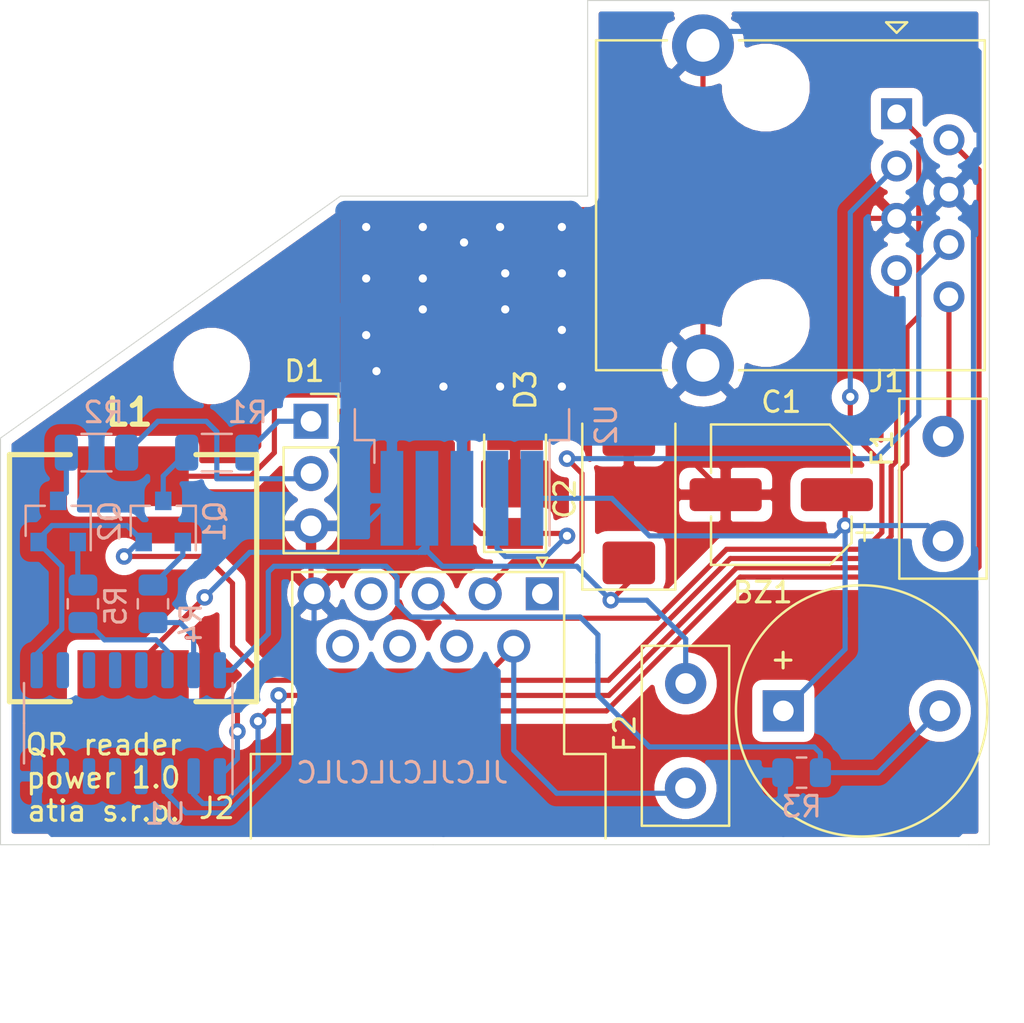
<source format=kicad_pcb>
(kicad_pcb (version 20171130) (host pcbnew 5.1.9)

  (general
    (thickness 1.6)
    (drawings 13)
    (tracks 262)
    (zones 0)
    (modules 20)
    (nets 34)
  )

  (page A4)
  (layers
    (0 F.Cu signal)
    (31 B.Cu signal)
    (32 B.Adhes user hide)
    (33 F.Adhes user)
    (34 B.Paste user)
    (35 F.Paste user hide)
    (36 B.SilkS user)
    (37 F.SilkS user)
    (38 B.Mask user)
    (39 F.Mask user hide)
    (40 Dwgs.User user)
    (41 Cmts.User user)
    (42 Eco1.User user)
    (43 Eco2.User user)
    (44 Edge.Cuts user)
    (45 Margin user)
    (46 B.CrtYd user)
    (47 F.CrtYd user)
    (48 B.Fab user hide)
    (49 F.Fab user)
  )

  (setup
    (last_trace_width 0.25)
    (user_trace_width 1)
    (trace_clearance 0.2)
    (zone_clearance 0.508)
    (zone_45_only no)
    (trace_min 0.2)
    (via_size 0.8)
    (via_drill 0.4)
    (via_min_size 0.4)
    (via_min_drill 0.3)
    (uvia_size 0.3)
    (uvia_drill 0.1)
    (uvias_allowed no)
    (uvia_min_size 0.2)
    (uvia_min_drill 0.1)
    (edge_width 0.05)
    (segment_width 0.2)
    (pcb_text_width 0.3)
    (pcb_text_size 1.5 1.5)
    (mod_edge_width 0.12)
    (mod_text_size 1 1)
    (mod_text_width 0.15)
    (pad_size 1.524 1.524)
    (pad_drill 0.762)
    (pad_to_mask_clearance 0)
    (aux_axis_origin 0 0)
    (visible_elements FFFFFF7F)
    (pcbplotparams
      (layerselection 0x010fc_ffffffff)
      (usegerberextensions true)
      (usegerberattributes true)
      (usegerberadvancedattributes true)
      (creategerberjobfile true)
      (excludeedgelayer true)
      (linewidth 0.100000)
      (plotframeref false)
      (viasonmask false)
      (mode 1)
      (useauxorigin false)
      (hpglpennumber 1)
      (hpglpenspeed 20)
      (hpglpendiameter 15.000000)
      (psnegative false)
      (psa4output false)
      (plotreference true)
      (plotvalue false)
      (plotinvisibletext false)
      (padsonsilk false)
      (subtractmaskfromsilk false)
      (outputformat 1)
      (mirror false)
      (drillshape 0)
      (scaleselection 1)
      (outputdirectory "gerber/"))
  )

  (net 0 "")
  (net 1 "Net-(BZ1-Pad2)")
  (net 2 +12V)
  (net 3 GND)
  (net 4 "Net-(C2-Pad1)")
  (net 5 "Net-(D1-Pad2)")
  (net 6 "Net-(D1-Pad1)")
  (net 7 "Net-(D3-Pad1)")
  (net 8 "Net-(F1-Pad2)")
  (net 9 +5V)
  (net 10 "Net-(J1-Pad6)")
  (net 11 "Net-(J1-Pad2)")
  (net 12 "Net-(J1-Pad1)")
  (net 13 "Net-(J1-Pad7)")
  (net 14 "Net-(J1-Pad3)")
  (net 15 "Net-(J2-Pad9)")
  (net 16 "Net-(J2-Pad8)")
  (net 17 "Net-(J2-Pad7)")
  (net 18 "Net-(J2-Pad4)")
  (net 19 "Net-(J2-Pad1)")
  (net 20 "Net-(Q1-Pad3)")
  (net 21 "Net-(Q1-Pad1)")
  (net 22 "Net-(Q2-Pad3)")
  (net 23 "Net-(Q2-Pad1)")
  (net 24 "Net-(R4-Pad1)")
  (net 25 "Net-(R5-Pad1)")
  (net 26 "Net-(U1-Pad13)")
  (net 27 "Net-(U1-Pad12)")
  (net 28 "Net-(U1-Pad11)")
  (net 29 "Net-(U1-Pad10)")
  (net 30 "Net-(U1-Pad7)")
  (net 31 "Net-(U1-Pad6)")
  (net 32 "Net-(U1-Pad5)")
  (net 33 "Net-(U1-Pad4)")

  (net_class Default "This is the default net class."
    (clearance 0.2)
    (trace_width 0.25)
    (via_dia 0.8)
    (via_drill 0.4)
    (uvia_dia 0.3)
    (uvia_drill 0.1)
    (add_net +12V)
    (add_net +5V)
    (add_net GND)
    (add_net "Net-(BZ1-Pad2)")
    (add_net "Net-(C2-Pad1)")
    (add_net "Net-(D1-Pad1)")
    (add_net "Net-(D1-Pad2)")
    (add_net "Net-(D3-Pad1)")
    (add_net "Net-(F1-Pad2)")
    (add_net "Net-(J1-Pad1)")
    (add_net "Net-(J1-Pad2)")
    (add_net "Net-(J1-Pad3)")
    (add_net "Net-(J1-Pad6)")
    (add_net "Net-(J1-Pad7)")
    (add_net "Net-(J2-Pad1)")
    (add_net "Net-(J2-Pad4)")
    (add_net "Net-(J2-Pad7)")
    (add_net "Net-(J2-Pad8)")
    (add_net "Net-(J2-Pad9)")
    (add_net "Net-(Q1-Pad1)")
    (add_net "Net-(Q1-Pad3)")
    (add_net "Net-(Q2-Pad1)")
    (add_net "Net-(Q2-Pad3)")
    (add_net "Net-(R4-Pad1)")
    (add_net "Net-(R5-Pad1)")
    (add_net "Net-(U1-Pad10)")
    (add_net "Net-(U1-Pad11)")
    (add_net "Net-(U1-Pad12)")
    (add_net "Net-(U1-Pad13)")
    (add_net "Net-(U1-Pad4)")
    (add_net "Net-(U1-Pad5)")
    (add_net "Net-(U1-Pad6)")
    (add_net "Net-(U1-Pad7)")
  )

  (module MountingHole:MountingHole_2.7mm_M2.5_DIN965 (layer F.Cu) (tedit 56D1B4CB) (tstamp 6036EC64)
    (at 126.75 40.75)
    (descr "Mounting Hole 2.7mm, no annular, M2.5, DIN965")
    (tags "mounting hole 2.7mm no annular m2.5 din965")
    (path /60395BB6)
    (attr virtual)
    (fp_text reference H1 (at 0 -3.35) (layer F.SilkS) hide
      (effects (font (size 1 1) (thickness 0.15)))
    )
    (fp_text value MountingHole (at 0 3.35) (layer F.Fab)
      (effects (font (size 1 1) (thickness 0.15)))
    )
    (fp_text user %R (at 0.3 0) (layer F.Fab)
      (effects (font (size 1 1) (thickness 0.15)))
    )
    (fp_circle (center 0 0) (end 2.35 0) (layer Cmts.User) (width 0.15))
    (fp_circle (center 0 0) (end 2.6 0) (layer F.CrtYd) (width 0.05))
    (pad 1 np_thru_hole circle (at 0 0) (size 2.7 2.7) (drill 2.7) (layers *.Cu *.Mask))
  )

  (module spm_footprints:WE-PD-SMD-INDUCTOR (layer F.Cu) (tedit 0) (tstamp 602870B7)
    (at 122.936 51.054 180)
    (descr WE-PD-SMD-INDUCTOR)
    (tags Inductor)
    (path /60C6E7D1)
    (attr smd)
    (fp_text reference L1 (at 0.186 8.054) (layer F.SilkS)
      (effects (font (size 1.27 1.27) (thickness 0.254)))
    )
    (fp_text value 330uH (at -0.219 -0.037) (layer F.SilkS) hide
      (effects (font (size 1.27 1.27) (thickness 0.254)))
    )
    (fp_text user %R (at -0.219 -0.037) (layer F.Fab)
      (effects (font (size 1.27 1.27) (thickness 0.254)))
    )
    (fp_line (start -6 -6) (end 6 -6) (layer F.Fab) (width 0.254))
    (fp_line (start 6 -6) (end 6 6) (layer F.Fab) (width 0.254))
    (fp_line (start 6 6) (end -6 6) (layer F.Fab) (width 0.254))
    (fp_line (start -6 6) (end -6 -6) (layer F.Fab) (width 0.254))
    (fp_line (start -6 -6) (end -6 6) (layer F.SilkS) (width 0.254))
    (fp_line (start 6 6) (end 6 -6) (layer F.SilkS) (width 0.254))
    (fp_line (start -6 -6) (end -3.05 -6) (layer F.SilkS) (width 0.254))
    (fp_line (start -6 6) (end -3.05 6) (layer F.SilkS) (width 0.254))
    (fp_line (start 6 -6) (end 3.05 -6) (layer F.SilkS) (width 0.254))
    (fp_line (start 6 6) (end 3.05 6) (layer F.SilkS) (width 0.254))
    (pad 2 smd rect (at 0 -4.95 270) (size 2.9 5.4) (layers F.Cu F.Paste F.Mask)
      (net 4 "Net-(C2-Pad1)"))
    (pad 1 smd rect (at 0 4.95 270) (size 2.9 5.4) (layers F.Cu F.Paste F.Mask)
      (net 7 "Net-(D3-Pad1)"))
  )

  (module Connector_Dsub:DSUB-9_Female_Horizontal_P2.77x2.54mm_EdgePinOffset9.40mm (layer F.Cu) (tedit 59FEDEE2) (tstamp 60287098)
    (at 142.8 51.816)
    (descr "9-pin D-Sub connector, horizontal/angled (90 deg), THT-mount, female, pitch 2.77x2.54mm, pin-PCB-offset 9.4mm, see http://docs-europe.electrocomponents.com/webdocs/1585/0900766b81585df2.pdf")
    (tags "9-pin D-Sub connector horizontal angled 90deg THT female pitch 2.77x2.54mm pin-PCB-offset 9.4mm")
    (path /60C59EBF)
    (fp_text reference J2 (at -15.8 10.414) (layer F.SilkS)
      (effects (font (size 1 1) (thickness 0.15)))
    )
    (fp_text value DB9_Female (at -5.54 20.01) (layer F.Fab)
      (effects (font (size 1 1) (thickness 0.15)))
    )
    (fp_text user %R (at -5.54 15.425) (layer F.Fab)
      (effects (font (size 1 1) (thickness 0.15)))
    )
    (fp_line (start -0.1 0) (end -0.1 7.84) (layer F.Fab) (width 0.1))
    (fp_line (start 0 0) (end 0 7.84) (layer F.Fab) (width 0.1))
    (fp_line (start 0.1 0) (end 0.1 7.84) (layer F.Fab) (width 0.1))
    (fp_line (start -2.87 0) (end -2.87 7.84) (layer F.Fab) (width 0.1))
    (fp_line (start -2.77 0) (end -2.77 7.84) (layer F.Fab) (width 0.1))
    (fp_line (start -2.67 0) (end -2.67 7.84) (layer F.Fab) (width 0.1))
    (fp_line (start -5.64 0) (end -5.64 7.84) (layer F.Fab) (width 0.1))
    (fp_line (start -5.54 0) (end -5.54 7.84) (layer F.Fab) (width 0.1))
    (fp_line (start -5.44 0) (end -5.44 7.84) (layer F.Fab) (width 0.1))
    (fp_line (start -8.41 0) (end -8.41 7.84) (layer F.Fab) (width 0.1))
    (fp_line (start -8.31 0) (end -8.31 7.84) (layer F.Fab) (width 0.1))
    (fp_line (start -8.21 0) (end -8.21 7.84) (layer F.Fab) (width 0.1))
    (fp_line (start -11.18 0) (end -11.18 7.84) (layer F.Fab) (width 0.1))
    (fp_line (start -11.08 0) (end -11.08 7.84) (layer F.Fab) (width 0.1))
    (fp_line (start -10.98 0) (end -10.98 7.84) (layer F.Fab) (width 0.1))
    (fp_line (start -1.485 2.54) (end -1.485 7.84) (layer F.Fab) (width 0.1))
    (fp_line (start -1.385 2.54) (end -1.385 7.84) (layer F.Fab) (width 0.1))
    (fp_line (start -1.285 2.54) (end -1.285 7.84) (layer F.Fab) (width 0.1))
    (fp_line (start -4.255 2.54) (end -4.255 7.84) (layer F.Fab) (width 0.1))
    (fp_line (start -4.155 2.54) (end -4.155 7.84) (layer F.Fab) (width 0.1))
    (fp_line (start -4.055 2.54) (end -4.055 7.84) (layer F.Fab) (width 0.1))
    (fp_line (start -7.025 2.54) (end -7.025 7.84) (layer F.Fab) (width 0.1))
    (fp_line (start -6.925 2.54) (end -6.925 7.84) (layer F.Fab) (width 0.1))
    (fp_line (start -6.825 2.54) (end -6.825 7.84) (layer F.Fab) (width 0.1))
    (fp_line (start -9.795 2.54) (end -9.795 7.84) (layer F.Fab) (width 0.1))
    (fp_line (start -9.695 2.54) (end -9.695 7.84) (layer F.Fab) (width 0.1))
    (fp_line (start -9.595 2.54) (end -9.595 7.84) (layer F.Fab) (width 0.1))
    (fp_line (start -14.09 7.84) (end -14.09 11.94) (layer F.Fab) (width 0.1))
    (fp_line (start -14.09 11.94) (end 3.01 11.94) (layer F.Fab) (width 0.1))
    (fp_line (start 3.01 11.94) (end 3.01 7.84) (layer F.Fab) (width 0.1))
    (fp_line (start 3.01 7.84) (end -14.09 7.84) (layer F.Fab) (width 0.1))
    (fp_line (start -20.965 11.94) (end -20.965 12.34) (layer F.Fab) (width 0.1))
    (fp_line (start -20.965 12.34) (end 9.885 12.34) (layer F.Fab) (width 0.1))
    (fp_line (start 9.885 12.34) (end 9.885 11.94) (layer F.Fab) (width 0.1))
    (fp_line (start 9.885 11.94) (end -20.965 11.94) (layer F.Fab) (width 0.1))
    (fp_line (start -13.69 12.34) (end -13.69 18.51) (layer F.Fab) (width 0.1))
    (fp_line (start -13.69 18.51) (end 2.61 18.51) (layer F.Fab) (width 0.1))
    (fp_line (start 2.61 18.51) (end 2.61 12.34) (layer F.Fab) (width 0.1))
    (fp_line (start 2.61 12.34) (end -13.69 12.34) (layer F.Fab) (width 0.1))
    (fp_line (start -14.15 11.88) (end -14.15 7.78) (layer F.SilkS) (width 0.12))
    (fp_line (start -14.15 7.78) (end -12.14 7.78) (layer F.SilkS) (width 0.12))
    (fp_line (start -12.14 7.78) (end -12.14 -1.06) (layer F.SilkS) (width 0.12))
    (fp_line (start -12.14 -1.06) (end 1.06 -1.06) (layer F.SilkS) (width 0.12))
    (fp_line (start 1.06 -1.06) (end 1.06 7.78) (layer F.SilkS) (width 0.12))
    (fp_line (start 1.06 7.78) (end 3.07 7.78) (layer F.SilkS) (width 0.12))
    (fp_line (start 3.07 7.78) (end 3.07 11.88) (layer F.SilkS) (width 0.12))
    (fp_line (start -0.25 -1.754338) (end 0.25 -1.754338) (layer F.SilkS) (width 0.12))
    (fp_line (start 0.25 -1.754338) (end 0 -1.321325) (layer F.SilkS) (width 0.12))
    (fp_line (start 0 -1.321325) (end -0.25 -1.754338) (layer F.SilkS) (width 0.12))
    (fp_line (start -14.2 19.05) (end -14.2 12.85) (layer F.CrtYd) (width 0.05))
    (fp_line (start -14.2 12.85) (end -21.5 12.85) (layer F.CrtYd) (width 0.05))
    (fp_line (start -21.5 12.85) (end -21.5 11.45) (layer F.CrtYd) (width 0.05))
    (fp_line (start -21.5 11.45) (end -14.6 11.45) (layer F.CrtYd) (width 0.05))
    (fp_line (start -14.6 11.45) (end -14.6 7.35) (layer F.CrtYd) (width 0.05))
    (fp_line (start -14.6 7.35) (end -12.4 7.35) (layer F.CrtYd) (width 0.05))
    (fp_line (start -12.4 7.35) (end -12.4 -1.35) (layer F.CrtYd) (width 0.05))
    (fp_line (start -12.4 -1.35) (end 1.3 -1.35) (layer F.CrtYd) (width 0.05))
    (fp_line (start 1.3 -1.35) (end 1.3 7.35) (layer F.CrtYd) (width 0.05))
    (fp_line (start 1.3 7.35) (end 3.55 7.35) (layer F.CrtYd) (width 0.05))
    (fp_line (start 3.55 7.35) (end 3.55 11.45) (layer F.CrtYd) (width 0.05))
    (fp_line (start 3.55 11.45) (end 10.4 11.45) (layer F.CrtYd) (width 0.05))
    (fp_line (start 10.4 11.45) (end 10.4 12.85) (layer F.CrtYd) (width 0.05))
    (fp_line (start 10.4 12.85) (end 3.15 12.85) (layer F.CrtYd) (width 0.05))
    (fp_line (start 3.15 12.85) (end 3.15 19.05) (layer F.CrtYd) (width 0.05))
    (fp_line (start 3.15 19.05) (end -14.2 19.05) (layer F.CrtYd) (width 0.05))
    (pad 9 thru_hole circle (at -9.695 2.54) (size 1.6 1.6) (drill 1) (layers *.Cu *.Mask)
      (net 15 "Net-(J2-Pad9)"))
    (pad 8 thru_hole circle (at -6.925 2.54) (size 1.6 1.6) (drill 1) (layers *.Cu *.Mask)
      (net 16 "Net-(J2-Pad8)"))
    (pad 7 thru_hole circle (at -4.155 2.54) (size 1.6 1.6) (drill 1) (layers *.Cu *.Mask)
      (net 17 "Net-(J2-Pad7)"))
    (pad 6 thru_hole circle (at -1.385 2.54) (size 1.6 1.6) (drill 1) (layers *.Cu *.Mask)
      (net 9 +5V))
    (pad 5 thru_hole circle (at -11.08 0) (size 1.6 1.6) (drill 1) (layers *.Cu *.Mask)
      (net 3 GND))
    (pad 4 thru_hole circle (at -8.31 0) (size 1.6 1.6) (drill 1) (layers *.Cu *.Mask)
      (net 18 "Net-(J2-Pad4)"))
    (pad 3 thru_hole circle (at -5.54 0) (size 1.6 1.6) (drill 1) (layers *.Cu *.Mask)
      (net 14 "Net-(J1-Pad3)"))
    (pad 2 thru_hole circle (at -2.77 0) (size 1.6 1.6) (drill 1) (layers *.Cu *.Mask)
      (net 10 "Net-(J1-Pad6)"))
    (pad 1 thru_hole rect (at 0 0) (size 1.6 1.6) (drill 1) (layers *.Cu *.Mask)
      (net 19 "Net-(J2-Pad1)"))
    (model ${KISYS3DMOD}/Connector_Dsub.3dshapes/DSUB-9_Female_Horizontal_P2.77x2.54mm_EdgePinOffset9.40mm.wrl
      (at (xyz 0 0 0))
      (scale (xyz 1 1 1))
      (rotate (xyz 0 0 0))
    )
  )

  (module Package_TO_SOT_SMD:TO-263-5_TabPin3 (layer B.Cu) (tedit 5A70FBB6) (tstamp 60287188)
    (at 138.9 41.4 90)
    (descr "TO-263 / D2PAK / DDPAK SMD package, http://www.infineon.com/cms/en/product/packages/PG-TO263/PG-TO263-5-1/")
    (tags "D2PAK DDPAK TO-263 D2PAK-5 TO-263-5 SOT-426")
    (path /60C63AF7)
    (attr smd)
    (fp_text reference U2 (at -2.2 7 270) (layer B.SilkS)
      (effects (font (size 1 1) (thickness 0.15)) (justify mirror))
    )
    (fp_text value LM2575-5.0BU (at 0 -6.65 270) (layer B.Fab)
      (effects (font (size 1 1) (thickness 0.15)) (justify mirror))
    )
    (fp_line (start 8.32 5.65) (end -8.32 5.65) (layer B.CrtYd) (width 0.05))
    (fp_line (start 8.32 -5.65) (end 8.32 5.65) (layer B.CrtYd) (width 0.05))
    (fp_line (start -8.32 -5.65) (end 8.32 -5.65) (layer B.CrtYd) (width 0.05))
    (fp_line (start -8.32 5.65) (end -8.32 -5.65) (layer B.CrtYd) (width 0.05))
    (fp_line (start -2.95 -4.25) (end -4.05 -4.25) (layer B.SilkS) (width 0.12))
    (fp_line (start -2.95 -5.2) (end -2.95 -4.25) (layer B.SilkS) (width 0.12))
    (fp_line (start -1.45 -5.2) (end -2.95 -5.2) (layer B.SilkS) (width 0.12))
    (fp_line (start -2.95 4.25) (end -8.075 4.25) (layer B.SilkS) (width 0.12))
    (fp_line (start -2.95 5.2) (end -2.95 4.25) (layer B.SilkS) (width 0.12))
    (fp_line (start -1.45 5.2) (end -2.95 5.2) (layer B.SilkS) (width 0.12))
    (fp_line (start -7.45 -3.8) (end -2.75 -3.8) (layer B.Fab) (width 0.1))
    (fp_line (start -7.45 -3) (end -7.45 -3.8) (layer B.Fab) (width 0.1))
    (fp_line (start -2.75 -3) (end -7.45 -3) (layer B.Fab) (width 0.1))
    (fp_line (start -7.45 -2.1) (end -2.75 -2.1) (layer B.Fab) (width 0.1))
    (fp_line (start -7.45 -1.3) (end -7.45 -2.1) (layer B.Fab) (width 0.1))
    (fp_line (start -2.75 -1.3) (end -7.45 -1.3) (layer B.Fab) (width 0.1))
    (fp_line (start -7.45 -0.4) (end -2.75 -0.4) (layer B.Fab) (width 0.1))
    (fp_line (start -7.45 0.4) (end -7.45 -0.4) (layer B.Fab) (width 0.1))
    (fp_line (start -2.75 0.4) (end -7.45 0.4) (layer B.Fab) (width 0.1))
    (fp_line (start -7.45 1.3) (end -2.75 1.3) (layer B.Fab) (width 0.1))
    (fp_line (start -7.45 2.1) (end -7.45 1.3) (layer B.Fab) (width 0.1))
    (fp_line (start -2.75 2.1) (end -7.45 2.1) (layer B.Fab) (width 0.1))
    (fp_line (start -7.45 3) (end -2.75 3) (layer B.Fab) (width 0.1))
    (fp_line (start -7.45 3.8) (end -7.45 3) (layer B.Fab) (width 0.1))
    (fp_line (start -2.75 3.8) (end -7.45 3.8) (layer B.Fab) (width 0.1))
    (fp_line (start -1.75 5) (end 6.5 5) (layer B.Fab) (width 0.1))
    (fp_line (start -2.75 4) (end -1.75 5) (layer B.Fab) (width 0.1))
    (fp_line (start -2.75 -5) (end -2.75 4) (layer B.Fab) (width 0.1))
    (fp_line (start 6.5 -5) (end -2.75 -5) (layer B.Fab) (width 0.1))
    (fp_line (start 6.5 5) (end 6.5 -5) (layer B.Fab) (width 0.1))
    (fp_line (start 7.5 -5) (end 6.5 -5) (layer B.Fab) (width 0.1))
    (fp_line (start 7.5 5) (end 7.5 -5) (layer B.Fab) (width 0.1))
    (fp_line (start 6.5 5) (end 7.5 5) (layer B.Fab) (width 0.1))
    (fp_text user %R (at 0 0 270) (layer B.Fab)
      (effects (font (size 1 1) (thickness 0.15)) (justify mirror))
    )
    (pad "" smd rect (at 0.95 -2.775 90) (size 4.55 5.25) (layers B.Paste))
    (pad "" smd rect (at 5.8 2.775 90) (size 4.55 5.25) (layers B.Paste))
    (pad "" smd rect (at 0.95 2.775 90) (size 4.55 5.25) (layers B.Paste))
    (pad "" smd rect (at 5.8 -2.775 90) (size 4.55 5.25) (layers B.Paste))
    (pad 3 smd rect (at 3.375 0 90) (size 9.4 10.8) (layers B.Cu B.Mask)
      (net 3 GND))
    (pad 5 smd rect (at -5.775 -3.4 90) (size 4.6 1.1) (layers B.Cu B.Paste B.Mask)
      (net 3 GND))
    (pad 4 smd rect (at -5.775 -1.7 90) (size 4.6 1.1) (layers B.Cu B.Paste B.Mask)
      (net 4 "Net-(C2-Pad1)"))
    (pad 3 smd rect (at -5.775 0 90) (size 4.6 1.1) (layers B.Cu B.Paste B.Mask)
      (net 3 GND))
    (pad 2 smd rect (at -5.775 1.7 90) (size 4.6 1.1) (layers B.Cu B.Paste B.Mask)
      (net 7 "Net-(D3-Pad1)"))
    (pad 1 smd rect (at -5.775 3.4 90) (size 4.6 1.1) (layers B.Cu B.Paste B.Mask)
      (net 2 +12V))
    (model ${KISYS3DMOD}/Package_TO_SOT_SMD.3dshapes/TO-263-5_TabPin3.wrl
      (at (xyz 0 0 0))
      (scale (xyz 1 1 1))
      (rotate (xyz 0 0 0))
    )
  )

  (module Package_SO:SO-16_3.9x9.9mm_P1.27mm (layer B.Cu) (tedit 5E888720) (tstamp 60287158)
    (at 122.7 58.1 90)
    (descr "SO, 16 Pin (https://www.nxp.com/docs/en/package-information/SOT109-1.pdf), generated with kicad-footprint-generator ipc_gullwing_generator.py")
    (tags "SO SO")
    (path /60C54696)
    (attr smd)
    (fp_text reference U1 (at -4.4 1.8 180) (layer B.SilkS)
      (effects (font (size 1 1) (thickness 0.15)) (justify mirror))
    )
    (fp_text value ULN2003A (at 0 -5.9 90) (layer B.Fab)
      (effects (font (size 1 1) (thickness 0.15)) (justify mirror))
    )
    (fp_line (start 3.7 5.2) (end -3.7 5.2) (layer B.CrtYd) (width 0.05))
    (fp_line (start 3.7 -5.2) (end 3.7 5.2) (layer B.CrtYd) (width 0.05))
    (fp_line (start -3.7 -5.2) (end 3.7 -5.2) (layer B.CrtYd) (width 0.05))
    (fp_line (start -3.7 5.2) (end -3.7 -5.2) (layer B.CrtYd) (width 0.05))
    (fp_line (start -1.95 3.975) (end -0.975 4.95) (layer B.Fab) (width 0.1))
    (fp_line (start -1.95 -4.95) (end -1.95 3.975) (layer B.Fab) (width 0.1))
    (fp_line (start 1.95 -4.95) (end -1.95 -4.95) (layer B.Fab) (width 0.1))
    (fp_line (start 1.95 4.95) (end 1.95 -4.95) (layer B.Fab) (width 0.1))
    (fp_line (start -0.975 4.95) (end 1.95 4.95) (layer B.Fab) (width 0.1))
    (fp_line (start 0 5.06) (end -3.45 5.06) (layer B.SilkS) (width 0.12))
    (fp_line (start 0 5.06) (end 1.95 5.06) (layer B.SilkS) (width 0.12))
    (fp_line (start 0 -5.06) (end -1.95 -5.06) (layer B.SilkS) (width 0.12))
    (fp_line (start 0 -5.06) (end 1.95 -5.06) (layer B.SilkS) (width 0.12))
    (fp_text user %R (at 0 0 90) (layer B.Fab)
      (effects (font (size 0.98 0.98) (thickness 0.15)) (justify mirror))
    )
    (pad 16 smd roundrect (at 2.575 4.445 90) (size 1.75 0.6) (layers B.Cu B.Paste B.Mask) (roundrect_rratio 0.25)
      (net 1 "Net-(BZ1-Pad2)"))
    (pad 15 smd roundrect (at 2.575 3.175 90) (size 1.75 0.6) (layers B.Cu B.Paste B.Mask) (roundrect_rratio 0.25)
      (net 24 "Net-(R4-Pad1)"))
    (pad 14 smd roundrect (at 2.575 1.905 90) (size 1.75 0.6) (layers B.Cu B.Paste B.Mask) (roundrect_rratio 0.25)
      (net 25 "Net-(R5-Pad1)"))
    (pad 13 smd roundrect (at 2.575 0.635 90) (size 1.75 0.6) (layers B.Cu B.Paste B.Mask) (roundrect_rratio 0.25)
      (net 26 "Net-(U1-Pad13)"))
    (pad 12 smd roundrect (at 2.575 -0.635 90) (size 1.75 0.6) (layers B.Cu B.Paste B.Mask) (roundrect_rratio 0.25)
      (net 27 "Net-(U1-Pad12)"))
    (pad 11 smd roundrect (at 2.575 -1.905 90) (size 1.75 0.6) (layers B.Cu B.Paste B.Mask) (roundrect_rratio 0.25)
      (net 28 "Net-(U1-Pad11)"))
    (pad 10 smd roundrect (at 2.575 -3.175 90) (size 1.75 0.6) (layers B.Cu B.Paste B.Mask) (roundrect_rratio 0.25)
      (net 29 "Net-(U1-Pad10)"))
    (pad 9 smd roundrect (at 2.575 -4.445 90) (size 1.75 0.6) (layers B.Cu B.Paste B.Mask) (roundrect_rratio 0.25)
      (net 9 +5V))
    (pad 8 smd roundrect (at -2.575 -4.445 90) (size 1.75 0.6) (layers B.Cu B.Paste B.Mask) (roundrect_rratio 0.25)
      (net 3 GND))
    (pad 7 smd roundrect (at -2.575 -3.175 90) (size 1.75 0.6) (layers B.Cu B.Paste B.Mask) (roundrect_rratio 0.25)
      (net 30 "Net-(U1-Pad7)"))
    (pad 6 smd roundrect (at -2.575 -1.905 90) (size 1.75 0.6) (layers B.Cu B.Paste B.Mask) (roundrect_rratio 0.25)
      (net 31 "Net-(U1-Pad6)"))
    (pad 5 smd roundrect (at -2.575 -0.635 90) (size 1.75 0.6) (layers B.Cu B.Paste B.Mask) (roundrect_rratio 0.25)
      (net 32 "Net-(U1-Pad5)"))
    (pad 4 smd roundrect (at -2.575 0.635 90) (size 1.75 0.6) (layers B.Cu B.Paste B.Mask) (roundrect_rratio 0.25)
      (net 33 "Net-(U1-Pad4)"))
    (pad 3 smd roundrect (at -2.575 1.905 90) (size 1.75 0.6) (layers B.Cu B.Paste B.Mask) (roundrect_rratio 0.25)
      (net 12 "Net-(J1-Pad1)"))
    (pad 2 smd roundrect (at -2.575 3.175 90) (size 1.75 0.6) (layers B.Cu B.Paste B.Mask) (roundrect_rratio 0.25)
      (net 11 "Net-(J1-Pad2)"))
    (pad 1 smd roundrect (at -2.575 4.445 90) (size 1.75 0.6) (layers B.Cu B.Paste B.Mask) (roundrect_rratio 0.25)
      (net 13 "Net-(J1-Pad7)"))
    (model ${KISYS3DMOD}/Package_SO.3dshapes/SO-16_3.9x9.9mm_P1.27mm.wrl
      (at (xyz 0 0 0))
      (scale (xyz 1 1 1))
      (rotate (xyz 0 0 0))
    )
  )

  (module Resistor_SMD:R_0805_2012Metric (layer B.Cu) (tedit 5F68FEEE) (tstamp 60287136)
    (at 120.5 52.3 90)
    (descr "Resistor SMD 0805 (2012 Metric), square (rectangular) end terminal, IPC_7351 nominal, (Body size source: IPC-SM-782 page 72, https://www.pcb-3d.com/wordpress/wp-content/uploads/ipc-sm-782a_amendment_1_and_2.pdf), generated with kicad-footprint-generator")
    (tags resistor)
    (path /60E00771)
    (attr smd)
    (fp_text reference R5 (at -0.1 1.6 270) (layer B.SilkS)
      (effects (font (size 1 1) (thickness 0.15)) (justify mirror))
    )
    (fp_text value 1k (at 0 -1.65 90) (layer B.Fab)
      (effects (font (size 1 1) (thickness 0.15)) (justify mirror))
    )
    (fp_line (start 1.68 -0.95) (end -1.68 -0.95) (layer B.CrtYd) (width 0.05))
    (fp_line (start 1.68 0.95) (end 1.68 -0.95) (layer B.CrtYd) (width 0.05))
    (fp_line (start -1.68 0.95) (end 1.68 0.95) (layer B.CrtYd) (width 0.05))
    (fp_line (start -1.68 -0.95) (end -1.68 0.95) (layer B.CrtYd) (width 0.05))
    (fp_line (start -0.227064 -0.735) (end 0.227064 -0.735) (layer B.SilkS) (width 0.12))
    (fp_line (start -0.227064 0.735) (end 0.227064 0.735) (layer B.SilkS) (width 0.12))
    (fp_line (start 1 -0.625) (end -1 -0.625) (layer B.Fab) (width 0.1))
    (fp_line (start 1 0.625) (end 1 -0.625) (layer B.Fab) (width 0.1))
    (fp_line (start -1 0.625) (end 1 0.625) (layer B.Fab) (width 0.1))
    (fp_line (start -1 -0.625) (end -1 0.625) (layer B.Fab) (width 0.1))
    (fp_text user %R (at 0 0 90) (layer B.Fab)
      (effects (font (size 0.5 0.5) (thickness 0.08)) (justify mirror))
    )
    (pad 2 smd roundrect (at 0.9125 0 90) (size 1.025 1.4) (layers B.Cu B.Paste B.Mask) (roundrect_rratio 0.2439014634146341)
      (net 23 "Net-(Q2-Pad1)"))
    (pad 1 smd roundrect (at -0.9125 0 90) (size 1.025 1.4) (layers B.Cu B.Paste B.Mask) (roundrect_rratio 0.2439014634146341)
      (net 25 "Net-(R5-Pad1)"))
    (model ${KISYS3DMOD}/Resistor_SMD.3dshapes/R_0805_2012Metric.wrl
      (at (xyz 0 0 0))
      (scale (xyz 1 1 1))
      (rotate (xyz 0 0 0))
    )
  )

  (module Resistor_SMD:R_0805_2012Metric (layer B.Cu) (tedit 5F68FEEE) (tstamp 60287125)
    (at 123.9 52.3 90)
    (descr "Resistor SMD 0805 (2012 Metric), square (rectangular) end terminal, IPC_7351 nominal, (Body size source: IPC-SM-782 page 72, https://www.pcb-3d.com/wordpress/wp-content/uploads/ipc-sm-782a_amendment_1_and_2.pdf), generated with kicad-footprint-generator")
    (tags resistor)
    (path /60DF2D88)
    (attr smd)
    (fp_text reference R4 (at -0.95 1.85 270) (layer B.SilkS)
      (effects (font (size 1 1) (thickness 0.15)) (justify mirror))
    )
    (fp_text value 1k (at 0 -1.65 90) (layer B.Fab)
      (effects (font (size 1 1) (thickness 0.15)) (justify mirror))
    )
    (fp_line (start 1.68 -0.95) (end -1.68 -0.95) (layer B.CrtYd) (width 0.05))
    (fp_line (start 1.68 0.95) (end 1.68 -0.95) (layer B.CrtYd) (width 0.05))
    (fp_line (start -1.68 0.95) (end 1.68 0.95) (layer B.CrtYd) (width 0.05))
    (fp_line (start -1.68 -0.95) (end -1.68 0.95) (layer B.CrtYd) (width 0.05))
    (fp_line (start -0.227064 -0.735) (end 0.227064 -0.735) (layer B.SilkS) (width 0.12))
    (fp_line (start -0.227064 0.735) (end 0.227064 0.735) (layer B.SilkS) (width 0.12))
    (fp_line (start 1 -0.625) (end -1 -0.625) (layer B.Fab) (width 0.1))
    (fp_line (start 1 0.625) (end 1 -0.625) (layer B.Fab) (width 0.1))
    (fp_line (start -1 0.625) (end 1 0.625) (layer B.Fab) (width 0.1))
    (fp_line (start -1 -0.625) (end -1 0.625) (layer B.Fab) (width 0.1))
    (fp_text user %R (at 0 0 90) (layer B.Fab)
      (effects (font (size 0.5 0.5) (thickness 0.08)) (justify mirror))
    )
    (pad 2 smd roundrect (at 0.9125 0 90) (size 1.025 1.4) (layers B.Cu B.Paste B.Mask) (roundrect_rratio 0.2439014634146341)
      (net 21 "Net-(Q1-Pad1)"))
    (pad 1 smd roundrect (at -0.9125 0 90) (size 1.025 1.4) (layers B.Cu B.Paste B.Mask) (roundrect_rratio 0.2439014634146341)
      (net 24 "Net-(R4-Pad1)"))
    (model ${KISYS3DMOD}/Resistor_SMD.3dshapes/R_0805_2012Metric.wrl
      (at (xyz 0 0 0))
      (scale (xyz 1 1 1))
      (rotate (xyz 0 0 0))
    )
  )

  (module Resistor_SMD:R_0805_2012Metric (layer B.Cu) (tedit 5F68FEEE) (tstamp 60287114)
    (at 155.3875 60.5)
    (descr "Resistor SMD 0805 (2012 Metric), square (rectangular) end terminal, IPC_7351 nominal, (Body size source: IPC-SM-782 page 72, https://www.pcb-3d.com/wordpress/wp-content/uploads/ipc-sm-782a_amendment_1_and_2.pdf), generated with kicad-footprint-generator")
    (tags resistor)
    (path /60D916B3)
    (attr smd)
    (fp_text reference R3 (at 0 1.65) (layer B.SilkS)
      (effects (font (size 1 1) (thickness 0.15)) (justify mirror))
    )
    (fp_text value 10k (at 0 -1.65) (layer B.Fab)
      (effects (font (size 1 1) (thickness 0.15)) (justify mirror))
    )
    (fp_line (start 1.68 -0.95) (end -1.68 -0.95) (layer B.CrtYd) (width 0.05))
    (fp_line (start 1.68 0.95) (end 1.68 -0.95) (layer B.CrtYd) (width 0.05))
    (fp_line (start -1.68 0.95) (end 1.68 0.95) (layer B.CrtYd) (width 0.05))
    (fp_line (start -1.68 -0.95) (end -1.68 0.95) (layer B.CrtYd) (width 0.05))
    (fp_line (start -0.227064 -0.735) (end 0.227064 -0.735) (layer B.SilkS) (width 0.12))
    (fp_line (start -0.227064 0.735) (end 0.227064 0.735) (layer B.SilkS) (width 0.12))
    (fp_line (start 1 -0.625) (end -1 -0.625) (layer B.Fab) (width 0.1))
    (fp_line (start 1 0.625) (end 1 -0.625) (layer B.Fab) (width 0.1))
    (fp_line (start -1 0.625) (end 1 0.625) (layer B.Fab) (width 0.1))
    (fp_line (start -1 -0.625) (end -1 0.625) (layer B.Fab) (width 0.1))
    (fp_text user %R (at 0 0) (layer B.Fab)
      (effects (font (size 0.5 0.5) (thickness 0.08)) (justify mirror))
    )
    (pad 2 smd roundrect (at 0.9125 0) (size 1.025 1.4) (layers B.Cu B.Paste B.Mask) (roundrect_rratio 0.2439014634146341)
      (net 1 "Net-(BZ1-Pad2)"))
    (pad 1 smd roundrect (at -0.9125 0) (size 1.025 1.4) (layers B.Cu B.Paste B.Mask) (roundrect_rratio 0.2439014634146341)
      (net 3 GND))
    (model ${KISYS3DMOD}/Resistor_SMD.3dshapes/R_0805_2012Metric.wrl
      (at (xyz 0 0 0))
      (scale (xyz 1 1 1))
      (rotate (xyz 0 0 0))
    )
  )

  (module Resistor_SMD:R_1206_3216Metric (layer B.Cu) (tedit 5F68FEEE) (tstamp 60287103)
    (at 121.158 44.958)
    (descr "Resistor SMD 1206 (3216 Metric), square (rectangular) end terminal, IPC_7351 nominal, (Body size source: IPC-SM-782 page 72, https://www.pcb-3d.com/wordpress/wp-content/uploads/ipc-sm-782a_amendment_1_and_2.pdf), generated with kicad-footprint-generator")
    (tags resistor)
    (path /60C60E45)
    (attr smd)
    (fp_text reference R2 (at 0.342 -1.958 180) (layer B.SilkS)
      (effects (font (size 1 1) (thickness 0.15)) (justify mirror))
    )
    (fp_text value 150R (at 0 -1.82 180) (layer B.Fab)
      (effects (font (size 1 1) (thickness 0.15)) (justify mirror))
    )
    (fp_line (start 2.28 -1.12) (end -2.28 -1.12) (layer B.CrtYd) (width 0.05))
    (fp_line (start 2.28 1.12) (end 2.28 -1.12) (layer B.CrtYd) (width 0.05))
    (fp_line (start -2.28 1.12) (end 2.28 1.12) (layer B.CrtYd) (width 0.05))
    (fp_line (start -2.28 -1.12) (end -2.28 1.12) (layer B.CrtYd) (width 0.05))
    (fp_line (start -0.727064 -0.91) (end 0.727064 -0.91) (layer B.SilkS) (width 0.12))
    (fp_line (start -0.727064 0.91) (end 0.727064 0.91) (layer B.SilkS) (width 0.12))
    (fp_line (start 1.6 -0.8) (end -1.6 -0.8) (layer B.Fab) (width 0.1))
    (fp_line (start 1.6 0.8) (end 1.6 -0.8) (layer B.Fab) (width 0.1))
    (fp_line (start -1.6 0.8) (end 1.6 0.8) (layer B.Fab) (width 0.1))
    (fp_line (start -1.6 -0.8) (end -1.6 0.8) (layer B.Fab) (width 0.1))
    (fp_text user %R (at 0 0 180) (layer B.Fab)
      (effects (font (size 0.8 0.8) (thickness 0.12)) (justify mirror))
    )
    (pad 2 smd roundrect (at 1.4625 0) (size 1.125 1.75) (layers B.Cu B.Paste B.Mask) (roundrect_rratio 0.2222213333333333)
      (net 5 "Net-(D1-Pad2)"))
    (pad 1 smd roundrect (at -1.4625 0) (size 1.125 1.75) (layers B.Cu B.Paste B.Mask) (roundrect_rratio 0.2222213333333333)
      (net 22 "Net-(Q2-Pad3)"))
    (model ${KISYS3DMOD}/Resistor_SMD.3dshapes/R_1206_3216Metric.wrl
      (at (xyz 0 0 0))
      (scale (xyz 1 1 1))
      (rotate (xyz 0 0 0))
    )
  )

  (module Resistor_SMD:R_1206_3216Metric (layer B.Cu) (tedit 5F68FEEE) (tstamp 602870F2)
    (at 127 44.958)
    (descr "Resistor SMD 1206 (3216 Metric), square (rectangular) end terminal, IPC_7351 nominal, (Body size source: IPC-SM-782 page 72, https://www.pcb-3d.com/wordpress/wp-content/uploads/ipc-sm-782a_amendment_1_and_2.pdf), generated with kicad-footprint-generator")
    (tags resistor)
    (path /60C60621)
    (attr smd)
    (fp_text reference R1 (at 1.5 -1.958 180) (layer B.SilkS)
      (effects (font (size 1 1) (thickness 0.15)) (justify mirror))
    )
    (fp_text value 150R (at 0 -1.82 180) (layer B.Fab)
      (effects (font (size 1 1) (thickness 0.15)) (justify mirror))
    )
    (fp_line (start 2.28 -1.12) (end -2.28 -1.12) (layer B.CrtYd) (width 0.05))
    (fp_line (start 2.28 1.12) (end 2.28 -1.12) (layer B.CrtYd) (width 0.05))
    (fp_line (start -2.28 1.12) (end 2.28 1.12) (layer B.CrtYd) (width 0.05))
    (fp_line (start -2.28 -1.12) (end -2.28 1.12) (layer B.CrtYd) (width 0.05))
    (fp_line (start -0.727064 -0.91) (end 0.727064 -0.91) (layer B.SilkS) (width 0.12))
    (fp_line (start -0.727064 0.91) (end 0.727064 0.91) (layer B.SilkS) (width 0.12))
    (fp_line (start 1.6 -0.8) (end -1.6 -0.8) (layer B.Fab) (width 0.1))
    (fp_line (start 1.6 0.8) (end 1.6 -0.8) (layer B.Fab) (width 0.1))
    (fp_line (start -1.6 0.8) (end 1.6 0.8) (layer B.Fab) (width 0.1))
    (fp_line (start -1.6 -0.8) (end -1.6 0.8) (layer B.Fab) (width 0.1))
    (fp_text user %R (at 0 0 180) (layer B.Fab)
      (effects (font (size 0.8 0.8) (thickness 0.12)) (justify mirror))
    )
    (pad 2 smd roundrect (at 1.4625 0) (size 1.125 1.75) (layers B.Cu B.Paste B.Mask) (roundrect_rratio 0.2222213333333333)
      (net 6 "Net-(D1-Pad1)"))
    (pad 1 smd roundrect (at -1.4625 0) (size 1.125 1.75) (layers B.Cu B.Paste B.Mask) (roundrect_rratio 0.2222213333333333)
      (net 20 "Net-(Q1-Pad3)"))
    (model ${KISYS3DMOD}/Resistor_SMD.3dshapes/R_1206_3216Metric.wrl
      (at (xyz 0 0 0))
      (scale (xyz 1 1 1))
      (rotate (xyz 0 0 0))
    )
  )

  (module Package_TO_SOT_SMD:SOT-23 (layer B.Cu) (tedit 5A02FF57) (tstamp 602870E1)
    (at 119.3 48.3 90)
    (descr "SOT-23, Standard")
    (tags SOT-23)
    (path /60C5F266)
    (attr smd)
    (fp_text reference Q2 (at 0 2.5 90) (layer B.SilkS)
      (effects (font (size 1 1) (thickness 0.15)) (justify mirror))
    )
    (fp_text value BC807 (at 0 -2.5 90) (layer B.Fab)
      (effects (font (size 1 1) (thickness 0.15)) (justify mirror))
    )
    (fp_line (start 0.76 -1.58) (end -0.7 -1.58) (layer B.SilkS) (width 0.12))
    (fp_line (start 0.76 1.58) (end -1.4 1.58) (layer B.SilkS) (width 0.12))
    (fp_line (start -1.7 -1.75) (end -1.7 1.75) (layer B.CrtYd) (width 0.05))
    (fp_line (start 1.7 -1.75) (end -1.7 -1.75) (layer B.CrtYd) (width 0.05))
    (fp_line (start 1.7 1.75) (end 1.7 -1.75) (layer B.CrtYd) (width 0.05))
    (fp_line (start -1.7 1.75) (end 1.7 1.75) (layer B.CrtYd) (width 0.05))
    (fp_line (start 0.76 1.58) (end 0.76 0.65) (layer B.SilkS) (width 0.12))
    (fp_line (start 0.76 -1.58) (end 0.76 -0.65) (layer B.SilkS) (width 0.12))
    (fp_line (start -0.7 -1.52) (end 0.7 -1.52) (layer B.Fab) (width 0.1))
    (fp_line (start 0.7 1.52) (end 0.7 -1.52) (layer B.Fab) (width 0.1))
    (fp_line (start -0.7 0.95) (end -0.15 1.52) (layer B.Fab) (width 0.1))
    (fp_line (start -0.15 1.52) (end 0.7 1.52) (layer B.Fab) (width 0.1))
    (fp_line (start -0.7 0.95) (end -0.7 -1.5) (layer B.Fab) (width 0.1))
    (fp_text user %R (at 0 0 180) (layer B.Fab)
      (effects (font (size 0.5 0.5) (thickness 0.075)) (justify mirror))
    )
    (pad 3 smd rect (at 1 0 90) (size 0.9 0.8) (layers B.Cu B.Paste B.Mask)
      (net 22 "Net-(Q2-Pad3)"))
    (pad 2 smd rect (at -1 -0.95 90) (size 0.9 0.8) (layers B.Cu B.Paste B.Mask)
      (net 9 +5V))
    (pad 1 smd rect (at -1 0.95 90) (size 0.9 0.8) (layers B.Cu B.Paste B.Mask)
      (net 23 "Net-(Q2-Pad1)"))
    (model ${KISYS3DMOD}/Package_TO_SOT_SMD.3dshapes/SOT-23.wrl
      (at (xyz 0 0 0))
      (scale (xyz 1 1 1))
      (rotate (xyz 0 0 0))
    )
  )

  (module Package_TO_SOT_SMD:SOT-23 (layer B.Cu) (tedit 5A02FF57) (tstamp 602870CC)
    (at 124.4 48.3 90)
    (descr "SOT-23, Standard")
    (tags SOT-23)
    (path /60C5E434)
    (attr smd)
    (fp_text reference Q1 (at 0 2.5 90) (layer B.SilkS)
      (effects (font (size 1 1) (thickness 0.15)) (justify mirror))
    )
    (fp_text value BC807 (at 0 -2.5 90) (layer B.Fab)
      (effects (font (size 1 1) (thickness 0.15)) (justify mirror))
    )
    (fp_line (start 0.76 -1.58) (end -0.7 -1.58) (layer B.SilkS) (width 0.12))
    (fp_line (start 0.76 1.58) (end -1.4 1.58) (layer B.SilkS) (width 0.12))
    (fp_line (start -1.7 -1.75) (end -1.7 1.75) (layer B.CrtYd) (width 0.05))
    (fp_line (start 1.7 -1.75) (end -1.7 -1.75) (layer B.CrtYd) (width 0.05))
    (fp_line (start 1.7 1.75) (end 1.7 -1.75) (layer B.CrtYd) (width 0.05))
    (fp_line (start -1.7 1.75) (end 1.7 1.75) (layer B.CrtYd) (width 0.05))
    (fp_line (start 0.76 1.58) (end 0.76 0.65) (layer B.SilkS) (width 0.12))
    (fp_line (start 0.76 -1.58) (end 0.76 -0.65) (layer B.SilkS) (width 0.12))
    (fp_line (start -0.7 -1.52) (end 0.7 -1.52) (layer B.Fab) (width 0.1))
    (fp_line (start 0.7 1.52) (end 0.7 -1.52) (layer B.Fab) (width 0.1))
    (fp_line (start -0.7 0.95) (end -0.15 1.52) (layer B.Fab) (width 0.1))
    (fp_line (start -0.15 1.52) (end 0.7 1.52) (layer B.Fab) (width 0.1))
    (fp_line (start -0.7 0.95) (end -0.7 -1.5) (layer B.Fab) (width 0.1))
    (fp_text user %R (at 0 0 180) (layer B.Fab)
      (effects (font (size 0.5 0.5) (thickness 0.075)) (justify mirror))
    )
    (pad 3 smd rect (at 1 0 90) (size 0.9 0.8) (layers B.Cu B.Paste B.Mask)
      (net 20 "Net-(Q1-Pad3)"))
    (pad 2 smd rect (at -1 -0.95 90) (size 0.9 0.8) (layers B.Cu B.Paste B.Mask)
      (net 9 +5V))
    (pad 1 smd rect (at -1 0.95 90) (size 0.9 0.8) (layers B.Cu B.Paste B.Mask)
      (net 21 "Net-(Q1-Pad1)"))
    (model ${KISYS3DMOD}/Package_TO_SOT_SMD.3dshapes/SOT-23.wrl
      (at (xyz 0 0 0))
      (scale (xyz 1 1 1))
      (rotate (xyz 0 0 0))
    )
  )

  (module Connector_RJ:RJ45_Ninigi_GE (layer F.Cu) (tedit 5E407CD7) (tstamp 60287049)
    (at 160 28.5 270)
    (descr "1 port ethernet throughhole connector, https://en.ninigi.com/product/rj45ge/pdf")
    (tags "RJ45 ethernet 8p8c")
    (path /60C55283)
    (fp_text reference J1 (at 13 0.5 180) (layer F.SilkS)
      (effects (font (size 1 1) (thickness 0.15)))
    )
    (fp_text value RJ45_Shielded (at 4.455 13.26 90) (layer F.Fab)
      (effects (font (size 1 1) (thickness 0.15)))
    )
    (fp_line (start -3.565 11.15) (end -3.565 14.59) (layer F.SilkS) (width 0.12))
    (fp_line (start -3.455 -2.84) (end -2.125 -4.17) (layer F.Fab) (width 0.1))
    (fp_line (start -4.441 0.508) (end -3.933 0) (layer F.SilkS) (width 0.12))
    (fp_line (start -4.441 -0.508) (end -4.441 0.508) (layer F.SilkS) (width 0.12))
    (fp_line (start -3.933 0) (end -4.441 -0.508) (layer F.SilkS) (width 0.12))
    (fp_line (start -5.33 14.98) (end -5.33 -4.67) (layer F.CrtYd) (width 0.05))
    (fp_line (start 14.22 14.98) (end -5.33 14.98) (layer F.CrtYd) (width 0.05))
    (fp_line (start 14.22 -4.67) (end 14.22 14.98) (layer F.CrtYd) (width 0.05))
    (fp_line (start -5.33 -4.67) (end 14.22 -4.67) (layer F.CrtYd) (width 0.05))
    (fp_line (start 12.455 11.15) (end 12.455 14.59) (layer F.SilkS) (width 0.12))
    (fp_line (start 12.455 14.59) (end -3.565 14.59) (layer F.SilkS) (width 0.12))
    (fp_line (start -3.565 -4.28) (end -3.565 7.65) (layer F.SilkS) (width 0.12))
    (fp_line (start 12.455 -4.28) (end -3.565 -4.28) (layer F.SilkS) (width 0.12))
    (fp_line (start 12.455 -4.28) (end 12.455 7.65) (layer F.SilkS) (width 0.12))
    (fp_line (start 12.345 14.48) (end -3.455 14.48) (layer F.Fab) (width 0.1))
    (fp_line (start 12.345 14.48) (end 12.345 -4.17) (layer F.Fab) (width 0.1))
    (fp_line (start 12.345 -4.17) (end -2.125 -4.17) (layer F.Fab) (width 0.1))
    (fp_line (start -3.455 -2.84) (end -3.455 14.48) (layer F.Fab) (width 0.1))
    (fp_text user %R (at 4.445 6.36 90) (layer F.Fab)
      (effects (font (size 1 1) (thickness 0.15)))
    )
    (pad 6 thru_hole circle (at 6.35 -2.54 90) (size 1.5 1.5) (drill 0.9) (layers *.Cu *.Mask)
      (net 10 "Net-(J1-Pad6)"))
    (pad 8 thru_hole circle (at 8.89 -2.54 90) (size 1.5 1.5) (drill 0.9) (layers *.Cu *.Mask)
      (net 8 "Net-(F1-Pad2)"))
    (pad SH thru_hole circle (at -3.325 9.4 270) (size 3 3) (drill 1.6) (layers *.Cu *.Mask)
      (net 3 GND))
    (pad 2 thru_hole circle (at 1.27 -2.54 90) (size 1.5 1.5) (drill 0.9) (layers *.Cu *.Mask)
      (net 11 "Net-(J1-Pad2)"))
    (pad 1 thru_hole rect (at 0 0 90) (size 1.5 1.5) (drill 0.9) (layers *.Cu *.Mask)
      (net 12 "Net-(J1-Pad1)"))
    (pad 7 thru_hole circle (at 7.62 0 90) (size 1.5 1.5) (drill 0.9) (layers *.Cu *.Mask)
      (net 13 "Net-(J1-Pad7)"))
    (pad 4 thru_hole circle (at 3.81 -2.54 90) (size 1.5 1.5) (drill 0.9) (layers *.Cu *.Mask)
      (net 3 GND))
    (pad 5 thru_hole circle (at 5.08 0 90) (size 1.5 1.5) (drill 0.9) (layers *.Cu *.Mask)
      (net 3 GND))
    (pad 3 thru_hole circle (at 2.54 0 90) (size 1.5 1.5) (drill 0.9) (layers *.Cu *.Mask)
      (net 14 "Net-(J1-Pad3)"))
    (pad "" np_thru_hole circle (at -1.27 6.35 270) (size 3.25 3.25) (drill 3.25) (layers *.Cu *.Mask))
    (pad SH thru_hole circle (at 12.215 9.4 90) (size 3 3) (drill 1.6) (layers *.Cu *.Mask)
      (net 3 GND))
    (pad "" np_thru_hole circle (at 10.16 6.35 90) (size 3.25 3.25) (drill 3.25) (layers *.Cu *.Mask))
    (model ${KISYS3DMOD}/Connector_RJ.3dshapes/RJ45_Ninigi_GE.wrl
      (at (xyz 0 0 0))
      (scale (xyz 1 1 1))
      (rotate (xyz 0 0 0))
    )
  )

  (module Fuse:Fuse_Littelfuse_395Series (layer F.Cu) (tedit 5A1C8B31) (tstamp 60287026)
    (at 149.75 61.25 90)
    (descr "Fuse, TE5, Littelfuse/Wickmann, No. 460, No560,")
    (tags "Fuse TE5 Littelfuse/Wickmann No. 460 No560 ")
    (path /60CB2A7F)
    (fp_text reference F2 (at 2.65 -2.95 90) (layer F.SilkS)
      (effects (font (size 1 1) (thickness 0.15)))
    )
    (fp_text value "Polyfuse 750mA" (at 2.35 3.1 90) (layer F.Fab)
      (effects (font (size 1 1) (thickness 0.15)))
    )
    (fp_line (start 6.91 2.12) (end -1.83 2.12) (layer F.SilkS) (width 0.12))
    (fp_line (start 6.91 2.12) (end 6.91 -2.12) (layer F.SilkS) (width 0.12))
    (fp_line (start -1.83 -2.12) (end -1.83 2.12) (layer F.SilkS) (width 0.12))
    (fp_line (start -1.83 -2.12) (end 6.91 -2.12) (layer F.SilkS) (width 0.12))
    (fp_line (start 7.04 2.25) (end -1.96 2.25) (layer F.CrtYd) (width 0.05))
    (fp_line (start 7.04 2.25) (end 7.04 -2.25) (layer F.CrtYd) (width 0.05))
    (fp_line (start -1.96 -2.25) (end -1.96 2.25) (layer F.CrtYd) (width 0.05))
    (fp_line (start -1.96 -2.25) (end 7.04 -2.25) (layer F.CrtYd) (width 0.05))
    (fp_line (start -1.71 -2) (end -1.71 2) (layer F.Fab) (width 0.1))
    (fp_line (start 6.79 -2) (end -1.71 -2) (layer F.Fab) (width 0.1))
    (fp_line (start 6.79 2) (end 6.79 -2) (layer F.Fab) (width 0.1))
    (fp_line (start -1.71 2) (end 6.79 2) (layer F.Fab) (width 0.1))
    (fp_text user %R (at 2.75 -1.25 90) (layer F.Fab)
      (effects (font (size 1 1) (thickness 0.15)))
    )
    (pad 2 thru_hole circle (at 5.08 0.01 90) (size 2 2) (drill 1) (layers *.Cu *.Mask)
      (net 4 "Net-(C2-Pad1)"))
    (pad 1 thru_hole circle (at 0 0 90) (size 2 2) (drill 1) (layers *.Cu *.Mask)
      (net 9 +5V))
    (model ${KISYS3DMOD}/Fuse.3dshapes/Fuse_Littelfuse_395Series.wrl
      (at (xyz 0 0 0))
      (scale (xyz 1 1 1))
      (rotate (xyz 0 0 0))
    )
  )

  (module Fuse:Fuse_Littelfuse_395Series (layer F.Cu) (tedit 5A1C8B31) (tstamp 60287013)
    (at 162.25 49.25 90)
    (descr "Fuse, TE5, Littelfuse/Wickmann, No. 460, No560,")
    (tags "Fuse TE5 Littelfuse/Wickmann No. 460 No560 ")
    (path /60C61B56)
    (fp_text reference F1 (at 4.5 -2.95 90) (layer F.SilkS)
      (effects (font (size 1 1) (thickness 0.15)))
    )
    (fp_text value "Polyfuse 500mA" (at 2.35 3.1 90) (layer F.Fab)
      (effects (font (size 1 1) (thickness 0.15)))
    )
    (fp_line (start 6.91 2.12) (end -1.83 2.12) (layer F.SilkS) (width 0.12))
    (fp_line (start 6.91 2.12) (end 6.91 -2.12) (layer F.SilkS) (width 0.12))
    (fp_line (start -1.83 -2.12) (end -1.83 2.12) (layer F.SilkS) (width 0.12))
    (fp_line (start -1.83 -2.12) (end 6.91 -2.12) (layer F.SilkS) (width 0.12))
    (fp_line (start 7.04 2.25) (end -1.96 2.25) (layer F.CrtYd) (width 0.05))
    (fp_line (start 7.04 2.25) (end 7.04 -2.25) (layer F.CrtYd) (width 0.05))
    (fp_line (start -1.96 -2.25) (end -1.96 2.25) (layer F.CrtYd) (width 0.05))
    (fp_line (start -1.96 -2.25) (end 7.04 -2.25) (layer F.CrtYd) (width 0.05))
    (fp_line (start -1.71 -2) (end -1.71 2) (layer F.Fab) (width 0.1))
    (fp_line (start 6.79 -2) (end -1.71 -2) (layer F.Fab) (width 0.1))
    (fp_line (start 6.79 2) (end 6.79 -2) (layer F.Fab) (width 0.1))
    (fp_line (start -1.71 2) (end 6.79 2) (layer F.Fab) (width 0.1))
    (fp_text user %R (at 2.75 -1.25 90) (layer F.Fab)
      (effects (font (size 1 1) (thickness 0.15)))
    )
    (pad 2 thru_hole circle (at 5.08 0.01 90) (size 2 2) (drill 1) (layers *.Cu *.Mask)
      (net 8 "Net-(F1-Pad2)"))
    (pad 1 thru_hole circle (at 0 0 90) (size 2 2) (drill 1) (layers *.Cu *.Mask)
      (net 2 +12V))
    (model ${KISYS3DMOD}/Fuse.3dshapes/Fuse_Littelfuse_395Series.wrl
      (at (xyz 0 0 0))
      (scale (xyz 1 1 1))
      (rotate (xyz 0 0 0))
    )
  )

  (module Diode_SMD:D_MELF (layer F.Cu) (tedit 5905D864) (tstamp 60287000)
    (at 141.478 46.482 90)
    (descr "Diode, MELF,,")
    (tags "Diode MELF ")
    (path /60C6C1C9)
    (attr smd)
    (fp_text reference D3 (at 4.572 0.508 90) (layer F.SilkS)
      (effects (font (size 1 1) (thickness 0.15)))
    )
    (fp_text value 1N5819 (at -0.25 2.5 90) (layer F.Fab)
      (effects (font (size 1 1) (thickness 0.15)))
    )
    (fp_line (start -3.4 1.6) (end -3.4 -1.6) (layer F.CrtYd) (width 0.05))
    (fp_line (start 3.4 1.6) (end -3.4 1.6) (layer F.CrtYd) (width 0.05))
    (fp_line (start 3.4 -1.6) (end 3.4 1.6) (layer F.CrtYd) (width 0.05))
    (fp_line (start -3.4 -1.6) (end 3.4 -1.6) (layer F.CrtYd) (width 0.05))
    (fp_line (start -0.64944 0.00102) (end 0.50118 -0.79908) (layer F.Fab) (width 0.1))
    (fp_line (start -0.64944 0.00102) (end 0.50118 0.75032) (layer F.Fab) (width 0.1))
    (fp_line (start 0.50118 0.75032) (end 0.50118 -0.79908) (layer F.Fab) (width 0.1))
    (fp_line (start -0.64944 -0.79908) (end -0.64944 0.80112) (layer F.Fab) (width 0.1))
    (fp_line (start 0.50118 0.00102) (end 1.4994 0.00102) (layer F.Fab) (width 0.1))
    (fp_line (start -0.64944 0.00102) (end -1.55114 0.00102) (layer F.Fab) (width 0.1))
    (fp_line (start 2.6 1.3) (end 2.6 -1.3) (layer F.Fab) (width 0.1))
    (fp_line (start -2.6 1.3) (end 2.6 1.3) (layer F.Fab) (width 0.1))
    (fp_line (start -2.6 -1.3) (end -2.6 1.3) (layer F.Fab) (width 0.1))
    (fp_line (start 2.6 -1.3) (end -2.6 -1.3) (layer F.Fab) (width 0.1))
    (fp_line (start -3.3 1.5) (end 2.4 1.5) (layer F.SilkS) (width 0.12))
    (fp_line (start -3.3 -1.5) (end -3.3 1.5) (layer F.SilkS) (width 0.12))
    (fp_line (start 2.4 -1.5) (end -3.3 -1.5) (layer F.SilkS) (width 0.12))
    (fp_text user %R (at 0 -2.5 90) (layer F.Fab)
      (effects (font (size 1 1) (thickness 0.15)))
    )
    (pad 2 smd rect (at 2.4 0 90) (size 1.5 2.7) (layers F.Cu F.Paste F.Mask)
      (net 3 GND))
    (pad 1 smd rect (at -2.4 0 90) (size 1.5 2.7) (layers F.Cu F.Paste F.Mask)
      (net 7 "Net-(D3-Pad1)"))
    (model ${KISYS3DMOD}/Diode_SMD.3dshapes/D_MELF.wrl
      (at (xyz 0 0 0))
      (scale (xyz 1 1 1))
      (rotate (xyz 0 0 0))
    )
  )

  (module Connector_PinSocket_2.54mm:PinSocket_1x03_P2.54mm_Vertical (layer F.Cu) (tedit 5A19A429) (tstamp 60286FE8)
    (at 131.572 43.434)
    (descr "Through hole straight socket strip, 1x03, 2.54mm pitch, single row (from Kicad 4.0.7), script generated")
    (tags "Through hole socket strip THT 1x03 2.54mm single row")
    (path /60C53C5B)
    (fp_text reference D1 (at -0.322 -2.434) (layer F.SilkS)
      (effects (font (size 1 1) (thickness 0.15)))
    )
    (fp_text value LED_Dual_AAC (at 0 7.85) (layer F.Fab)
      (effects (font (size 1 1) (thickness 0.15)))
    )
    (fp_text user %R (at 0 2.54 90) (layer F.Fab)
      (effects (font (size 1 1) (thickness 0.15)))
    )
    (fp_line (start -1.27 -1.27) (end 0.635 -1.27) (layer F.Fab) (width 0.1))
    (fp_line (start 0.635 -1.27) (end 1.27 -0.635) (layer F.Fab) (width 0.1))
    (fp_line (start 1.27 -0.635) (end 1.27 6.35) (layer F.Fab) (width 0.1))
    (fp_line (start 1.27 6.35) (end -1.27 6.35) (layer F.Fab) (width 0.1))
    (fp_line (start -1.27 6.35) (end -1.27 -1.27) (layer F.Fab) (width 0.1))
    (fp_line (start -1.33 1.27) (end 1.33 1.27) (layer F.SilkS) (width 0.12))
    (fp_line (start -1.33 1.27) (end -1.33 6.41) (layer F.SilkS) (width 0.12))
    (fp_line (start -1.33 6.41) (end 1.33 6.41) (layer F.SilkS) (width 0.12))
    (fp_line (start 1.33 1.27) (end 1.33 6.41) (layer F.SilkS) (width 0.12))
    (fp_line (start 1.33 -1.33) (end 1.33 0) (layer F.SilkS) (width 0.12))
    (fp_line (start 0 -1.33) (end 1.33 -1.33) (layer F.SilkS) (width 0.12))
    (fp_line (start -1.8 -1.8) (end 1.75 -1.8) (layer F.CrtYd) (width 0.05))
    (fp_line (start 1.75 -1.8) (end 1.75 6.85) (layer F.CrtYd) (width 0.05))
    (fp_line (start 1.75 6.85) (end -1.8 6.85) (layer F.CrtYd) (width 0.05))
    (fp_line (start -1.8 6.85) (end -1.8 -1.8) (layer F.CrtYd) (width 0.05))
    (pad 1 thru_hole rect (at 0 0) (size 1.7 1.7) (drill 1) (layers *.Cu *.Mask)
      (net 6 "Net-(D1-Pad1)"))
    (pad 2 thru_hole oval (at 0 2.54) (size 1.7 1.7) (drill 1) (layers *.Cu *.Mask)
      (net 5 "Net-(D1-Pad2)"))
    (pad 3 thru_hole oval (at 0 5.08) (size 1.7 1.7) (drill 1) (layers *.Cu *.Mask)
      (net 3 GND))
    (model ${KISYS3DMOD}/Connector_PinSocket_2.54mm.3dshapes/PinSocket_1x03_P2.54mm_Vertical.wrl
      (at (xyz 0 0 0))
      (scale (xyz 1 1 1))
      (rotate (xyz 0 0 0))
    )
  )

  (module Capacitor_Tantalum_SMD:CP_EIA-7343-31_Kemet-D (layer F.Cu) (tedit 5EBA9318) (tstamp 60286FD1)
    (at 147 47.2 90)
    (descr "Tantalum Capacitor SMD Kemet-D (7343-31 Metric), IPC_7351 nominal, (Body size from: http://www.kemet.com/Lists/ProductCatalog/Attachments/253/KEM_TC101_STD.pdf), generated with kicad-footprint-generator")
    (tags "capacitor tantalum")
    (path /60C6B169)
    (attr smd)
    (fp_text reference C2 (at 0 -3.1 90) (layer F.SilkS)
      (effects (font (size 1 1) (thickness 0.15)))
    )
    (fp_text value 330uF (at 0 3.1 90) (layer F.Fab)
      (effects (font (size 1 1) (thickness 0.15)))
    )
    (fp_line (start 4.4 2.4) (end -4.4 2.4) (layer F.CrtYd) (width 0.05))
    (fp_line (start 4.4 -2.4) (end 4.4 2.4) (layer F.CrtYd) (width 0.05))
    (fp_line (start -4.4 -2.4) (end 4.4 -2.4) (layer F.CrtYd) (width 0.05))
    (fp_line (start -4.4 2.4) (end -4.4 -2.4) (layer F.CrtYd) (width 0.05))
    (fp_line (start -4.41 2.26) (end 3.65 2.26) (layer F.SilkS) (width 0.12))
    (fp_line (start -4.41 -2.26) (end -4.41 2.26) (layer F.SilkS) (width 0.12))
    (fp_line (start 3.65 -2.26) (end -4.41 -2.26) (layer F.SilkS) (width 0.12))
    (fp_line (start 3.65 2.15) (end 3.65 -2.15) (layer F.Fab) (width 0.1))
    (fp_line (start -3.65 2.15) (end 3.65 2.15) (layer F.Fab) (width 0.1))
    (fp_line (start -3.65 -1.15) (end -3.65 2.15) (layer F.Fab) (width 0.1))
    (fp_line (start -2.65 -2.15) (end -3.65 -1.15) (layer F.Fab) (width 0.1))
    (fp_line (start 3.65 -2.15) (end -2.65 -2.15) (layer F.Fab) (width 0.1))
    (fp_text user %R (at 0 0 90) (layer F.Fab)
      (effects (font (size 1 1) (thickness 0.15)))
    )
    (pad 2 smd roundrect (at 3.1125 0 90) (size 2.075 2.55) (layers F.Cu F.Paste F.Mask) (roundrect_rratio 0.1204819277108434)
      (net 3 GND))
    (pad 1 smd roundrect (at -3.1125 0 90) (size 2.075 2.55) (layers F.Cu F.Paste F.Mask) (roundrect_rratio 0.1204819277108434)
      (net 4 "Net-(C2-Pad1)"))
    (model ${KISYS3DMOD}/Capacitor_Tantalum_SMD.3dshapes/CP_EIA-7343-31_Kemet-D.wrl
      (at (xyz 0 0 0))
      (scale (xyz 1 1 1))
      (rotate (xyz 0 0 0))
    )
  )

  (module Capacitor_SMD:CP_Elec_6.3x7.7 (layer F.Cu) (tedit 5BCA39D0) (tstamp 60286FBE)
    (at 154.4 47 180)
    (descr "SMD capacitor, aluminum electrolytic, Nichicon, 6.3x7.7mm")
    (tags "capacitor electrolytic")
    (path /60C69662)
    (attr smd)
    (fp_text reference C1 (at 0 4.5) (layer F.SilkS)
      (effects (font (size 1 1) (thickness 0.15)))
    )
    (fp_text value 100uF (at 0 4.35) (layer F.Fab)
      (effects (font (size 1 1) (thickness 0.15)))
    )
    (fp_line (start -4.7 1.05) (end -3.55 1.05) (layer F.CrtYd) (width 0.05))
    (fp_line (start -4.7 -1.05) (end -4.7 1.05) (layer F.CrtYd) (width 0.05))
    (fp_line (start -3.55 -1.05) (end -4.7 -1.05) (layer F.CrtYd) (width 0.05))
    (fp_line (start -3.55 1.05) (end -3.55 2.4) (layer F.CrtYd) (width 0.05))
    (fp_line (start -3.55 -2.4) (end -3.55 -1.05) (layer F.CrtYd) (width 0.05))
    (fp_line (start -3.55 -2.4) (end -2.4 -3.55) (layer F.CrtYd) (width 0.05))
    (fp_line (start -3.55 2.4) (end -2.4 3.55) (layer F.CrtYd) (width 0.05))
    (fp_line (start -2.4 -3.55) (end 3.55 -3.55) (layer F.CrtYd) (width 0.05))
    (fp_line (start -2.4 3.55) (end 3.55 3.55) (layer F.CrtYd) (width 0.05))
    (fp_line (start 3.55 1.05) (end 3.55 3.55) (layer F.CrtYd) (width 0.05))
    (fp_line (start 4.7 1.05) (end 3.55 1.05) (layer F.CrtYd) (width 0.05))
    (fp_line (start 4.7 -1.05) (end 4.7 1.05) (layer F.CrtYd) (width 0.05))
    (fp_line (start 3.55 -1.05) (end 4.7 -1.05) (layer F.CrtYd) (width 0.05))
    (fp_line (start 3.55 -3.55) (end 3.55 -1.05) (layer F.CrtYd) (width 0.05))
    (fp_line (start -4.04375 -2.24125) (end -4.04375 -1.45375) (layer F.SilkS) (width 0.12))
    (fp_line (start -4.4375 -1.8475) (end -3.65 -1.8475) (layer F.SilkS) (width 0.12))
    (fp_line (start -3.41 2.345563) (end -2.345563 3.41) (layer F.SilkS) (width 0.12))
    (fp_line (start -3.41 -2.345563) (end -2.345563 -3.41) (layer F.SilkS) (width 0.12))
    (fp_line (start -3.41 -2.345563) (end -3.41 -1.06) (layer F.SilkS) (width 0.12))
    (fp_line (start -3.41 2.345563) (end -3.41 1.06) (layer F.SilkS) (width 0.12))
    (fp_line (start -2.345563 3.41) (end 3.41 3.41) (layer F.SilkS) (width 0.12))
    (fp_line (start -2.345563 -3.41) (end 3.41 -3.41) (layer F.SilkS) (width 0.12))
    (fp_line (start 3.41 -3.41) (end 3.41 -1.06) (layer F.SilkS) (width 0.12))
    (fp_line (start 3.41 3.41) (end 3.41 1.06) (layer F.SilkS) (width 0.12))
    (fp_line (start -2.389838 -1.645) (end -2.389838 -1.015) (layer F.Fab) (width 0.1))
    (fp_line (start -2.704838 -1.33) (end -2.074838 -1.33) (layer F.Fab) (width 0.1))
    (fp_line (start -3.3 2.3) (end -2.3 3.3) (layer F.Fab) (width 0.1))
    (fp_line (start -3.3 -2.3) (end -2.3 -3.3) (layer F.Fab) (width 0.1))
    (fp_line (start -3.3 -2.3) (end -3.3 2.3) (layer F.Fab) (width 0.1))
    (fp_line (start -2.3 3.3) (end 3.3 3.3) (layer F.Fab) (width 0.1))
    (fp_line (start -2.3 -3.3) (end 3.3 -3.3) (layer F.Fab) (width 0.1))
    (fp_line (start 3.3 -3.3) (end 3.3 3.3) (layer F.Fab) (width 0.1))
    (fp_circle (center 0 0) (end 3.15 0) (layer F.Fab) (width 0.1))
    (fp_text user %R (at 0 0) (layer F.Fab)
      (effects (font (size 1 1) (thickness 0.15)))
    )
    (pad 2 smd roundrect (at 2.7 0 180) (size 3.5 1.6) (layers F.Cu F.Paste F.Mask) (roundrect_rratio 0.15625)
      (net 3 GND))
    (pad 1 smd roundrect (at -2.7 0 180) (size 3.5 1.6) (layers F.Cu F.Paste F.Mask) (roundrect_rratio 0.15625)
      (net 2 +12V))
    (model ${KISYS3DMOD}/Capacitor_SMD.3dshapes/CP_Elec_6.3x7.7.wrl
      (at (xyz 0 0 0))
      (scale (xyz 1 1 1))
      (rotate (xyz 0 0 0))
    )
  )

  (module Buzzer_Beeper:Buzzer_12x9.5RM7.6 (layer F.Cu) (tedit 5A030281) (tstamp 60286F96)
    (at 154.5 57.5)
    (descr "Generic Buzzer, D12mm height 9.5mm with RM7.6mm")
    (tags buzzer)
    (path /60C51035)
    (fp_text reference BZ1 (at -1 -5.75) (layer F.SilkS)
      (effects (font (size 1 1) (thickness 0.15)))
    )
    (fp_text value Buzzer (at 3.8 7.4) (layer F.Fab)
      (effects (font (size 1 1) (thickness 0.15)))
    )
    (fp_circle (center 3.8 0) (end 9.9 0) (layer F.SilkS) (width 0.12))
    (fp_circle (center 3.8 0) (end 4.8 0) (layer F.Fab) (width 0.1))
    (fp_circle (center 3.8 0) (end 9.8 0) (layer F.Fab) (width 0.1))
    (fp_circle (center 3.8 0) (end 10.05 0) (layer F.CrtYd) (width 0.05))
    (fp_text user %R (at 3.8 -4) (layer F.Fab)
      (effects (font (size 1 1) (thickness 0.15)))
    )
    (fp_text user + (at -0.01 -2.54) (layer F.SilkS)
      (effects (font (size 1 1) (thickness 0.15)))
    )
    (fp_text user + (at -0.01 -2.54) (layer F.Fab)
      (effects (font (size 1 1) (thickness 0.15)))
    )
    (pad 2 thru_hole circle (at 7.6 0) (size 2 2) (drill 1) (layers *.Cu *.Mask)
      (net 1 "Net-(BZ1-Pad2)"))
    (pad 1 thru_hole rect (at 0 0) (size 2 2) (drill 1) (layers *.Cu *.Mask)
      (net 2 +12V))
    (model ${KISYS3DMOD}/Buzzer_Beeper.3dshapes/Buzzer_12x9.5RM7.6.wrl
      (at (xyz 0 0 0))
      (scale (xyz 1 1 1))
      (rotate (xyz 0 0 0))
    )
  )

  (gr_text JLCJLCJLCJLC (at 136 60.5) (layer B.SilkS)
    (effects (font (size 1 1) (thickness 0.15)) (justify mirror))
  )
  (gr_text "QR reader\npower 1.0\natia s.r.o." (at 121.5 60.75) (layer F.SilkS)
    (effects (font (size 1 1) (thickness 0.15)))
  )
  (gr_line (start 116.5 44.25) (end 133 32.5) (layer Edge.Cuts) (width 0.05) (tstamp 6036E70B))
  (gr_line (start 116.5 64) (end 137.5 64) (layer Edge.Cuts) (width 0.05) (tstamp 602892F4))
  (gr_line (start 116.5 44.25) (end 116.5 64) (layer Edge.Cuts) (width 0.05))
  (gr_line (start 145 32.5) (end 133 32.5) (layer Edge.Cuts) (width 0.05))
  (gr_line (start 145 23) (end 145 32.5) (layer Edge.Cuts) (width 0.05))
  (gr_line (start 164.5 23) (end 145 23) (layer Edge.Cuts) (width 0.05))
  (gr_line (start 164.5 24.5) (end 164.5 23) (layer Edge.Cuts) (width 0.05))
  (gr_line (start 164.5 64) (end 164.5 24.5) (layer Edge.Cuts) (width 0.05))
  (gr_line (start 164 64) (end 164.5 64) (layer Edge.Cuts) (width 0.05))
  (gr_line (start 163.5 64) (end 164 64) (layer Edge.Cuts) (width 0.05))
  (gr_line (start 137.5 64) (end 163.5 64) (layer Edge.Cuts) (width 0.05))

  (via (at 139 34.75) (size 0.8) (drill 0.4) (layers F.Cu B.Cu) (net 3))
  (via (at 141 38) (size 0.8) (drill 0.4) (layers F.Cu B.Cu) (net 3))
  (via (at 141 36.25) (size 0.8) (drill 0.4) (layers F.Cu B.Cu) (net 3))
  (via (at 137 38) (size 0.8) (drill 0.4) (layers F.Cu B.Cu) (net 3))
  (via (at 137 36.5) (size 0.8) (drill 0.4) (layers F.Cu B.Cu) (net 3))
  (via (at 134.25 36.5) (size 0.8) (drill 0.4) (layers F.Cu B.Cu) (net 3))
  (via (at 134.25 39.25) (size 0.8) (drill 0.4) (layers F.Cu B.Cu) (net 3))
  (via (at 134.75 41) (size 0.8) (drill 0.4) (layers F.Cu B.Cu) (net 3))
  (via (at 138 41.75) (size 0.8) (drill 0.4) (layers F.Cu B.Cu) (net 3))
  (via (at 140.75 41.75) (size 0.8) (drill 0.4) (layers F.Cu B.Cu) (net 3))
  (via (at 143.75 41.75) (size 0.8) (drill 0.4) (layers F.Cu B.Cu) (net 3))
  (via (at 143.75 39) (size 0.8) (drill 0.4) (layers F.Cu B.Cu) (net 3))
  (via (at 143.75 36.25) (size 0.8) (drill 0.4) (layers F.Cu B.Cu) (net 3))
  (via (at 143.75 34) (size 0.8) (drill 0.4) (layers F.Cu B.Cu) (net 3))
  (via (at 140.75 34) (size 0.8) (drill 0.4) (layers F.Cu B.Cu) (net 3))
  (via (at 137 34) (size 0.8) (drill 0.4) (layers F.Cu B.Cu) (net 3))
  (via (at 134.25 34) (size 0.8) (drill 0.4) (layers F.Cu B.Cu) (net 3))
  (segment (start 156.3 60.45) (end 156.3 60) (width 0.25) (layer B.Cu) (net 1))
  (segment (start 127.145 55.525) (end 127.725 55.525) (width 0.25) (layer B.Cu) (net 1))
  (segment (start 129.5 53.75) (end 129.5 50.75) (width 0.25) (layer B.Cu) (net 1))
  (segment (start 127.725 55.525) (end 129.5 53.75) (width 0.25) (layer B.Cu) (net 1))
  (segment (start 129.5 50.75) (end 129.775001 50.474999) (width 0.25) (layer B.Cu) (net 1))
  (segment (start 129.775001 50.474999) (end 135.224999 50.474999) (width 0.25) (layer B.Cu) (net 1))
  (segment (start 135.224999 50.474999) (end 135.75 51) (width 0.25) (layer B.Cu) (net 1))
  (segment (start 135.75 51) (end 135.75 52.269998) (width 0.25) (layer B.Cu) (net 1))
  (segment (start 136.421003 52.941001) (end 144.635001 52.941001) (width 0.25) (layer B.Cu) (net 1))
  (segment (start 135.75 52.269998) (end 136.421003 52.941001) (width 0.25) (layer B.Cu) (net 1))
  (segment (start 145.5 53.806) (end 145.5 55.16) (width 0.25) (layer B.Cu) (net 1))
  (segment (start 144.635001 52.941001) (end 145.5 53.806) (width 0.25) (layer B.Cu) (net 1))
  (segment (start 145.5 54.75) (end 145.5 55.16) (width 0.25) (layer B.Cu) (net 1))
  (segment (start 159.6 60) (end 162.1 57.5) (width 0.25) (layer B.Cu) (net 1))
  (segment (start 156.3 59.55) (end 156.3 60.5) (width 0.25) (layer B.Cu) (net 1))
  (segment (start 156 59.25) (end 156.3 59.55) (width 0.25) (layer B.Cu) (net 1))
  (segment (start 148 59.25) (end 156 59.25) (width 0.25) (layer B.Cu) (net 1))
  (segment (start 145.5 56.75) (end 148 59.25) (width 0.25) (layer B.Cu) (net 1))
  (segment (start 145.5 55.16) (end 145.5 56.75) (width 0.25) (layer B.Cu) (net 1))
  (segment (start 159.1 60.5) (end 162.1 57.5) (width 0.25) (layer B.Cu) (net 1))
  (segment (start 156.3 60.5) (end 159.1 60.5) (width 0.25) (layer B.Cu) (net 1))
  (segment (start 142.3 47.175) (end 146.175 47.175) (width 0.25) (layer B.Cu) (net 2))
  (segment (start 146.175 47.175) (end 148 49) (width 0.25) (layer B.Cu) (net 2))
  (segment (start 157 49) (end 157.5 48.5) (width 0.25) (layer B.Cu) (net 2))
  (segment (start 157.5 48.5) (end 157.5 48.5) (width 0.25) (layer B.Cu) (net 2) (tstamp 602894F2))
  (via (at 157.5 48.5) (size 0.8) (drill 0.4) (layers F.Cu B.Cu) (net 2))
  (segment (start 148 49) (end 148.5 49) (width 0.25) (layer B.Cu) (net 2))
  (segment (start 148.5 49) (end 157 49) (width 0.25) (layer B.Cu) (net 2))
  (segment (start 157.5 47.4) (end 157.1 47) (width 0.25) (layer F.Cu) (net 2))
  (segment (start 157.5 48.5) (end 157.5 47.4) (width 0.25) (layer F.Cu) (net 2))
  (segment (start 161.5 48.5) (end 162.25 49.25) (width 0.25) (layer B.Cu) (net 2))
  (segment (start 157.5 48.5) (end 161.5 48.5) (width 0.25) (layer B.Cu) (net 2))
  (segment (start 157.5 54.5) (end 157.5 53) (width 0.25) (layer B.Cu) (net 2))
  (segment (start 154.5 57.5) (end 157.5 54.5) (width 0.25) (layer B.Cu) (net 2))
  (segment (start 157.5 53) (end 157.5 53.75) (width 0.25) (layer B.Cu) (net 2))
  (segment (start 157.5 48.5) (end 157.5 53) (width 0.25) (layer B.Cu) (net 2))
  (segment (start 161.27 33.58) (end 162.54 32.31) (width 0.25) (layer B.Cu) (net 3))
  (segment (start 160 33.58) (end 161.27 33.58) (width 0.25) (layer B.Cu) (net 3))
  (segment (start 150.6 40.715) (end 150.6 25.175) (width 0.25) (layer F.Cu) (net 3))
  (segment (start 162.54 32.31) (end 164 30.85) (width 0.25) (layer B.Cu) (net 3))
  (segment (start 164 30.85) (end 164 25.5) (width 0.25) (layer B.Cu) (net 3))
  (segment (start 164 25.5) (end 163 24.5) (width 0.25) (layer B.Cu) (net 3))
  (segment (start 151.275 24.5) (end 150.6 25.175) (width 0.25) (layer B.Cu) (net 3))
  (segment (start 163 24.5) (end 151.275 24.5) (width 0.25) (layer B.Cu) (net 3))
  (segment (start 148.7875 44.0875) (end 151.7 47) (width 0.25) (layer F.Cu) (net 3))
  (segment (start 147 44.0875) (end 148.7875 44.0875) (width 0.25) (layer F.Cu) (net 3))
  (segment (start 138.9 47.175) (end 138.9 38.025) (width 0.25) (layer B.Cu) (net 3))
  (segment (start 134.205 42.72) (end 138.9 38.025) (width 0.25) (layer B.Cu) (net 3))
  (segment (start 160 33.58) (end 158.42 33.58) (width 0.25) (layer F.Cu) (net 3))
  (segment (start 158.42 33.58) (end 156 36) (width 0.25) (layer F.Cu) (net 3))
  (segment (start 156 36) (end 156 40) (width 0.25) (layer F.Cu) (net 3))
  (segment (start 151.7 44.3) (end 151.7 47) (width 0.25) (layer F.Cu) (net 3))
  (segment (start 156 40) (end 151.7 44.3) (width 0.25) (layer F.Cu) (net 3))
  (segment (start 162.54 32.31) (end 163.73 33.5) (width 0.25) (layer B.Cu) (net 3))
  (segment (start 163.73 33.5) (end 163.73 58.27) (width 0.25) (layer B.Cu) (net 3))
  (segment (start 163.73 62.77) (end 163.5 63) (width 0.25) (layer B.Cu) (net 3))
  (segment (start 163.73 58.27) (end 163.73 62.77) (width 0.25) (layer B.Cu) (net 3))
  (segment (start 118.255 62.255) (end 118.255 60.675) (width 0.25) (layer B.Cu) (net 3))
  (segment (start 131.72 57.22) (end 137.5 63) (width 0.25) (layer B.Cu) (net 3))
  (segment (start 131.72 51.6) (end 131.72 57.22) (width 0.25) (layer B.Cu) (net 3))
  (segment (start 118.255 60.675) (end 118.255 62.755) (width 0.25) (layer B.Cu) (net 3))
  (segment (start 118.255 62.755) (end 119 63.5) (width 0.25) (layer B.Cu) (net 3))
  (segment (start 163 63.5) (end 163.73 62.77) (width 0.25) (layer B.Cu) (net 3))
  (segment (start 137.5 63) (end 138 63.5) (width 0.25) (layer B.Cu) (net 3))
  (segment (start 119 63.5) (end 138 63.5) (width 0.25) (layer B.Cu) (net 3))
  (segment (start 135.5 41.425) (end 138.9 38.025) (width 0.25) (layer B.Cu) (net 3))
  (segment (start 135.5 47.175) (end 135.5 41.425) (width 0.25) (layer B.Cu) (net 3))
  (segment (start 146.9945 44.082) (end 147 44.0875) (width 0.25) (layer F.Cu) (net 3))
  (segment (start 141.478 44.082) (end 146.9945 44.082) (width 0.25) (layer F.Cu) (net 3))
  (segment (start 134.161 48.514) (end 135.5 47.175) (width 0.25) (layer B.Cu) (net 3))
  (segment (start 131.572 48.514) (end 134.161 48.514) (width 0.25) (layer B.Cu) (net 3))
  (segment (start 131.572 51.668) (end 131.72 51.816) (width 0.25) (layer F.Cu) (net 3))
  (segment (start 131.572 48.514) (end 131.572 51.668) (width 0.25) (layer F.Cu) (net 3))
  (segment (start 144.5 38.05) (end 144.475 38.025) (width 1) (layer B.Cu) (net 3))
  (segment (start 144.5 43) (end 144.5 38.05) (width 1) (layer B.Cu) (net 3))
  (segment (start 133.5 43) (end 144.5 43) (width 1) (layer B.Cu) (net 3))
  (segment (start 144.475 38.025) (end 138.9 38.025) (width 1) (layer B.Cu) (net 3))
  (segment (start 133.5 33.75) (end 133.5 43) (width 1) (layer B.Cu) (net 3))
  (segment (start 144.475 38.025) (end 144.475 33.525) (width 1) (layer B.Cu) (net 3))
  (segment (start 144.475 33.525) (end 144.17501 33.22501) (width 1) (layer B.Cu) (net 3))
  (segment (start 144.17501 33.22501) (end 133.25 33.22501) (width 1) (layer B.Cu) (net 3))
  (segment (start 154.475 63.475) (end 154.5 63.5) (width 0.25) (layer B.Cu) (net 3))
  (segment (start 154.475 60) (end 154.475 63.475) (width 0.25) (layer B.Cu) (net 3))
  (segment (start 154.5 63.5) (end 163 63.5) (width 0.25) (layer B.Cu) (net 3))
  (segment (start 138 63.5) (end 154.5 63.5) (width 0.25) (layer B.Cu) (net 3))
  (segment (start 137.2 49.3) (end 137.2 47.175) (width 0.25) (layer B.Cu) (net 4))
  (segment (start 137.949999 50.474999) (end 144.474999 50.474999) (width 0.25) (layer B.Cu) (net 4))
  (segment (start 137.2 49.725) (end 137.949999 50.474999) (width 0.25) (layer B.Cu) (net 4))
  (segment (start 137.2 47.175) (end 137.2 49.725) (width 0.25) (layer B.Cu) (net 4))
  (segment (start 144.474999 50.474999) (end 146.125 52.125) (width 0.25) (layer B.Cu) (net 4))
  (via (at 146.125 52.125) (size 0.8) (drill 0.4) (layers F.Cu B.Cu) (net 4))
  (segment (start 147 51.25) (end 146.125 52.125) (width 0.25) (layer F.Cu) (net 4))
  (segment (start 147 50.3125) (end 147 51.25) (width 0.25) (layer F.Cu) (net 4))
  (segment (start 137.2 49.725) (end 137.124999 49.800001) (width 0.25) (layer B.Cu) (net 4))
  (segment (start 137.2 49.400002) (end 136.800001 49.800001) (width 0.25) (layer B.Cu) (net 4))
  (segment (start 137.2 47.175) (end 137.2 49.400002) (width 0.25) (layer B.Cu) (net 4))
  (segment (start 137.124999 49.800001) (end 136.800001 49.800001) (width 0.25) (layer B.Cu) (net 4))
  (via (at 126.411 51.989) (size 0.8) (drill 0.4) (layers F.Cu B.Cu) (net 4))
  (segment (start 122.936 55.464) (end 126.411 51.989) (width 0.25) (layer F.Cu) (net 4))
  (segment (start 122.936 56.004) (end 122.936 55.464) (width 0.25) (layer F.Cu) (net 4))
  (segment (start 128.599999 49.800001) (end 126.411 51.989) (width 0.25) (layer B.Cu) (net 4))
  (segment (start 136.800001 49.800001) (end 128.599999 49.800001) (width 0.25) (layer B.Cu) (net 4))
  (segment (start 149.76 56.17) (end 149.76 54.01) (width 0.25) (layer B.Cu) (net 4))
  (segment (start 147.875 52.125) (end 146.125 52.125) (width 0.25) (layer B.Cu) (net 4))
  (segment (start 149.76 54.01) (end 147.875 52.125) (width 0.25) (layer B.Cu) (net 4))
  (segment (start 122.6205 44.958) (end 124.1445 43.434) (width 0.25) (layer B.Cu) (net 5))
  (segment (start 124.1445 43.434) (end 126.492 43.434) (width 0.25) (layer B.Cu) (net 5))
  (segment (start 126.492 43.434) (end 127 43.942) (width 0.25) (layer B.Cu) (net 5))
  (segment (start 127 43.942) (end 127 46.228) (width 0.25) (layer B.Cu) (net 5))
  (segment (start 131.318 46.228) (end 131.572 45.974) (width 0.25) (layer B.Cu) (net 5))
  (segment (start 127 46.228) (end 131.318 46.228) (width 0.25) (layer B.Cu) (net 5))
  (segment (start 128.4625 44.958) (end 129.9865 43.434) (width 0.25) (layer B.Cu) (net 6))
  (segment (start 129.9865 43.434) (end 131.572 43.434) (width 0.25) (layer B.Cu) (net 6))
  (segment (start 140.6 47.175) (end 140.6 49.6) (width 0.25) (layer B.Cu) (net 7))
  (segment (start 140.6 49.6) (end 141 50) (width 0.25) (layer B.Cu) (net 7))
  (segment (start 141 50) (end 143 50) (width 0.25) (layer B.Cu) (net 7))
  (segment (start 143 50) (end 144 49) (width 0.25) (layer B.Cu) (net 7))
  (segment (start 144 49) (end 144 49) (width 0.25) (layer B.Cu) (net 7) (tstamp 602895AD))
  (via (at 144 49) (size 0.8) (drill 0.4) (layers F.Cu B.Cu) (net 7))
  (segment (start 122.936 46.104) (end 128.648 46.104) (width 0.25) (layer F.Cu) (net 7))
  (segment (start 128.648 46.104) (end 129.794 44.958) (width 0.25) (layer F.Cu) (net 7))
  (segment (start 129.794 44.958) (end 129.794 42.418) (width 0.25) (layer F.Cu) (net 7))
  (segment (start 129.794 42.418) (end 130.048 42.164) (width 0.25) (layer F.Cu) (net 7))
  (segment (start 130.048 42.164) (end 137.16 42.164) (width 0.25) (layer F.Cu) (net 7))
  (segment (start 137.16 42.164) (end 139.192 44.196) (width 0.25) (layer F.Cu) (net 7))
  (segment (start 139.192 44.196) (end 139.192 48.26) (width 0.25) (layer F.Cu) (net 7))
  (segment (start 139.814 48.882) (end 141.478 48.882) (width 0.25) (layer F.Cu) (net 7))
  (segment (start 139.192 48.26) (end 139.814 48.882) (width 0.25) (layer F.Cu) (net 7))
  (segment (start 143.882 48.882) (end 144 49) (width 0.25) (layer F.Cu) (net 7))
  (segment (start 141.478 48.882) (end 143.882 48.882) (width 0.25) (layer F.Cu) (net 7))
  (segment (start 162.54 43.89) (end 162.26 44.17) (width 0.25) (layer F.Cu) (net 8))
  (segment (start 162.54 37.39) (end 162.54 43.89) (width 0.25) (layer F.Cu) (net 8))
  (segment (start 141.415 54.44) (end 141.415 59.415) (width 0.25) (layer B.Cu) (net 9))
  (segment (start 141.415 59.415) (end 143.5 61.5) (width 0.25) (layer B.Cu) (net 9))
  (segment (start 118.35 49.3) (end 118.35 49.15) (width 0.25) (layer B.Cu) (net 9))
  (segment (start 118.35 49.15) (end 119 48.5) (width 0.25) (layer B.Cu) (net 9))
  (segment (start 122.65 48.5) (end 123.45 49.3) (width 0.25) (layer B.Cu) (net 9))
  (segment (start 119 48.5) (end 122.65 48.5) (width 0.25) (layer B.Cu) (net 9))
  (segment (start 118.255 54.745) (end 118.255 55.525) (width 0.25) (layer B.Cu) (net 9))
  (segment (start 119.47499 50.47499) (end 119.47499 53.52501) (width 0.25) (layer B.Cu) (net 9))
  (segment (start 118.35 49.35) (end 119.47499 50.47499) (width 0.25) (layer B.Cu) (net 9))
  (segment (start 119.47499 53.52501) (end 118.255 54.745) (width 0.25) (layer B.Cu) (net 9))
  (segment (start 118.35 49.3) (end 118.35 49.35) (width 0.25) (layer B.Cu) (net 9))
  (segment (start 123.45 49.3) (end 123.2 49.3) (width 0.25) (layer B.Cu) (net 9))
  (segment (start 123.2 49.3) (end 122.5 50) (width 0.25) (layer B.Cu) (net 9))
  (segment (start 122.5 50) (end 122.5 50) (width 0.25) (layer B.Cu) (net 9) (tstamp 60289B15))
  (segment (start 141.415 54.44) (end 140.289999 55.565001) (width 0.25) (layer F.Cu) (net 9))
  (segment (start 122.5 50) (end 122.5 50) (width 0.25) (layer B.Cu) (net 9) (tstamp 6036E5A6))
  (via (at 122.5 50) (size 0.8) (drill 0.4) (layers F.Cu B.Cu) (net 9))
  (segment (start 140.289999 55.565001) (end 128.971001 55.565001) (width 0.25) (layer F.Cu) (net 9))
  (segment (start 128.971001 55.565001) (end 127.762 54.356) (width 0.25) (layer F.Cu) (net 9))
  (segment (start 127.762 54.356) (end 127.762 51.308) (width 0.25) (layer F.Cu) (net 9))
  (segment (start 126.454 50) (end 122.5 50) (width 0.25) (layer F.Cu) (net 9))
  (segment (start 127.762 51.308) (end 126.454 50) (width 0.25) (layer F.Cu) (net 9))
  (segment (start 149.5 61.5) (end 149.75 61.25) (width 0.25) (layer B.Cu) (net 9))
  (segment (start 143.5 61.5) (end 149.5 61.5) (width 0.25) (layer B.Cu) (net 9))
  (segment (start 140.03 51.6) (end 140.240002 51.6) (width 0.25) (layer F.Cu) (net 10))
  (segment (start 140.03 51.6) (end 141.38 50.25) (width 0.25) (layer F.Cu) (net 10))
  (segment (start 141.38 50.25) (end 144.25 50.25) (width 0.25) (layer F.Cu) (net 10))
  (segment (start 144.725001 49.774999) (end 144.725001 45.975001) (width 0.25) (layer F.Cu) (net 10))
  (segment (start 144.25 50.25) (end 144.725001 49.774999) (width 0.25) (layer F.Cu) (net 10))
  (segment (start 144.725001 45.975001) (end 144 45.25) (width 0.25) (layer F.Cu) (net 10))
  (segment (start 144 45.25) (end 144 45.25) (width 0.25) (layer F.Cu) (net 10) (tstamp 6028A22E))
  (via (at 144 45.25) (size 0.8) (drill 0.4) (layers F.Cu B.Cu) (net 10))
  (segment (start 161.075001 36.314999) (end 162.54 34.85) (width 0.25) (layer B.Cu) (net 10))
  (segment (start 161.075001 43.174999) (end 161.075001 36.314999) (width 0.25) (layer B.Cu) (net 10))
  (segment (start 159 45.25) (end 161.075001 43.174999) (width 0.25) (layer B.Cu) (net 10))
  (segment (start 144 45.25) (end 159 45.25) (width 0.25) (layer B.Cu) (net 10))
  (segment (start 125.875 61.55) (end 126.325 62) (width 0.25) (layer B.Cu) (net 11))
  (segment (start 125.875 60.675) (end 125.875 61.55) (width 0.25) (layer B.Cu) (net 11))
  (segment (start 127.366768 62) (end 129 60.366768) (width 0.25) (layer B.Cu) (net 11))
  (segment (start 126.325 62) (end 127.366768 62) (width 0.25) (layer B.Cu) (net 11))
  (segment (start 152.414998 51) (end 145.914998 57.5) (width 0.25) (layer F.Cu) (net 11))
  (segment (start 163.5 51) (end 152.414998 51) (width 0.25) (layer F.Cu) (net 11))
  (segment (start 164 50.5) (end 163.5 51) (width 0.25) (layer F.Cu) (net 11))
  (segment (start 164 31.23) (end 164 50.5) (width 0.25) (layer F.Cu) (net 11))
  (segment (start 162.54 29.77) (end 164 31.23) (width 0.25) (layer F.Cu) (net 11))
  (segment (start 129 60.366768) (end 129 58) (width 0.25) (layer B.Cu) (net 11))
  (segment (start 130 57.5) (end 129.5 57.5) (width 0.25) (layer F.Cu) (net 11))
  (segment (start 145.914998 57.5) (end 130 57.5) (width 0.25) (layer F.Cu) (net 11))
  (via (at 129 58) (size 0.8) (drill 0.4) (layers F.Cu B.Cu) (net 11))
  (segment (start 129 58) (end 129.5 57.5) (width 0.25) (layer F.Cu) (net 11))
  (segment (start 127.553169 62.450009) (end 130 60.003178) (width 0.25) (layer B.Cu) (net 12))
  (segment (start 125.505009 62.450009) (end 127.553169 62.450009) (width 0.25) (layer B.Cu) (net 12))
  (segment (start 124.605 61.55) (end 125.505009 62.450009) (width 0.25) (layer B.Cu) (net 12))
  (segment (start 124.605 60.675) (end 124.605 61.55) (width 0.25) (layer B.Cu) (net 12))
  (segment (start 130 60.003178) (end 130 58.5) (width 0.25) (layer B.Cu) (net 12))
  (segment (start 130 58.5) (end 130 58.5) (width 0.25) (layer B.Cu) (net 12) (tstamp 60289D83))
  (segment (start 130 58.5) (end 130 57) (width 0.25) (layer B.Cu) (net 12))
  (segment (start 130 57) (end 130 56.75) (width 0.25) (layer B.Cu) (net 12))
  (segment (start 130 56.75) (end 130 56.75) (width 0.25) (layer B.Cu) (net 12) (tstamp 6028A080))
  (via (at 130 56.75) (size 0.8) (drill 0.4) (layers F.Cu B.Cu) (net 12))
  (segment (start 160.5 38.900002) (end 161.075001 38.325001) (width 0.25) (layer F.Cu) (net 12))
  (segment (start 160.184999 45.815001) (end 160.5 45.5) (width 0.25) (layer F.Cu) (net 12))
  (segment (start 160.184999 49.201411) (end 160.184999 45.815001) (width 0.25) (layer F.Cu) (net 12))
  (segment (start 161.075001 38.325001) (end 161.075001 29.575001) (width 0.25) (layer F.Cu) (net 12))
  (segment (start 158.83642 50.54999) (end 160.184999 49.201411) (width 0.25) (layer F.Cu) (net 12))
  (segment (start 161.075001 29.575001) (end 160 28.5) (width 0.25) (layer F.Cu) (net 12))
  (segment (start 152.228598 50.54999) (end 158.83642 50.54999) (width 0.25) (layer F.Cu) (net 12))
  (segment (start 146.028588 56.75) (end 152.228598 50.54999) (width 0.25) (layer F.Cu) (net 12))
  (segment (start 160.5 45.5) (end 160.5 38.900002) (width 0.25) (layer F.Cu) (net 12))
  (segment (start 130 56.75) (end 146.028588 56.75) (width 0.25) (layer F.Cu) (net 12))
  (segment (start 127.145 60.675) (end 128 59.82) (width 0.25) (layer B.Cu) (net 13))
  (segment (start 128 59.82) (end 128 58.5) (width 0.25) (layer B.Cu) (net 13))
  (segment (start 128 58.5) (end 128 58.5) (width 0.25) (layer B.Cu) (net 13) (tstamp 60289D43))
  (via (at 128 58.5) (size 0.8) (drill 0.4) (layers F.Cu B.Cu) (net 13))
  (segment (start 128 56.926998) (end 128 58.5) (width 0.25) (layer F.Cu) (net 13))
  (segment (start 128.911987 56.015011) (end 128 56.926998) (width 0.25) (layer F.Cu) (net 13))
  (segment (start 151.930042 50.09998) (end 146.015011 56.015011) (width 0.25) (layer F.Cu) (net 13))
  (segment (start 158.65002 50.09998) (end 151.930042 50.09998) (width 0.25) (layer F.Cu) (net 13))
  (segment (start 146.015011 56.015011) (end 128.911987 56.015011) (width 0.25) (layer F.Cu) (net 13))
  (segment (start 159.734989 49.015011) (end 158.65002 50.09998) (width 0.25) (layer F.Cu) (net 13))
  (segment (start 159.734989 45.628601) (end 159.734989 49.015011) (width 0.25) (layer F.Cu) (net 13))
  (segment (start 160 45.36359) (end 159.734989 45.628601) (width 0.25) (layer F.Cu) (net 13))
  (segment (start 160 36.12) (end 160 45.36359) (width 0.25) (layer F.Cu) (net 13))
  (segment (start 138.66 53) (end 137.26 51.6) (width 0.25) (layer F.Cu) (net 14))
  (segment (start 148.393612 53) (end 138.66 53) (width 0.25) (layer F.Cu) (net 14))
  (segment (start 151.743642 49.64997) (end 148.393612 53) (width 0.25) (layer F.Cu) (net 14))
  (segment (start 158.46362 49.64997) (end 151.743642 49.64997) (width 0.25) (layer F.Cu) (net 14))
  (segment (start 159.284979 48.828611) (end 158.46362 49.64997) (width 0.25) (layer F.Cu) (net 14))
  (segment (start 159.284979 45.465021) (end 159.284979 48.828611) (width 0.25) (layer F.Cu) (net 14))
  (segment (start 157.75 43.930042) (end 159.284979 45.465021) (width 0.25) (layer F.Cu) (net 14))
  (segment (start 157.75 42.25) (end 157.75 42.25) (width 0.25) (layer F.Cu) (net 14))
  (segment (start 157.75 42.25) (end 157.75 43.930042) (width 0.25) (layer F.Cu) (net 14) (tstamp 6028A3D1))
  (via (at 157.75 42.25) (size 0.8) (drill 0.4) (layers F.Cu B.Cu) (net 14))
  (segment (start 157.75 33.29) (end 160 31.04) (width 0.25) (layer B.Cu) (net 14))
  (segment (start 157.75 42.25) (end 157.75 33.29) (width 0.25) (layer B.Cu) (net 14))
  (segment (start 124.5 47.2) (end 124.4 47.3) (width 0.25) (layer B.Cu) (net 20))
  (segment (start 124.4 46.0955) (end 125.5375 44.958) (width 0.25) (layer B.Cu) (net 20))
  (segment (start 124.4 47.3) (end 124.4 46.0955) (width 0.25) (layer B.Cu) (net 20))
  (segment (start 125.35 49.9375) (end 123.9 51.3875) (width 0.25) (layer B.Cu) (net 21))
  (segment (start 125.35 49.3) (end 125.35 49.9375) (width 0.25) (layer B.Cu) (net 21))
  (segment (start 119.5 47.1) (end 119.3 47.3) (width 0.25) (layer B.Cu) (net 22))
  (segment (start 119.6955 46.9045) (end 119.3 47.3) (width 0.25) (layer B.Cu) (net 22))
  (segment (start 119.6955 44.958) (end 119.6955 46.9045) (width 0.25) (layer B.Cu) (net 22))
  (segment (start 120.25 51.1375) (end 120.5 51.3875) (width 0.25) (layer B.Cu) (net 23))
  (segment (start 120.25 49.3) (end 120.25 51.1375) (width 0.25) (layer B.Cu) (net 23))
  (segment (start 123.9 53.2125) (end 125.2125 53.2125) (width 0.25) (layer B.Cu) (net 24))
  (segment (start 125.875 53.875) (end 125.875 55.525) (width 0.25) (layer B.Cu) (net 24))
  (segment (start 125.2125 53.2125) (end 125.875 53.875) (width 0.25) (layer B.Cu) (net 24))
  (segment (start 120.5 53.2125) (end 120.7125 53.2125) (width 0.25) (layer B.Cu) (net 25))
  (segment (start 120.7125 53.2125) (end 121.55001 54.05001) (width 0.25) (layer B.Cu) (net 25))
  (segment (start 121.55001 54.05001) (end 124.05001 54.05001) (width 0.25) (layer B.Cu) (net 25))
  (segment (start 124.605 54.605) (end 124.605 55.525) (width 0.25) (layer B.Cu) (net 25))
  (segment (start 124.05001 54.05001) (end 124.605 54.605) (width 0.25) (layer B.Cu) (net 25))

  (zone (net 3) (net_name GND) (layer F.Cu) (tstamp 6037021B) (hatch edge 0.508)
    (connect_pads (clearance 0.508))
    (min_thickness 0.254)
    (fill yes (arc_segments 32) (thermal_gap 0.508) (thermal_bridge_width 0.508))
    (polygon
      (pts
        (xy 164.25 63.75) (xy 116.75 63.75) (xy 116.75 44.25) (xy 133 32.75) (xy 145.25 32.75)
        (xy 145.25 23.25) (xy 164.25 23.25)
      )
    )
    (filled_polygon
      (pts
        (xy 148.993653 23.748261) (xy 149.108345 23.862953) (xy 148.792786 24.018962) (xy 148.60198 24.393745) (xy 148.487956 24.798551)
        (xy 148.455098 25.217824) (xy 148.504666 25.635451) (xy 148.634757 26.035383) (xy 148.792786 26.331038) (xy 149.108347 26.487048)
        (xy 150.420395 25.175) (xy 150.406253 25.160858) (xy 150.585858 24.981253) (xy 150.6 24.995395) (xy 150.614143 24.981253)
        (xy 150.793748 25.160858) (xy 150.779605 25.175) (xy 150.793748 25.189143) (xy 150.614143 25.368748) (xy 150.6 25.354605)
        (xy 149.287952 26.666653) (xy 149.443962 26.982214) (xy 149.818745 27.17302) (xy 150.223551 27.287044) (xy 150.642824 27.319902)
        (xy 151.060451 27.270334) (xy 151.39 27.163137) (xy 151.39 27.452591) (xy 151.476851 27.889218) (xy 151.647214 28.300511)
        (xy 151.894544 28.670666) (xy 152.209334 28.985456) (xy 152.579489 29.232786) (xy 152.990782 29.403149) (xy 153.427409 29.49)
        (xy 153.872591 29.49) (xy 154.309218 29.403149) (xy 154.720511 29.232786) (xy 155.090666 28.985456) (xy 155.405456 28.670666)
        (xy 155.652786 28.300511) (xy 155.823149 27.889218) (xy 155.91 27.452591) (xy 155.91 27.007409) (xy 155.823149 26.570782)
        (xy 155.652786 26.159489) (xy 155.405456 25.789334) (xy 155.090666 25.474544) (xy 154.720511 25.227214) (xy 154.309218 25.056851)
        (xy 153.872591 24.97) (xy 153.427409 24.97) (xy 152.990782 25.056851) (xy 152.742754 25.159588) (xy 152.744902 25.132176)
        (xy 152.695334 24.714549) (xy 152.565243 24.314617) (xy 152.407214 24.018962) (xy 152.091655 23.862953) (xy 152.206347 23.748261)
        (xy 152.118086 23.66) (xy 163.840001 23.66) (xy 163.84 24.532418) (xy 163.840001 24.532428) (xy 163.840001 29.289301)
        (xy 163.767371 29.113957) (xy 163.615799 28.887114) (xy 163.422886 28.694201) (xy 163.196043 28.542629) (xy 162.943989 28.438225)
        (xy 162.676411 28.385) (xy 162.403589 28.385) (xy 162.136011 28.438225) (xy 161.883957 28.542629) (xy 161.657114 28.694201)
        (xy 161.464201 28.887114) (xy 161.463286 28.888484) (xy 161.388072 28.81327) (xy 161.388072 27.75) (xy 161.375812 27.625518)
        (xy 161.339502 27.50582) (xy 161.280537 27.395506) (xy 161.201185 27.298815) (xy 161.104494 27.219463) (xy 160.99418 27.160498)
        (xy 160.874482 27.124188) (xy 160.75 27.111928) (xy 159.25 27.111928) (xy 159.125518 27.124188) (xy 159.00582 27.160498)
        (xy 158.895506 27.219463) (xy 158.798815 27.298815) (xy 158.719463 27.395506) (xy 158.660498 27.50582) (xy 158.624188 27.625518)
        (xy 158.611928 27.75) (xy 158.611928 29.25) (xy 158.624188 29.374482) (xy 158.660498 29.49418) (xy 158.719463 29.604494)
        (xy 158.798815 29.701185) (xy 158.895506 29.780537) (xy 159.00582 29.839502) (xy 159.125518 29.875812) (xy 159.233483 29.886445)
        (xy 159.117114 29.964201) (xy 158.924201 30.157114) (xy 158.772629 30.383957) (xy 158.668225 30.636011) (xy 158.615 30.903589)
        (xy 158.615 31.176411) (xy 158.668225 31.443989) (xy 158.772629 31.696043) (xy 158.924201 31.922886) (xy 159.117114 32.115799)
        (xy 159.343957 32.267371) (xy 159.443279 32.308511) (xy 159.401168 32.323723) (xy 159.288137 32.38414) (xy 159.222612 32.623007)
        (xy 160 33.400395) (xy 160.014143 33.386253) (xy 160.193748 33.565858) (xy 160.179605 33.58) (xy 160.193748 33.594143)
        (xy 160.014143 33.773748) (xy 160 33.759605) (xy 159.222612 34.536993) (xy 159.288137 34.77586) (xy 159.446477 34.850164)
        (xy 159.343957 34.892629) (xy 159.117114 35.044201) (xy 158.924201 35.237114) (xy 158.772629 35.463957) (xy 158.668225 35.716011)
        (xy 158.615 35.983589) (xy 158.615 36.256411) (xy 158.668225 36.523989) (xy 158.772629 36.776043) (xy 158.924201 37.002886)
        (xy 159.117114 37.195799) (xy 159.24 37.277909) (xy 159.240001 44.345241) (xy 158.51 43.615241) (xy 158.51 42.953711)
        (xy 158.553937 42.909774) (xy 158.667205 42.740256) (xy 158.745226 42.551898) (xy 158.785 42.351939) (xy 158.785 42.148061)
        (xy 158.745226 41.948102) (xy 158.667205 41.759744) (xy 158.553937 41.590226) (xy 158.409774 41.446063) (xy 158.240256 41.332795)
        (xy 158.051898 41.254774) (xy 157.851939 41.215) (xy 157.648061 41.215) (xy 157.448102 41.254774) (xy 157.259744 41.332795)
        (xy 157.090226 41.446063) (xy 156.946063 41.590226) (xy 156.832795 41.759744) (xy 156.754774 41.948102) (xy 156.715 42.148061)
        (xy 156.715 42.351939) (xy 156.754774 42.551898) (xy 156.832795 42.740256) (xy 156.946063 42.909774) (xy 156.99 42.953711)
        (xy 156.990001 43.89271) (xy 156.986324 43.930042) (xy 157.000998 44.079027) (xy 157.044454 44.222288) (xy 157.115026 44.354318)
        (xy 157.177138 44.430001) (xy 157.21 44.470043) (xy 157.238998 44.493841) (xy 158.307084 45.561928) (xy 155.6 45.561928)
        (xy 155.426746 45.578992) (xy 155.26015 45.629528) (xy 155.106614 45.711595) (xy 154.972038 45.822038) (xy 154.861595 45.956614)
        (xy 154.779528 46.11015) (xy 154.728992 46.276746) (xy 154.711928 46.45) (xy 154.711928 47.55) (xy 154.728992 47.723254)
        (xy 154.779528 47.88985) (xy 154.861595 48.043386) (xy 154.972038 48.177962) (xy 155.106614 48.288405) (xy 155.26015 48.370472)
        (xy 155.426746 48.421008) (xy 155.6 48.438072) (xy 156.465 48.438072) (xy 156.465 48.601939) (xy 156.504774 48.801898)
        (xy 156.541255 48.88997) (xy 151.780965 48.88997) (xy 151.743642 48.886294) (xy 151.706319 48.88997) (xy 151.706309 48.88997)
        (xy 151.594656 48.900967) (xy 151.451395 48.944424) (xy 151.319366 49.014996) (xy 151.203641 49.109969) (xy 151.179843 49.138967)
        (xy 148.807017 51.511793) (xy 148.845472 51.43985) (xy 148.896008 51.273254) (xy 148.913072 51.1) (xy 148.913072 49.525)
        (xy 148.896008 49.351746) (xy 148.845472 49.18515) (xy 148.763405 49.031614) (xy 148.652962 48.897038) (xy 148.518386 48.786595)
        (xy 148.36485 48.704528) (xy 148.198254 48.653992) (xy 148.025 48.636928) (xy 145.975 48.636928) (xy 145.801746 48.653992)
        (xy 145.63515 48.704528) (xy 145.485001 48.784785) (xy 145.485001 47.8) (xy 149.311928 47.8) (xy 149.324188 47.924482)
        (xy 149.360498 48.04418) (xy 149.419463 48.154494) (xy 149.498815 48.251185) (xy 149.595506 48.330537) (xy 149.70582 48.389502)
        (xy 149.825518 48.425812) (xy 149.95 48.438072) (xy 151.41425 48.435) (xy 151.573 48.27625) (xy 151.573 47.127)
        (xy 151.827 47.127) (xy 151.827 48.27625) (xy 151.98575 48.435) (xy 153.45 48.438072) (xy 153.574482 48.425812)
        (xy 153.69418 48.389502) (xy 153.804494 48.330537) (xy 153.901185 48.251185) (xy 153.980537 48.154494) (xy 154.039502 48.04418)
        (xy 154.075812 47.924482) (xy 154.088072 47.8) (xy 154.085 47.28575) (xy 153.92625 47.127) (xy 151.827 47.127)
        (xy 151.573 47.127) (xy 149.47375 47.127) (xy 149.315 47.28575) (xy 149.311928 47.8) (xy 145.485001 47.8)
        (xy 145.485001 46.2) (xy 149.311928 46.2) (xy 149.315 46.71425) (xy 149.47375 46.873) (xy 151.573 46.873)
        (xy 151.573 45.72375) (xy 151.827 45.72375) (xy 151.827 46.873) (xy 153.92625 46.873) (xy 154.085 46.71425)
        (xy 154.088072 46.2) (xy 154.075812 46.075518) (xy 154.039502 45.95582) (xy 153.980537 45.845506) (xy 153.901185 45.748815)
        (xy 153.804494 45.669463) (xy 153.69418 45.610498) (xy 153.574482 45.574188) (xy 153.45 45.561928) (xy 151.98575 45.565)
        (xy 151.827 45.72375) (xy 151.573 45.72375) (xy 151.41425 45.565) (xy 149.95 45.561928) (xy 149.825518 45.574188)
        (xy 149.70582 45.610498) (xy 149.595506 45.669463) (xy 149.498815 45.748815) (xy 149.419463 45.845506) (xy 149.360498 45.95582)
        (xy 149.324188 46.075518) (xy 149.311928 46.2) (xy 145.485001 46.2) (xy 145.485001 46.012323) (xy 145.488677 45.975)
        (xy 145.485001 45.937677) (xy 145.485001 45.937668) (xy 145.474004 45.826015) (xy 145.432312 45.688574) (xy 145.48082 45.714502)
        (xy 145.600518 45.750812) (xy 145.725 45.763072) (xy 146.71425 45.76) (xy 146.873 45.60125) (xy 146.873 44.2145)
        (xy 147.127 44.2145) (xy 147.127 45.60125) (xy 147.28575 45.76) (xy 148.275 45.763072) (xy 148.399482 45.750812)
        (xy 148.51918 45.714502) (xy 148.629494 45.655537) (xy 148.726185 45.576185) (xy 148.805537 45.479494) (xy 148.864502 45.36918)
        (xy 148.900812 45.249482) (xy 148.913072 45.125) (xy 148.91 44.37325) (xy 148.75125 44.2145) (xy 147.127 44.2145)
        (xy 146.873 44.2145) (xy 145.24875 44.2145) (xy 145.09 44.37325) (xy 145.086928 45.125) (xy 145.099188 45.249482)
        (xy 145.110032 45.28523) (xy 145.035 45.210198) (xy 145.035 45.148061) (xy 144.995226 44.948102) (xy 144.917205 44.759744)
        (xy 144.803937 44.590226) (xy 144.659774 44.446063) (xy 144.490256 44.332795) (xy 144.301898 44.254774) (xy 144.101939 44.215)
        (xy 143.898061 44.215) (xy 143.698102 44.254774) (xy 143.509744 44.332795) (xy 143.460769 44.365519) (xy 143.30425 44.209)
        (xy 141.605 44.209) (xy 141.605 45.30825) (xy 141.76375 45.467) (xy 142.828 45.470072) (xy 142.952482 45.457812)
        (xy 142.984149 45.448206) (xy 143.004774 45.551898) (xy 143.082795 45.740256) (xy 143.196063 45.909774) (xy 143.340226 46.053937)
        (xy 143.509744 46.167205) (xy 143.698102 46.245226) (xy 143.898061 46.285) (xy 143.960198 46.285) (xy 143.965002 46.289804)
        (xy 143.965001 47.965) (xy 143.898061 47.965) (xy 143.698102 48.004774) (xy 143.509744 48.082795) (xy 143.464222 48.113212)
        (xy 143.453812 48.007518) (xy 143.417502 47.88782) (xy 143.358537 47.777506) (xy 143.279185 47.680815) (xy 143.182494 47.601463)
        (xy 143.07218 47.542498) (xy 142.952482 47.506188) (xy 142.828 47.493928) (xy 140.128 47.493928) (xy 140.003518 47.506188)
        (xy 139.952 47.521816) (xy 139.952 45.442184) (xy 140.003518 45.457812) (xy 140.128 45.470072) (xy 141.19225 45.467)
        (xy 141.351 45.30825) (xy 141.351 44.209) (xy 141.331 44.209) (xy 141.331 43.955) (xy 141.351 43.955)
        (xy 141.351 42.85575) (xy 141.605 42.85575) (xy 141.605 43.955) (xy 143.30425 43.955) (xy 143.463 43.79625)
        (xy 143.466072 43.332) (xy 143.453812 43.207518) (xy 143.417502 43.08782) (xy 143.397287 43.05) (xy 145.086928 43.05)
        (xy 145.09 43.80175) (xy 145.24875 43.9605) (xy 146.873 43.9605) (xy 146.873 42.57375) (xy 147.127 42.57375)
        (xy 147.127 43.9605) (xy 148.75125 43.9605) (xy 148.91 43.80175) (xy 148.913072 43.05) (xy 148.900812 42.925518)
        (xy 148.864502 42.80582) (xy 148.805537 42.695506) (xy 148.726185 42.598815) (xy 148.629494 42.519463) (xy 148.51918 42.460498)
        (xy 148.399482 42.424188) (xy 148.275 42.411928) (xy 147.28575 42.415) (xy 147.127 42.57375) (xy 146.873 42.57375)
        (xy 146.71425 42.415) (xy 145.725 42.411928) (xy 145.600518 42.424188) (xy 145.48082 42.460498) (xy 145.370506 42.519463)
        (xy 145.273815 42.598815) (xy 145.194463 42.695506) (xy 145.135498 42.80582) (xy 145.099188 42.925518) (xy 145.086928 43.05)
        (xy 143.397287 43.05) (xy 143.358537 42.977506) (xy 143.279185 42.880815) (xy 143.182494 42.801463) (xy 143.07218 42.742498)
        (xy 142.952482 42.706188) (xy 142.828 42.693928) (xy 141.76375 42.697) (xy 141.605 42.85575) (xy 141.351 42.85575)
        (xy 141.19225 42.697) (xy 140.128 42.693928) (xy 140.003518 42.706188) (xy 139.88382 42.742498) (xy 139.773506 42.801463)
        (xy 139.676815 42.880815) (xy 139.597463 42.977506) (xy 139.538498 43.08782) (xy 139.502188 43.207518) (xy 139.489928 43.332)
        (xy 139.490508 43.419706) (xy 138.277455 42.206653) (xy 149.287952 42.206653) (xy 149.443962 42.522214) (xy 149.818745 42.71302)
        (xy 150.223551 42.827044) (xy 150.642824 42.859902) (xy 151.060451 42.810334) (xy 151.460383 42.680243) (xy 151.756038 42.522214)
        (xy 151.912048 42.206653) (xy 150.6 40.894605) (xy 149.287952 42.206653) (xy 138.277455 42.206653) (xy 137.723804 41.653003)
        (xy 137.700001 41.623999) (xy 137.584276 41.529026) (xy 137.452247 41.458454) (xy 137.308986 41.414997) (xy 137.197333 41.404)
        (xy 137.197322 41.404) (xy 137.16 41.400324) (xy 137.122678 41.404) (xy 130.085322 41.404) (xy 130.047999 41.400324)
        (xy 130.010676 41.404) (xy 130.010667 41.404) (xy 129.899014 41.414997) (xy 129.755753 41.458454) (xy 129.623724 41.529026)
        (xy 129.507999 41.623999) (xy 129.484196 41.653003) (xy 129.282998 41.854201) (xy 129.254 41.877999) (xy 129.230202 41.906997)
        (xy 129.230201 41.906998) (xy 129.159026 41.993724) (xy 129.088454 42.125754) (xy 129.063915 42.206653) (xy 129.044998 42.269014)
        (xy 129.034001 42.380667) (xy 129.030324 42.418) (xy 129.034001 42.455332) (xy 129.034 44.643198) (xy 128.333199 45.344)
        (xy 126.274072 45.344) (xy 126.274072 44.654) (xy 126.261812 44.529518) (xy 126.225502 44.40982) (xy 126.166537 44.299506)
        (xy 126.087185 44.202815) (xy 125.990494 44.123463) (xy 125.88018 44.064498) (xy 125.760482 44.028188) (xy 125.636 44.015928)
        (xy 120.236 44.015928) (xy 120.111518 44.028188) (xy 119.99182 44.064498) (xy 119.881506 44.123463) (xy 119.784815 44.202815)
        (xy 119.705463 44.299506) (xy 119.646498 44.40982) (xy 119.610188 44.529518) (xy 119.597928 44.654) (xy 119.597928 47.554)
        (xy 119.610188 47.678482) (xy 119.646498 47.79818) (xy 119.705463 47.908494) (xy 119.784815 48.005185) (xy 119.881506 48.084537)
        (xy 119.99182 48.143502) (xy 120.111518 48.179812) (xy 120.236 48.192072) (xy 125.636 48.192072) (xy 125.760482 48.179812)
        (xy 125.88018 48.143502) (xy 125.990494 48.084537) (xy 126.087185 48.005185) (xy 126.166537 47.908494) (xy 126.225502 47.79818)
        (xy 126.261812 47.678482) (xy 126.274072 47.554) (xy 126.274072 46.864) (xy 128.610678 46.864) (xy 128.648 46.867676)
        (xy 128.685322 46.864) (xy 128.685333 46.864) (xy 128.796986 46.853003) (xy 128.940247 46.809546) (xy 129.072276 46.738974)
        (xy 129.188001 46.644001) (xy 129.211804 46.614998) (xy 130.108836 45.717966) (xy 130.087 45.82774) (xy 130.087 46.12026)
        (xy 130.144068 46.407158) (xy 130.25601 46.677411) (xy 130.418525 46.920632) (xy 130.625368 47.127475) (xy 130.807534 47.249195)
        (xy 130.690645 47.318822) (xy 130.474412 47.513731) (xy 130.300359 47.74708) (xy 130.175175 48.009901) (xy 130.130524 48.15711)
        (xy 130.251845 48.387) (xy 131.445 48.387) (xy 131.445 48.367) (xy 131.699 48.367) (xy 131.699 48.387)
        (xy 132.892155 48.387) (xy 133.013476 48.15711) (xy 132.968825 48.009901) (xy 132.843641 47.74708) (xy 132.669588 47.513731)
        (xy 132.453355 47.318822) (xy 132.336466 47.249195) (xy 132.518632 47.127475) (xy 132.725475 46.920632) (xy 132.88799 46.677411)
        (xy 132.999932 46.407158) (xy 133.057 46.12026) (xy 133.057 45.82774) (xy 132.999932 45.540842) (xy 132.88799 45.270589)
        (xy 132.725475 45.027368) (xy 132.59362 44.895513) (xy 132.66618 44.873502) (xy 132.776494 44.814537) (xy 132.873185 44.735185)
        (xy 132.952537 44.638494) (xy 133.011502 44.52818) (xy 133.047812 44.408482) (xy 133.060072 44.284) (xy 133.060072 42.924)
        (xy 136.845199 42.924) (xy 138.432 44.510802) (xy 138.432001 48.222668) (xy 138.428324 48.26) (xy 138.442998 48.408985)
        (xy 138.486454 48.552246) (xy 138.557026 48.684276) (xy 138.597025 48.733014) (xy 138.652 48.800001) (xy 138.680998 48.823799)
        (xy 139.2502 49.393002) (xy 139.273999 49.422001) (xy 139.389724 49.516974) (xy 139.489928 49.570535) (xy 139.489928 49.632)
        (xy 139.502188 49.756482) (xy 139.538498 49.87618) (xy 139.597463 49.986494) (xy 139.676815 50.083185) (xy 139.773506 50.162537)
        (xy 139.88382 50.221502) (xy 140.003518 50.257812) (xy 140.128 50.270072) (xy 140.285126 50.270072) (xy 140.173723 50.381475)
        (xy 140.171335 50.381) (xy 139.888665 50.381) (xy 139.611426 50.436147) (xy 139.350273 50.54432) (xy 139.115241 50.701363)
        (xy 138.915363 50.901241) (xy 138.75832 51.136273) (xy 138.650147 51.397426) (xy 138.645 51.423301) (xy 138.639853 51.397426)
        (xy 138.53168 51.136273) (xy 138.374637 50.901241) (xy 138.174759 50.701363) (xy 137.939727 50.54432) (xy 137.678574 50.436147)
        (xy 137.401335 50.381) (xy 137.118665 50.381) (xy 136.841426 50.436147) (xy 136.580273 50.54432) (xy 136.345241 50.701363)
        (xy 136.145363 50.901241) (xy 135.98832 51.136273) (xy 135.880147 51.397426) (xy 135.875 51.423301) (xy 135.869853 51.397426)
        (xy 135.76168 51.136273) (xy 135.604637 50.901241) (xy 135.404759 50.701363) (xy 135.169727 50.54432) (xy 134.908574 50.436147)
        (xy 134.631335 50.381) (xy 134.348665 50.381) (xy 134.071426 50.436147) (xy 133.810273 50.54432) (xy 133.575241 50.701363)
        (xy 133.375363 50.901241) (xy 133.21832 51.136273) (xy 133.110147 51.397426) (xy 133.104487 51.425882) (xy 133.023603 51.199708)
        (xy 132.956671 51.074486) (xy 132.712702 51.002903) (xy 131.899605 51.816) (xy 132.712702 52.629097) (xy 132.956671 52.557514)
        (xy 133.077571 52.302004) (xy 133.103212 52.199711) (xy 133.110147 52.234574) (xy 133.21832 52.495727) (xy 133.375363 52.730759)
        (xy 133.575241 52.930637) (xy 133.810273 53.08768) (xy 134.071426 53.195853) (xy 134.348665 53.251) (xy 134.631335 53.251)
        (xy 134.908574 53.195853) (xy 135.169727 53.08768) (xy 135.404759 52.930637) (xy 135.604637 52.730759) (xy 135.76168 52.495727)
        (xy 135.869853 52.234574) (xy 135.875 52.208699) (xy 135.880147 52.234574) (xy 135.98832 52.495727) (xy 136.145363 52.730759)
        (xy 136.345241 52.930637) (xy 136.580273 53.08768) (xy 136.841426 53.195853) (xy 137.118665 53.251) (xy 137.401335 53.251)
        (xy 137.678574 53.195853) (xy 137.751036 53.165838) (xy 137.787981 53.202783) (xy 137.730241 53.241363) (xy 137.530363 53.441241)
        (xy 137.37332 53.676273) (xy 137.265147 53.937426) (xy 137.26 53.963301) (xy 137.254853 53.937426) (xy 137.14668 53.676273)
        (xy 136.989637 53.441241) (xy 136.789759 53.241363) (xy 136.554727 53.08432) (xy 136.293574 52.976147) (xy 136.016335 52.921)
        (xy 135.733665 52.921) (xy 135.456426 52.976147) (xy 135.195273 53.08432) (xy 134.960241 53.241363) (xy 134.760363 53.441241)
        (xy 134.60332 53.676273) (xy 134.495147 53.937426) (xy 134.49 53.963301) (xy 134.484853 53.937426) (xy 134.37668 53.676273)
        (xy 134.219637 53.441241) (xy 134.019759 53.241363) (xy 133.784727 53.08432) (xy 133.523574 52.976147) (xy 133.246335 52.921)
        (xy 132.963665 52.921) (xy 132.686426 52.976147) (xy 132.425273 53.08432) (xy 132.190241 53.241363) (xy 131.990363 53.441241)
        (xy 131.83332 53.676273) (xy 131.725147 53.937426) (xy 131.67 54.214665) (xy 131.67 54.497335) (xy 131.725147 54.774574)
        (xy 131.73775 54.805001) (xy 129.285803 54.805001) (xy 128.522 54.041199) (xy 128.522 52.808702) (xy 130.906903 52.808702)
        (xy 130.978486 53.052671) (xy 131.233996 53.173571) (xy 131.508184 53.2423) (xy 131.790512 53.256217) (xy 132.07013 53.214787)
        (xy 132.336292 53.119603) (xy 132.461514 53.052671) (xy 132.533097 52.808702) (xy 131.72 51.995605) (xy 130.906903 52.808702)
        (xy 128.522 52.808702) (xy 128.522 51.886512) (xy 130.279783 51.886512) (xy 130.321213 52.16613) (xy 130.416397 52.432292)
        (xy 130.483329 52.557514) (xy 130.727298 52.629097) (xy 131.540395 51.816) (xy 130.727298 51.002903) (xy 130.483329 51.074486)
        (xy 130.362429 51.329996) (xy 130.2937 51.604184) (xy 130.279783 51.886512) (xy 128.522 51.886512) (xy 128.522 51.345322)
        (xy 128.525676 51.307999) (xy 128.522 51.270676) (xy 128.522 51.270667) (xy 128.511003 51.159014) (xy 128.467546 51.015753)
        (xy 128.396974 50.883724) (xy 128.347384 50.823298) (xy 130.906903 50.823298) (xy 131.72 51.636395) (xy 132.533097 50.823298)
        (xy 132.461514 50.579329) (xy 132.206004 50.458429) (xy 131.931816 50.3897) (xy 131.649488 50.375783) (xy 131.36987 50.417213)
        (xy 131.103708 50.512397) (xy 130.978486 50.579329) (xy 130.906903 50.823298) (xy 128.347384 50.823298) (xy 128.302001 50.767999)
        (xy 128.273003 50.744201) (xy 127.017804 49.489003) (xy 126.994001 49.459999) (xy 126.878276 49.365026) (xy 126.746247 49.294454)
        (xy 126.602986 49.250997) (xy 126.491333 49.24) (xy 126.491322 49.24) (xy 126.454 49.236324) (xy 126.416678 49.24)
        (xy 123.203711 49.24) (xy 123.159774 49.196063) (xy 122.990256 49.082795) (xy 122.801898 49.004774) (xy 122.601939 48.965)
        (xy 122.398061 48.965) (xy 122.198102 49.004774) (xy 122.009744 49.082795) (xy 121.840226 49.196063) (xy 121.696063 49.340226)
        (xy 121.582795 49.509744) (xy 121.504774 49.698102) (xy 121.465 49.898061) (xy 121.465 50.101939) (xy 121.504774 50.301898)
        (xy 121.582795 50.490256) (xy 121.696063 50.659774) (xy 121.840226 50.803937) (xy 122.009744 50.917205) (xy 122.198102 50.995226)
        (xy 122.398061 51.035) (xy 122.601939 51.035) (xy 122.801898 50.995226) (xy 122.990256 50.917205) (xy 123.159774 50.803937)
        (xy 123.203711 50.76) (xy 126.139199 50.76) (xy 126.333199 50.954) (xy 126.309061 50.954) (xy 126.109102 50.993774)
        (xy 125.920744 51.071795) (xy 125.751226 51.185063) (xy 125.607063 51.329226) (xy 125.493795 51.498744) (xy 125.415774 51.687102)
        (xy 125.376 51.887061) (xy 125.376 51.949198) (xy 123.409271 53.915928) (xy 120.236 53.915928) (xy 120.111518 53.928188)
        (xy 119.99182 53.964498) (xy 119.881506 54.023463) (xy 119.784815 54.102815) (xy 119.705463 54.199506) (xy 119.646498 54.30982)
        (xy 119.610188 54.429518) (xy 119.597928 54.554) (xy 119.597928 57.454) (xy 119.610188 57.578482) (xy 119.646498 57.69818)
        (xy 119.705463 57.808494) (xy 119.784815 57.905185) (xy 119.881506 57.984537) (xy 119.99182 58.043502) (xy 120.111518 58.079812)
        (xy 120.236 58.092072) (xy 125.636 58.092072) (xy 125.760482 58.079812) (xy 125.88018 58.043502) (xy 125.990494 57.984537)
        (xy 126.087185 57.905185) (xy 126.166537 57.808494) (xy 126.225502 57.69818) (xy 126.261812 57.578482) (xy 126.274072 57.454)
        (xy 126.274072 54.554) (xy 126.261812 54.429518) (xy 126.225502 54.30982) (xy 126.166537 54.199506) (xy 126.087185 54.102815)
        (xy 125.990494 54.023463) (xy 125.88018 53.964498) (xy 125.760482 53.928188) (xy 125.636 53.915928) (xy 125.558874 53.915928)
        (xy 126.450802 53.024) (xy 126.512939 53.024) (xy 126.712898 52.984226) (xy 126.901256 52.906205) (xy 127.002 52.83889)
        (xy 127.002 54.318677) (xy 126.998324 54.356) (xy 127.002 54.393322) (xy 127.002 54.393332) (xy 127.012997 54.504985)
        (xy 127.056454 54.648246) (xy 127.127026 54.780276) (xy 127.147318 54.805001) (xy 127.221999 54.896001) (xy 127.251003 54.919804)
        (xy 128.091697 55.760499) (xy 127.489002 56.363195) (xy 127.459999 56.386997) (xy 127.409852 56.448102) (xy 127.365026 56.502722)
        (xy 127.312487 56.601015) (xy 127.294454 56.634752) (xy 127.250997 56.778013) (xy 127.24 56.889666) (xy 127.24 56.889676)
        (xy 127.236324 56.926998) (xy 127.24 56.964321) (xy 127.240001 57.796288) (xy 127.196063 57.840226) (xy 127.082795 58.009744)
        (xy 127.004774 58.198102) (xy 126.965 58.398061) (xy 126.965 58.601939) (xy 127.004774 58.801898) (xy 127.082795 58.990256)
        (xy 127.196063 59.159774) (xy 127.340226 59.303937) (xy 127.509744 59.417205) (xy 127.698102 59.495226) (xy 127.898061 59.535)
        (xy 128.101939 59.535) (xy 128.301898 59.495226) (xy 128.490256 59.417205) (xy 128.659774 59.303937) (xy 128.803937 59.159774)
        (xy 128.88857 59.033112) (xy 128.898061 59.035) (xy 129.101939 59.035) (xy 129.301898 58.995226) (xy 129.490256 58.917205)
        (xy 129.659774 58.803937) (xy 129.803937 58.659774) (xy 129.917205 58.490256) (xy 129.995226 58.301898) (xy 130.00356 58.26)
        (xy 145.877676 58.26) (xy 145.914998 58.263676) (xy 145.95232 58.26) (xy 145.952331 58.26) (xy 146.063984 58.249003)
        (xy 146.207245 58.205546) (xy 146.339274 58.134974) (xy 146.454999 58.040001) (xy 146.478802 58.010997) (xy 148.130602 56.359197)
        (xy 148.187832 56.646912) (xy 148.311082 56.944463) (xy 148.490013 57.212252) (xy 148.717748 57.439987) (xy 148.985537 57.618918)
        (xy 149.283088 57.742168) (xy 149.598967 57.805) (xy 149.921033 57.805) (xy 150.236912 57.742168) (xy 150.534463 57.618918)
        (xy 150.802252 57.439987) (xy 151.029987 57.212252) (xy 151.208918 56.944463) (xy 151.332168 56.646912) (xy 151.36139 56.5)
        (xy 152.861928 56.5) (xy 152.861928 58.5) (xy 152.874188 58.624482) (xy 152.910498 58.74418) (xy 152.969463 58.854494)
        (xy 153.048815 58.951185) (xy 153.145506 59.030537) (xy 153.25582 59.089502) (xy 153.375518 59.125812) (xy 153.5 59.138072)
        (xy 155.5 59.138072) (xy 155.624482 59.125812) (xy 155.74418 59.089502) (xy 155.854494 59.030537) (xy 155.951185 58.951185)
        (xy 156.030537 58.854494) (xy 156.089502 58.74418) (xy 156.125812 58.624482) (xy 156.138072 58.5) (xy 156.138072 57.338967)
        (xy 160.465 57.338967) (xy 160.465 57.661033) (xy 160.527832 57.976912) (xy 160.651082 58.274463) (xy 160.830013 58.542252)
        (xy 161.057748 58.769987) (xy 161.325537 58.948918) (xy 161.623088 59.072168) (xy 161.938967 59.135) (xy 162.261033 59.135)
        (xy 162.576912 59.072168) (xy 162.874463 58.948918) (xy 163.142252 58.769987) (xy 163.369987 58.542252) (xy 163.548918 58.274463)
        (xy 163.672168 57.976912) (xy 163.735 57.661033) (xy 163.735 57.338967) (xy 163.672168 57.023088) (xy 163.548918 56.725537)
        (xy 163.369987 56.457748) (xy 163.142252 56.230013) (xy 162.874463 56.051082) (xy 162.576912 55.927832) (xy 162.261033 55.865)
        (xy 161.938967 55.865) (xy 161.623088 55.927832) (xy 161.325537 56.051082) (xy 161.057748 56.230013) (xy 160.830013 56.457748)
        (xy 160.651082 56.725537) (xy 160.527832 57.023088) (xy 160.465 57.338967) (xy 156.138072 57.338967) (xy 156.138072 56.5)
        (xy 156.125812 56.375518) (xy 156.089502 56.25582) (xy 156.030537 56.145506) (xy 155.951185 56.048815) (xy 155.854494 55.969463)
        (xy 155.74418 55.910498) (xy 155.624482 55.874188) (xy 155.5 55.861928) (xy 153.5 55.861928) (xy 153.375518 55.874188)
        (xy 153.25582 55.910498) (xy 153.145506 55.969463) (xy 153.048815 56.048815) (xy 152.969463 56.145506) (xy 152.910498 56.25582)
        (xy 152.874188 56.375518) (xy 152.861928 56.5) (xy 151.36139 56.5) (xy 151.395 56.331033) (xy 151.395 56.008967)
        (xy 151.332168 55.693088) (xy 151.208918 55.395537) (xy 151.029987 55.127748) (xy 150.802252 54.900013) (xy 150.534463 54.721082)
        (xy 150.236912 54.597832) (xy 149.949197 54.540602) (xy 152.7298 51.76) (xy 163.462678 51.76) (xy 163.5 51.763676)
        (xy 163.537322 51.76) (xy 163.537333 51.76) (xy 163.648986 51.749003) (xy 163.792247 51.705546) (xy 163.84 51.680021)
        (xy 163.84 63.34) (xy 117.16 63.34) (xy 117.16 61.088967) (xy 148.115 61.088967) (xy 148.115 61.411033)
        (xy 148.177832 61.726912) (xy 148.301082 62.024463) (xy 148.480013 62.292252) (xy 148.707748 62.519987) (xy 148.975537 62.698918)
        (xy 149.273088 62.822168) (xy 149.588967 62.885) (xy 149.911033 62.885) (xy 150.226912 62.822168) (xy 150.524463 62.698918)
        (xy 150.792252 62.519987) (xy 151.019987 62.292252) (xy 151.198918 62.024463) (xy 151.322168 61.726912) (xy 151.385 61.411033)
        (xy 151.385 61.088967) (xy 151.322168 60.773088) (xy 151.198918 60.475537) (xy 151.019987 60.207748) (xy 150.792252 59.980013)
        (xy 150.524463 59.801082) (xy 150.226912 59.677832) (xy 149.911033 59.615) (xy 149.588967 59.615) (xy 149.273088 59.677832)
        (xy 148.975537 59.801082) (xy 148.707748 59.980013) (xy 148.480013 60.207748) (xy 148.301082 60.475537) (xy 148.177832 60.773088)
        (xy 148.115 61.088967) (xy 117.16 61.088967) (xy 117.16 48.87089) (xy 130.130524 48.87089) (xy 130.175175 49.018099)
        (xy 130.300359 49.28092) (xy 130.474412 49.514269) (xy 130.690645 49.709178) (xy 130.940748 49.858157) (xy 131.215109 49.955481)
        (xy 131.445 49.834814) (xy 131.445 48.641) (xy 131.699 48.641) (xy 131.699 49.834814) (xy 131.928891 49.955481)
        (xy 132.203252 49.858157) (xy 132.453355 49.709178) (xy 132.669588 49.514269) (xy 132.843641 49.28092) (xy 132.968825 49.018099)
        (xy 133.013476 48.87089) (xy 132.892155 48.641) (xy 131.699 48.641) (xy 131.445 48.641) (xy 130.251845 48.641)
        (xy 130.130524 48.87089) (xy 117.16 48.87089) (xy 117.16 44.590246) (xy 122.827225 40.554495) (xy 124.765 40.554495)
        (xy 124.765 40.945505) (xy 124.841282 41.329003) (xy 124.990915 41.69025) (xy 125.208149 42.015364) (xy 125.484636 42.291851)
        (xy 125.80975 42.509085) (xy 126.170997 42.658718) (xy 126.554495 42.735) (xy 126.945505 42.735) (xy 127.329003 42.658718)
        (xy 127.69025 42.509085) (xy 128.015364 42.291851) (xy 128.291851 42.015364) (xy 128.509085 41.69025) (xy 128.658718 41.329003)
        (xy 128.735 40.945505) (xy 128.735 40.757824) (xy 148.455098 40.757824) (xy 148.504666 41.175451) (xy 148.634757 41.575383)
        (xy 148.792786 41.871038) (xy 149.108347 42.027048) (xy 150.420395 40.715) (xy 149.108347 39.402952) (xy 148.792786 39.558962)
        (xy 148.60198 39.933745) (xy 148.487956 40.338551) (xy 148.455098 40.757824) (xy 128.735 40.757824) (xy 128.735 40.554495)
        (xy 128.658718 40.170997) (xy 128.509085 39.80975) (xy 128.291851 39.484636) (xy 128.030562 39.223347) (xy 149.287952 39.223347)
        (xy 150.6 40.535395) (xy 150.614143 40.521253) (xy 150.793748 40.700858) (xy 150.779605 40.715) (xy 152.091653 42.027048)
        (xy 152.407214 41.871038) (xy 152.59802 41.496255) (xy 152.712044 41.091449) (xy 152.740414 40.729443) (xy 152.990782 40.833149)
        (xy 153.427409 40.92) (xy 153.872591 40.92) (xy 154.309218 40.833149) (xy 154.720511 40.662786) (xy 155.090666 40.415456)
        (xy 155.405456 40.100666) (xy 155.652786 39.730511) (xy 155.823149 39.319218) (xy 155.91 38.882591) (xy 155.91 38.437409)
        (xy 155.823149 38.000782) (xy 155.652786 37.589489) (xy 155.405456 37.219334) (xy 155.090666 36.904544) (xy 154.720511 36.657214)
        (xy 154.309218 36.486851) (xy 153.872591 36.4) (xy 153.427409 36.4) (xy 152.990782 36.486851) (xy 152.579489 36.657214)
        (xy 152.209334 36.904544) (xy 151.894544 37.219334) (xy 151.647214 37.589489) (xy 151.476851 38.000782) (xy 151.39 38.437409)
        (xy 151.39 38.721432) (xy 151.381255 38.71698) (xy 150.976449 38.602956) (xy 150.557176 38.570098) (xy 150.139549 38.619666)
        (xy 149.739617 38.749757) (xy 149.443962 38.907786) (xy 149.287952 39.223347) (xy 128.030562 39.223347) (xy 128.015364 39.208149)
        (xy 127.69025 38.990915) (xy 127.329003 38.841282) (xy 126.945505 38.765) (xy 126.554495 38.765) (xy 126.170997 38.841282)
        (xy 125.80975 38.990915) (xy 125.484636 39.208149) (xy 125.208149 39.484636) (xy 124.990915 39.80975) (xy 124.841282 40.170997)
        (xy 124.765 40.554495) (xy 122.827225 40.554495) (xy 132.5194 33.652492) (xy 158.610188 33.652492) (xy 158.651035 33.922238)
        (xy 158.743723 34.178832) (xy 158.80414 34.291863) (xy 159.043007 34.357388) (xy 159.820395 33.58) (xy 159.043007 32.802612)
        (xy 158.80414 32.868137) (xy 158.68824 33.115116) (xy 158.62275 33.37996) (xy 158.610188 33.652492) (xy 132.5194 33.652492)
        (xy 133.210985 33.16) (xy 144.967581 33.16) (xy 145 33.163193) (xy 145.032419 33.16) (xy 145.129383 33.15045)
        (xy 145.253793 33.11271) (xy 145.36845 33.051425) (xy 145.468948 32.968948) (xy 145.551425 32.86845) (xy 145.61271 32.753793)
        (xy 145.65045 32.629383) (xy 145.663193 32.5) (xy 145.66 32.467581) (xy 145.66 23.66) (xy 149.081914 23.66)
      )
    )
    (filled_polygon
      (pts
        (xy 162.733748 32.295858) (xy 162.719605 32.31) (xy 162.733748 32.324143) (xy 162.554143 32.503748) (xy 162.54 32.489605)
        (xy 162.525858 32.503748) (xy 162.346253 32.324143) (xy 162.360395 32.31) (xy 162.346253 32.295858) (xy 162.525858 32.116253)
        (xy 162.54 32.130395) (xy 162.554143 32.116253)
      )
    )
  )
  (zone (net 3) (net_name GND) (layer B.Cu) (tstamp 60370218) (hatch edge 0.508)
    (connect_pads (clearance 0.508))
    (min_thickness 0.254)
    (fill yes (arc_segments 32) (thermal_gap 0.508) (thermal_bridge_width 0.508))
    (polygon
      (pts
        (xy 164.25 63.75) (xy 116.75 63.75) (xy 117 44.5) (xy 117 44) (xy 133 32.75)
        (xy 145.25 32.75) (xy 145.25 23.25) (xy 164.25 23.25)
      )
    )
    (filled_polygon
      (pts
        (xy 148.993653 23.748261) (xy 149.108345 23.862953) (xy 148.792786 24.018962) (xy 148.60198 24.393745) (xy 148.487956 24.798551)
        (xy 148.455098 25.217824) (xy 148.504666 25.635451) (xy 148.634757 26.035383) (xy 148.792786 26.331038) (xy 149.108347 26.487048)
        (xy 150.420395 25.175) (xy 150.406253 25.160858) (xy 150.585858 24.981253) (xy 150.6 24.995395) (xy 150.614143 24.981253)
        (xy 150.793748 25.160858) (xy 150.779605 25.175) (xy 150.793748 25.189143) (xy 150.614143 25.368748) (xy 150.6 25.354605)
        (xy 149.287952 26.666653) (xy 149.443962 26.982214) (xy 149.818745 27.17302) (xy 150.223551 27.287044) (xy 150.642824 27.319902)
        (xy 151.060451 27.270334) (xy 151.39 27.163137) (xy 151.39 27.452591) (xy 151.476851 27.889218) (xy 151.647214 28.300511)
        (xy 151.894544 28.670666) (xy 152.209334 28.985456) (xy 152.579489 29.232786) (xy 152.990782 29.403149) (xy 153.427409 29.49)
        (xy 153.872591 29.49) (xy 154.309218 29.403149) (xy 154.720511 29.232786) (xy 155.090666 28.985456) (xy 155.405456 28.670666)
        (xy 155.652786 28.300511) (xy 155.823149 27.889218) (xy 155.91 27.452591) (xy 155.91 27.007409) (xy 155.823149 26.570782)
        (xy 155.652786 26.159489) (xy 155.405456 25.789334) (xy 155.090666 25.474544) (xy 154.720511 25.227214) (xy 154.309218 25.056851)
        (xy 153.872591 24.97) (xy 153.427409 24.97) (xy 152.990782 25.056851) (xy 152.742754 25.159588) (xy 152.744902 25.132176)
        (xy 152.695334 24.714549) (xy 152.565243 24.314617) (xy 152.407214 24.018962) (xy 152.091655 23.862953) (xy 152.206347 23.748261)
        (xy 152.118086 23.66) (xy 163.840001 23.66) (xy 163.84 24.532418) (xy 163.840001 24.532428) (xy 163.840001 29.289301)
        (xy 163.767371 29.113957) (xy 163.615799 28.887114) (xy 163.422886 28.694201) (xy 163.196043 28.542629) (xy 162.943989 28.438225)
        (xy 162.676411 28.385) (xy 162.403589 28.385) (xy 162.136011 28.438225) (xy 161.883957 28.542629) (xy 161.657114 28.694201)
        (xy 161.464201 28.887114) (xy 161.388072 29.001049) (xy 161.388072 27.75) (xy 161.375812 27.625518) (xy 161.339502 27.50582)
        (xy 161.280537 27.395506) (xy 161.201185 27.298815) (xy 161.104494 27.219463) (xy 160.99418 27.160498) (xy 160.874482 27.124188)
        (xy 160.75 27.111928) (xy 159.25 27.111928) (xy 159.125518 27.124188) (xy 159.00582 27.160498) (xy 158.895506 27.219463)
        (xy 158.798815 27.298815) (xy 158.719463 27.395506) (xy 158.660498 27.50582) (xy 158.624188 27.625518) (xy 158.611928 27.75)
        (xy 158.611928 29.25) (xy 158.624188 29.374482) (xy 158.660498 29.49418) (xy 158.719463 29.604494) (xy 158.798815 29.701185)
        (xy 158.895506 29.780537) (xy 159.00582 29.839502) (xy 159.125518 29.875812) (xy 159.233483 29.886445) (xy 159.117114 29.964201)
        (xy 158.924201 30.157114) (xy 158.772629 30.383957) (xy 158.668225 30.636011) (xy 158.615 30.903589) (xy 158.615 31.176411)
        (xy 158.643833 31.321365) (xy 157.238998 32.726201) (xy 157.21 32.749999) (xy 157.186202 32.778997) (xy 157.186201 32.778998)
        (xy 157.115026 32.865724) (xy 157.044454 32.997754) (xy 157.000998 33.141015) (xy 156.986324 33.29) (xy 156.990001 33.327332)
        (xy 156.99 41.546289) (xy 156.946063 41.590226) (xy 156.832795 41.759744) (xy 156.754774 41.948102) (xy 156.715 42.148061)
        (xy 156.715 42.351939) (xy 156.754774 42.551898) (xy 156.832795 42.740256) (xy 156.946063 42.909774) (xy 157.090226 43.053937)
        (xy 157.259744 43.167205) (xy 157.448102 43.245226) (xy 157.648061 43.285) (xy 157.851939 43.285) (xy 158.051898 43.245226)
        (xy 158.240256 43.167205) (xy 158.409774 43.053937) (xy 158.553937 42.909774) (xy 158.667205 42.740256) (xy 158.745226 42.551898)
        (xy 158.785 42.351939) (xy 158.785 42.148061) (xy 158.745226 41.948102) (xy 158.667205 41.759744) (xy 158.553937 41.590226)
        (xy 158.51 41.546289) (xy 158.51 33.604801) (xy 158.617334 33.497468) (xy 158.610188 33.652492) (xy 158.651035 33.922238)
        (xy 158.743723 34.178832) (xy 158.80414 34.291863) (xy 159.043007 34.357388) (xy 159.820395 33.58) (xy 160.179605 33.58)
        (xy 160.956993 34.357388) (xy 161.19586 34.291863) (xy 161.31176 34.044884) (xy 161.37725 33.78004) (xy 161.389812 33.507508)
        (xy 161.348965 33.237762) (xy 161.256277 32.981168) (xy 161.19586 32.868137) (xy 160.956993 32.802612) (xy 160.179605 33.58)
        (xy 159.820395 33.58) (xy 159.806253 33.565858) (xy 159.985858 33.386253) (xy 160 33.400395) (xy 160.777388 32.623007)
        (xy 160.711863 32.38414) (xy 160.708352 32.382492) (xy 161.150188 32.382492) (xy 161.191035 32.652238) (xy 161.283723 32.908832)
        (xy 161.34414 33.021863) (xy 161.583007 33.087388) (xy 162.360395 32.31) (xy 161.583007 31.532612) (xy 161.34414 31.598137)
        (xy 161.22824 31.845116) (xy 161.16275 32.10996) (xy 161.150188 32.382492) (xy 160.708352 32.382492) (xy 160.553523 32.309836)
        (xy 160.656043 32.267371) (xy 160.882886 32.115799) (xy 161.075799 31.922886) (xy 161.227371 31.696043) (xy 161.331775 31.443989)
        (xy 161.385 31.176411) (xy 161.385 30.903589) (xy 161.331775 30.636011) (xy 161.227371 30.383957) (xy 161.075799 30.157114)
        (xy 160.882886 29.964201) (xy 160.766517 29.886445) (xy 160.874482 29.875812) (xy 160.99418 29.839502) (xy 161.104494 29.780537)
        (xy 161.155 29.739088) (xy 161.155 29.906411) (xy 161.208225 30.173989) (xy 161.312629 30.426043) (xy 161.464201 30.652886)
        (xy 161.657114 30.845799) (xy 161.883957 30.997371) (xy 161.983279 31.038511) (xy 161.941168 31.053723) (xy 161.828137 31.11414)
        (xy 161.762612 31.353007) (xy 162.54 32.130395) (xy 163.317388 31.353007) (xy 163.251863 31.11414) (xy 163.093523 31.039836)
        (xy 163.196043 30.997371) (xy 163.422886 30.845799) (xy 163.615799 30.652886) (xy 163.767371 30.426043) (xy 163.840001 30.250699)
        (xy 163.840001 31.832211) (xy 163.796277 31.711168) (xy 163.73586 31.598137) (xy 163.496993 31.532612) (xy 162.719605 32.31)
        (xy 163.496993 33.087388) (xy 163.73586 33.021863) (xy 163.840001 32.799942) (xy 163.840001 34.369301) (xy 163.767371 34.193957)
        (xy 163.615799 33.967114) (xy 163.422886 33.774201) (xy 163.196043 33.622629) (xy 163.096721 33.581489) (xy 163.138832 33.566277)
        (xy 163.251863 33.50586) (xy 163.317388 33.266993) (xy 162.54 32.489605) (xy 161.762612 33.266993) (xy 161.828137 33.50586)
        (xy 161.986477 33.580164) (xy 161.883957 33.622629) (xy 161.657114 33.774201) (xy 161.464201 33.967114) (xy 161.312629 34.193957)
        (xy 161.208225 34.446011) (xy 161.155 34.713589) (xy 161.155 34.986411) (xy 161.183833 35.131365) (xy 161.076714 35.238484)
        (xy 161.075799 35.237114) (xy 160.882886 35.044201) (xy 160.656043 34.892629) (xy 160.556721 34.851489) (xy 160.598832 34.836277)
        (xy 160.711863 34.77586) (xy 160.777388 34.536993) (xy 160 33.759605) (xy 159.222612 34.536993) (xy 159.288137 34.77586)
        (xy 159.446477 34.850164) (xy 159.343957 34.892629) (xy 159.117114 35.044201) (xy 158.924201 35.237114) (xy 158.772629 35.463957)
        (xy 158.668225 35.716011) (xy 158.615 35.983589) (xy 158.615 36.256411) (xy 158.668225 36.523989) (xy 158.772629 36.776043)
        (xy 158.924201 37.002886) (xy 159.117114 37.195799) (xy 159.343957 37.347371) (xy 159.596011 37.451775) (xy 159.863589 37.505)
        (xy 160.136411 37.505) (xy 160.315002 37.469476) (xy 160.315001 42.860197) (xy 158.685199 44.49) (xy 144.703711 44.49)
        (xy 144.659774 44.446063) (xy 144.490256 44.332795) (xy 144.301898 44.254774) (xy 144.101939 44.215) (xy 143.898061 44.215)
        (xy 143.698102 44.254774) (xy 143.509744 44.332795) (xy 143.340226 44.446063) (xy 143.328811 44.457478) (xy 143.301185 44.423815)
        (xy 143.204494 44.344463) (xy 143.09418 44.285498) (xy 142.974482 44.249188) (xy 142.85 44.236928) (xy 141.75 44.236928)
        (xy 141.625518 44.249188) (xy 141.50582 44.285498) (xy 141.45 44.315335) (xy 141.39418 44.285498) (xy 141.274482 44.249188)
        (xy 141.15 44.236928) (xy 140.05 44.236928) (xy 139.925518 44.249188) (xy 139.80582 44.285498) (xy 139.75 44.315335)
        (xy 139.69418 44.285498) (xy 139.574482 44.249188) (xy 139.45 44.236928) (xy 139.18575 44.24) (xy 139.027 44.39875)
        (xy 139.027 47.048) (xy 139.047 47.048) (xy 139.047 47.302) (xy 139.027 47.302) (xy 139.027 47.322)
        (xy 138.773 47.322) (xy 138.773 47.302) (xy 138.753 47.302) (xy 138.753 47.048) (xy 138.773 47.048)
        (xy 138.773 44.39875) (xy 138.61425 44.24) (xy 138.35 44.236928) (xy 138.225518 44.249188) (xy 138.10582 44.285498)
        (xy 138.05 44.315335) (xy 137.99418 44.285498) (xy 137.874482 44.249188) (xy 137.75 44.236928) (xy 136.65 44.236928)
        (xy 136.525518 44.249188) (xy 136.40582 44.285498) (xy 136.35 44.315335) (xy 136.29418 44.285498) (xy 136.174482 44.249188)
        (xy 136.05 44.236928) (xy 135.78575 44.24) (xy 135.627 44.39875) (xy 135.627 47.048) (xy 135.647 47.048)
        (xy 135.647 47.302) (xy 135.627 47.302) (xy 135.627 47.322) (xy 135.373 47.322) (xy 135.373 47.302)
        (xy 134.47375 47.302) (xy 134.315 47.46075) (xy 134.312591 49.040001) (xy 132.958393 49.040001) (xy 132.968825 49.018099)
        (xy 133.013476 48.87089) (xy 132.892155 48.641) (xy 131.699 48.641) (xy 131.699 48.661) (xy 131.445 48.661)
        (xy 131.445 48.641) (xy 130.251845 48.641) (xy 130.130524 48.87089) (xy 130.175175 49.018099) (xy 130.185607 49.040001)
        (xy 128.637321 49.040001) (xy 128.599998 49.036325) (xy 128.562675 49.040001) (xy 128.562666 49.040001) (xy 128.451013 49.050998)
        (xy 128.307752 49.094455) (xy 128.175722 49.165027) (xy 128.131871 49.201015) (xy 128.059998 49.26) (xy 128.0362 49.288998)
        (xy 126.371199 50.954) (xy 126.309061 50.954) (xy 126.109102 50.993774) (xy 125.920744 51.071795) (xy 125.751226 51.185063)
        (xy 125.607063 51.329226) (xy 125.493795 51.498744) (xy 125.415774 51.687102) (xy 125.376 51.887061) (xy 125.376 52.090939)
        (xy 125.415774 52.290898) (xy 125.493795 52.479256) (xy 125.5165 52.513236) (xy 125.504747 52.506954) (xy 125.361486 52.463497)
        (xy 125.249833 52.4525) (xy 125.249822 52.4525) (xy 125.2125 52.448824) (xy 125.175178 52.4525) (xy 125.08503 52.4525)
        (xy 124.977962 52.322038) (xy 124.951109 52.3) (xy 124.977962 52.277962) (xy 125.088405 52.143387) (xy 125.170472 51.989851)
        (xy 125.221008 51.823255) (xy 125.238072 51.650001) (xy 125.238072 51.124999) (xy 125.238003 51.124299) (xy 125.861003 50.501299)
        (xy 125.890001 50.477501) (xy 125.984974 50.361776) (xy 125.99796 50.337482) (xy 126.104494 50.280537) (xy 126.201185 50.201185)
        (xy 126.280537 50.104494) (xy 126.339502 49.99418) (xy 126.375812 49.874482) (xy 126.388072 49.75) (xy 126.388072 48.85)
        (xy 126.375812 48.725518) (xy 126.339502 48.60582) (xy 126.280537 48.495506) (xy 126.201185 48.398815) (xy 126.104494 48.319463)
        (xy 125.99418 48.260498) (xy 125.874482 48.224188) (xy 125.75 48.211928) (xy 125.238095 48.211928) (xy 125.251185 48.201185)
        (xy 125.330537 48.104494) (xy 125.389502 47.99418) (xy 125.425812 47.874482) (xy 125.438072 47.75) (xy 125.438072 46.85)
        (xy 125.425812 46.725518) (xy 125.389502 46.60582) (xy 125.330537 46.495506) (xy 125.310485 46.471072) (xy 125.850001 46.471072)
        (xy 126.023255 46.454008) (xy 126.189851 46.403472) (xy 126.250417 46.371099) (xy 126.250997 46.376986) (xy 126.294454 46.520247)
        (xy 126.365026 46.652276) (xy 126.459999 46.768001) (xy 126.575724 46.862974) (xy 126.707753 46.933546) (xy 126.851014 46.977003)
        (xy 126.962667 46.988) (xy 127 46.991677) (xy 127.037333 46.988) (xy 130.485893 46.988) (xy 130.625368 47.127475)
        (xy 130.807534 47.249195) (xy 130.690645 47.318822) (xy 130.474412 47.513731) (xy 130.300359 47.74708) (xy 130.175175 48.009901)
        (xy 130.130524 48.15711) (xy 130.251845 48.387) (xy 131.445 48.387) (xy 131.445 48.367) (xy 131.699 48.367)
        (xy 131.699 48.387) (xy 132.892155 48.387) (xy 133.013476 48.15711) (xy 132.968825 48.009901) (xy 132.843641 47.74708)
        (xy 132.669588 47.513731) (xy 132.453355 47.318822) (xy 132.336466 47.249195) (xy 132.518632 47.127475) (xy 132.725475 46.920632)
        (xy 132.88799 46.677411) (xy 132.999932 46.407158) (xy 133.057 46.12026) (xy 133.057 45.82774) (xy 132.999932 45.540842)
        (xy 132.88799 45.270589) (xy 132.725475 45.027368) (xy 132.59362 44.895513) (xy 132.661241 44.875) (xy 134.311928 44.875)
        (xy 134.315 46.88925) (xy 134.47375 47.048) (xy 135.373 47.048) (xy 135.373 44.39875) (xy 135.21425 44.24)
        (xy 134.95 44.236928) (xy 134.825518 44.249188) (xy 134.70582 44.285498) (xy 134.595506 44.344463) (xy 134.498815 44.423815)
        (xy 134.419463 44.520506) (xy 134.360498 44.63082) (xy 134.324188 44.750518) (xy 134.311928 44.875) (xy 132.661241 44.875)
        (xy 132.66618 44.873502) (xy 132.776494 44.814537) (xy 132.873185 44.735185) (xy 132.952537 44.638494) (xy 133.011502 44.52818)
        (xy 133.047812 44.408482) (xy 133.060072 44.284) (xy 133.060072 43.185423) (xy 133.145506 43.255537) (xy 133.25582 43.314502)
        (xy 133.375518 43.350812) (xy 133.5 43.363072) (xy 138.61425 43.36) (xy 138.773 43.20125) (xy 138.773 38.152)
        (xy 139.027 38.152) (xy 139.027 43.20125) (xy 139.18575 43.36) (xy 144.3 43.363072) (xy 144.424482 43.350812)
        (xy 144.54418 43.314502) (xy 144.654494 43.255537) (xy 144.751185 43.176185) (xy 144.830537 43.079494) (xy 144.889502 42.96918)
        (xy 144.925812 42.849482) (xy 144.938072 42.725) (xy 144.937712 42.206653) (xy 149.287952 42.206653) (xy 149.443962 42.522214)
        (xy 149.818745 42.71302) (xy 150.223551 42.827044) (xy 150.642824 42.859902) (xy 151.060451 42.810334) (xy 151.460383 42.680243)
        (xy 151.756038 42.522214) (xy 151.912048 42.206653) (xy 150.6 40.894605) (xy 149.287952 42.206653) (xy 144.937712 42.206653)
        (xy 144.936703 40.757824) (xy 148.455098 40.757824) (xy 148.504666 41.175451) (xy 148.634757 41.575383) (xy 148.792786 41.871038)
        (xy 149.108347 42.027048) (xy 150.420395 40.715) (xy 149.108347 39.402952) (xy 148.792786 39.558962) (xy 148.60198 39.933745)
        (xy 148.487956 40.338551) (xy 148.455098 40.757824) (xy 144.936703 40.757824) (xy 144.935636 39.223347) (xy 149.287952 39.223347)
        (xy 150.6 40.535395) (xy 150.614143 40.521253) (xy 150.793748 40.700858) (xy 150.779605 40.715) (xy 152.091653 42.027048)
        (xy 152.407214 41.871038) (xy 152.59802 41.496255) (xy 152.712044 41.091449) (xy 152.740414 40.729443) (xy 152.990782 40.833149)
        (xy 153.427409 40.92) (xy 153.872591 40.92) (xy 154.309218 40.833149) (xy 154.720511 40.662786) (xy 155.090666 40.415456)
        (xy 155.405456 40.100666) (xy 155.652786 39.730511) (xy 155.823149 39.319218) (xy 155.91 38.882591) (xy 155.91 38.437409)
        (xy 155.823149 38.000782) (xy 155.652786 37.589489) (xy 155.405456 37.219334) (xy 155.090666 36.904544) (xy 154.720511 36.657214)
        (xy 154.309218 36.486851) (xy 153.872591 36.4) (xy 153.427409 36.4) (xy 152.990782 36.486851) (xy 152.579489 36.657214)
        (xy 152.209334 36.904544) (xy 151.894544 37.219334) (xy 151.647214 37.589489) (xy 151.476851 38.000782) (xy 151.39 38.437409)
        (xy 151.39 38.721432) (xy 151.381255 38.71698) (xy 150.976449 38.602956) (xy 150.557176 38.570098) (xy 150.139549 38.619666)
        (xy 149.739617 38.749757) (xy 149.443962 38.907786) (xy 149.287952 39.223347) (xy 144.935636 39.223347) (xy 144.935 38.31075)
        (xy 144.77625 38.152) (xy 139.027 38.152) (xy 138.773 38.152) (xy 133.02375 38.152) (xy 132.865 38.31075)
        (xy 132.862346 42.12392) (xy 132.776494 42.053463) (xy 132.66618 41.994498) (xy 132.546482 41.958188) (xy 132.422 41.945928)
        (xy 130.722 41.945928) (xy 130.597518 41.958188) (xy 130.47782 41.994498) (xy 130.367506 42.053463) (xy 130.270815 42.132815)
        (xy 130.191463 42.229506) (xy 130.132498 42.33982) (xy 130.096188 42.459518) (xy 130.083928 42.584) (xy 130.083928 42.674)
        (xy 130.023822 42.674) (xy 129.986499 42.670324) (xy 129.949176 42.674) (xy 129.949167 42.674) (xy 129.837514 42.684997)
        (xy 129.694253 42.728454) (xy 129.562224 42.799026) (xy 129.562222 42.799027) (xy 129.562223 42.799027) (xy 129.475496 42.870201)
        (xy 129.475492 42.870205) (xy 129.446499 42.893999) (xy 129.422705 42.922992) (xy 128.889493 43.456204) (xy 128.775001 43.444928)
        (xy 128.149999 43.444928) (xy 127.976745 43.461992) (xy 127.810149 43.512528) (xy 127.671741 43.586509) (xy 127.634974 43.517724)
        (xy 127.540001 43.401999) (xy 127.511003 43.378202) (xy 127.055803 42.923002) (xy 127.032001 42.893999) (xy 126.916276 42.799026)
        (xy 126.796494 42.735) (xy 126.945505 42.735) (xy 127.329003 42.658718) (xy 127.69025 42.509085) (xy 128.015364 42.291851)
        (xy 128.291851 42.015364) (xy 128.509085 41.69025) (xy 128.658718 41.329003) (xy 128.735 40.945505) (xy 128.735 40.554495)
        (xy 128.658718 40.170997) (xy 128.509085 39.80975) (xy 128.291851 39.484636) (xy 128.015364 39.208149) (xy 127.69025 38.990915)
        (xy 127.329003 38.841282) (xy 126.945505 38.765) (xy 126.554495 38.765) (xy 126.170997 38.841282) (xy 125.80975 38.990915)
        (xy 125.484636 39.208149) (xy 125.208149 39.484636) (xy 124.990915 39.80975) (xy 124.841282 40.170997) (xy 124.765 40.554495)
        (xy 124.765 40.945505) (xy 124.841282 41.329003) (xy 124.990915 41.69025) (xy 125.208149 42.015364) (xy 125.484636 42.291851)
        (xy 125.80975 42.509085) (xy 126.170997 42.658718) (xy 126.247825 42.674) (xy 124.181822 42.674) (xy 124.144499 42.670324)
        (xy 124.107176 42.674) (xy 124.107167 42.674) (xy 123.995514 42.684997) (xy 123.852253 42.728454) (xy 123.720224 42.799026)
        (xy 123.720222 42.799027) (xy 123.720223 42.799027) (xy 123.633496 42.870201) (xy 123.633492 42.870205) (xy 123.604499 42.893999)
        (xy 123.580705 42.922992) (xy 123.047493 43.456204) (xy 122.933001 43.444928) (xy 122.307999 43.444928) (xy 122.134745 43.461992)
        (xy 121.968149 43.512528) (xy 121.814613 43.594595) (xy 121.680038 43.705038) (xy 121.569595 43.839613) (xy 121.487528 43.993149)
        (xy 121.436992 44.159745) (xy 121.419928 44.332999) (xy 121.419928 45.583001) (xy 121.436992 45.756255) (xy 121.487528 45.922851)
        (xy 121.569595 46.076387) (xy 121.680038 46.210962) (xy 121.814613 46.321405) (xy 121.968149 46.403472) (xy 122.134745 46.454008)
        (xy 122.307999 46.471072) (xy 122.933001 46.471072) (xy 123.106255 46.454008) (xy 123.272851 46.403472) (xy 123.426387 46.321405)
        (xy 123.560962 46.210962) (xy 123.638402 46.116601) (xy 123.640001 46.132832) (xy 123.640001 46.323981) (xy 123.548815 46.398815)
        (xy 123.469463 46.495506) (xy 123.410498 46.60582) (xy 123.374188 46.725518) (xy 123.361928 46.85) (xy 123.361928 47.75)
        (xy 123.374188 47.874482) (xy 123.410498 47.99418) (xy 123.469463 48.104494) (xy 123.548815 48.201185) (xy 123.561905 48.211928)
        (xy 123.436729 48.211928) (xy 123.213803 47.989002) (xy 123.190001 47.959999) (xy 123.074276 47.865026) (xy 122.942247 47.794454)
        (xy 122.798986 47.750997) (xy 122.687333 47.74) (xy 122.687322 47.74) (xy 122.65 47.736324) (xy 122.612678 47.74)
        (xy 120.338072 47.74) (xy 120.338072 47.314561) (xy 120.401046 47.196747) (xy 120.444503 47.053486) (xy 120.4555 46.941833)
        (xy 120.4555 46.941824) (xy 120.459176 46.904501) (xy 120.4555 46.867178) (xy 120.4555 46.345932) (xy 120.501387 46.321405)
        (xy 120.635962 46.210962) (xy 120.746405 46.076387) (xy 120.828472 45.922851) (xy 120.879008 45.756255) (xy 120.896072 45.583001)
        (xy 120.896072 44.332999) (xy 120.879008 44.159745) (xy 120.828472 43.993149) (xy 120.746405 43.839613) (xy 120.635962 43.705038)
        (xy 120.501387 43.594595) (xy 120.347851 43.512528) (xy 120.181255 43.461992) (xy 120.008001 43.444928) (xy 119.382999 43.444928)
        (xy 119.209745 43.461992) (xy 119.043149 43.512528) (xy 118.889613 43.594595) (xy 118.755038 43.705038) (xy 118.644595 43.839613)
        (xy 118.562528 43.993149) (xy 118.511992 44.159745) (xy 118.494928 44.332999) (xy 118.494928 45.583001) (xy 118.511992 45.756255)
        (xy 118.562528 45.922851) (xy 118.644595 46.076387) (xy 118.755038 46.210962) (xy 118.772332 46.225155) (xy 118.65582 46.260498)
        (xy 118.545506 46.319463) (xy 118.448815 46.398815) (xy 118.369463 46.495506) (xy 118.310498 46.60582) (xy 118.274188 46.725518)
        (xy 118.261928 46.85) (xy 118.261928 47.75) (xy 118.274188 47.874482) (xy 118.310498 47.99418) (xy 118.352479 48.072719)
        (xy 118.21327 48.211928) (xy 117.95 48.211928) (xy 117.825518 48.224188) (xy 117.70582 48.260498) (xy 117.595506 48.319463)
        (xy 117.498815 48.398815) (xy 117.419463 48.495506) (xy 117.360498 48.60582) (xy 117.324188 48.725518) (xy 117.311928 48.85)
        (xy 117.311928 49.75) (xy 117.324188 49.874482) (xy 117.360498 49.99418) (xy 117.419463 50.104494) (xy 117.498815 50.201185)
        (xy 117.595506 50.280537) (xy 117.70582 50.339502) (xy 117.825518 50.375812) (xy 117.95 50.388072) (xy 118.313271 50.388072)
        (xy 118.71499 50.789792) (xy 118.714991 53.210207) (xy 117.874995 54.050204) (xy 117.803418 54.071916) (xy 117.667171 54.144742)
        (xy 117.547749 54.242749) (xy 117.449742 54.362171) (xy 117.376916 54.498418) (xy 117.332071 54.646255) (xy 117.316928 54.8)
        (xy 117.316928 56.25) (xy 117.332071 56.403745) (xy 117.376916 56.551582) (xy 117.449742 56.687829) (xy 117.547749 56.807251)
        (xy 117.667171 56.905258) (xy 117.803418 56.978084) (xy 117.951255 57.022929) (xy 118.105 57.038072) (xy 118.405 57.038072)
        (xy 118.558745 57.022929) (xy 118.706582 56.978084) (xy 118.842829 56.905258) (xy 118.89 56.866546) (xy 118.937171 56.905258)
        (xy 119.073418 56.978084) (xy 119.221255 57.022929) (xy 119.375 57.038072) (xy 119.675 57.038072) (xy 119.828745 57.022929)
        (xy 119.976582 56.978084) (xy 120.112829 56.905258) (xy 120.16 56.866546) (xy 120.207171 56.905258) (xy 120.343418 56.978084)
        (xy 120.491255 57.022929) (xy 120.645 57.038072) (xy 120.945 57.038072) (xy 121.098745 57.022929) (xy 121.246582 56.978084)
        (xy 121.382829 56.905258) (xy 121.43 56.866546) (xy 121.477171 56.905258) (xy 121.613418 56.978084) (xy 121.761255 57.022929)
        (xy 121.915 57.038072) (xy 122.215 57.038072) (xy 122.368745 57.022929) (xy 122.516582 56.978084) (xy 122.652829 56.905258)
        (xy 122.7 56.866546) (xy 122.747171 56.905258) (xy 122.883418 56.978084) (xy 123.031255 57.022929) (xy 123.185 57.038072)
        (xy 123.485 57.038072) (xy 123.638745 57.022929) (xy 123.786582 56.978084) (xy 123.922829 56.905258) (xy 123.97 56.866546)
        (xy 124.017171 56.905258) (xy 124.153418 56.978084) (xy 124.301255 57.022929) (xy 124.455 57.038072) (xy 124.755 57.038072)
        (xy 124.908745 57.022929) (xy 125.056582 56.978084) (xy 125.192829 56.905258) (xy 125.24 56.866546) (xy 125.287171 56.905258)
        (xy 125.423418 56.978084) (xy 125.571255 57.022929) (xy 125.725 57.038072) (xy 126.025 57.038072) (xy 126.178745 57.022929)
        (xy 126.326582 56.978084) (xy 126.462829 56.905258) (xy 126.51 56.866546) (xy 126.557171 56.905258) (xy 126.693418 56.978084)
        (xy 126.841255 57.022929) (xy 126.995 57.038072) (xy 127.295 57.038072) (xy 127.448745 57.022929) (xy 127.596582 56.978084)
        (xy 127.732829 56.905258) (xy 127.852251 56.807251) (xy 127.950258 56.687829) (xy 128.023084 56.551582) (xy 128.067929 56.403745)
        (xy 128.083072 56.25) (xy 128.083072 56.195361) (xy 128.149276 56.159974) (xy 128.265001 56.065001) (xy 128.288804 56.035997)
        (xy 130.011004 54.313798) (xy 130.040001 54.290001) (xy 130.07878 54.242749) (xy 130.134974 54.174277) (xy 130.205546 54.042247)
        (xy 130.207437 54.036014) (xy 130.249003 53.898986) (xy 130.26 53.787333) (xy 130.26 53.787324) (xy 130.263676 53.750001)
        (xy 130.26 53.712678) (xy 130.26 52.808702) (xy 130.906903 52.808702) (xy 130.978486 53.052671) (xy 131.233996 53.173571)
        (xy 131.508184 53.2423) (xy 131.790512 53.256217) (xy 132.07013 53.214787) (xy 132.336292 53.119603) (xy 132.461514 53.052671)
        (xy 132.533097 52.808702) (xy 131.72 51.995605) (xy 130.906903 52.808702) (xy 130.26 52.808702) (xy 130.26 51.234999)
        (xy 130.407379 51.234999) (xy 130.362429 51.329996) (xy 130.2937 51.604184) (xy 130.279783 51.886512) (xy 130.321213 52.16613)
        (xy 130.416397 52.432292) (xy 130.483329 52.557514) (xy 130.727298 52.629097) (xy 131.540395 51.816) (xy 131.526253 51.801858)
        (xy 131.705858 51.622253) (xy 131.72 51.636395) (xy 131.734143 51.622253) (xy 131.913748 51.801858) (xy 131.899605 51.816)
        (xy 132.712702 52.629097) (xy 132.956671 52.557514) (xy 133.077571 52.302004) (xy 133.103212 52.199711) (xy 133.110147 52.234574)
        (xy 133.21832 52.495727) (xy 133.375363 52.730759) (xy 133.575241 52.930637) (xy 133.810273 53.08768) (xy 134.071426 53.195853)
        (xy 134.348665 53.251) (xy 134.631335 53.251) (xy 134.908574 53.195853) (xy 135.169727 53.08768) (xy 135.363444 52.958243)
        (xy 135.403338 52.998137) (xy 135.195273 53.08432) (xy 134.960241 53.241363) (xy 134.760363 53.441241) (xy 134.60332 53.676273)
        (xy 134.495147 53.937426) (xy 134.49 53.963301) (xy 134.484853 53.937426) (xy 134.37668 53.676273) (xy 134.219637 53.441241)
        (xy 134.019759 53.241363) (xy 133.784727 53.08432) (xy 133.523574 52.976147) (xy 133.246335 52.921) (xy 132.963665 52.921)
        (xy 132.686426 52.976147) (xy 132.425273 53.08432) (xy 132.190241 53.241363) (xy 131.990363 53.441241) (xy 131.83332 53.676273)
        (xy 131.725147 53.937426) (xy 131.67 54.214665) (xy 131.67 54.497335) (xy 131.725147 54.774574) (xy 131.83332 55.035727)
        (xy 131.990363 55.270759) (xy 132.190241 55.470637) (xy 132.425273 55.62768) (xy 132.686426 55.735853) (xy 132.963665 55.791)
        (xy 133.246335 55.791) (xy 133.523574 55.735853) (xy 133.784727 55.62768) (xy 134.019759 55.470637) (xy 134.219637 55.270759)
        (xy 134.37668 55.035727) (xy 134.484853 54.774574) (xy 134.49 54.748699) (xy 134.495147 54.774574) (xy 134.60332 55.035727)
        (xy 134.760363 55.270759) (xy 134.960241 55.470637) (xy 135.195273 55.62768) (xy 135.456426 55.735853) (xy 135.733665 55.791)
        (xy 136.016335 55.791) (xy 136.293574 55.735853) (xy 136.554727 55.62768) (xy 136.789759 55.470637) (xy 136.989637 55.270759)
        (xy 137.14668 55.035727) (xy 137.254853 54.774574) (xy 137.26 54.748699) (xy 137.265147 54.774574) (xy 137.37332 55.035727)
        (xy 137.530363 55.270759) (xy 137.730241 55.470637) (xy 137.965273 55.62768) (xy 138.226426 55.735853) (xy 138.503665 55.791)
        (xy 138.786335 55.791) (xy 139.063574 55.735853) (xy 139.324727 55.62768) (xy 139.559759 55.470637) (xy 139.759637 55.270759)
        (xy 139.91668 55.035727) (xy 140.024853 54.774574) (xy 140.03 54.748699) (xy 140.035147 54.774574) (xy 140.14332 55.035727)
        (xy 140.300363 55.270759) (xy 140.500241 55.470637) (xy 140.655 55.574044) (xy 140.655001 59.377668) (xy 140.651324 59.415)
        (xy 140.655001 59.452333) (xy 140.665998 59.563986) (xy 140.67918 59.607442) (xy 140.709454 59.707246) (xy 140.780026 59.839276)
        (xy 140.81753 59.884974) (xy 140.875 59.955001) (xy 140.903998 59.978799) (xy 142.936201 62.011003) (xy 142.959999 62.040001)
        (xy 143.075724 62.134974) (xy 143.207753 62.205546) (xy 143.351014 62.249003) (xy 143.462667 62.26) (xy 143.462676 62.26)
        (xy 143.499999 62.263676) (xy 143.537322 62.26) (xy 148.458463 62.26) (xy 148.480013 62.292252) (xy 148.707748 62.519987)
        (xy 148.975537 62.698918) (xy 149.273088 62.822168) (xy 149.588967 62.885) (xy 149.911033 62.885) (xy 150.226912 62.822168)
        (xy 150.524463 62.698918) (xy 150.792252 62.519987) (xy 151.019987 62.292252) (xy 151.198918 62.024463) (xy 151.322168 61.726912)
        (xy 151.385 61.411033) (xy 151.385 61.2) (xy 153.324428 61.2) (xy 153.336688 61.324482) (xy 153.372998 61.44418)
        (xy 153.431963 61.554494) (xy 153.511315 61.651185) (xy 153.608006 61.730537) (xy 153.71832 61.789502) (xy 153.838018 61.825812)
        (xy 153.9625 61.838072) (xy 154.18925 61.835) (xy 154.348 61.67625) (xy 154.348 60.627) (xy 153.48625 60.627)
        (xy 153.3275 60.78575) (xy 153.324428 61.2) (xy 151.385 61.2) (xy 151.385 61.088967) (xy 151.322168 60.773088)
        (xy 151.198918 60.475537) (xy 151.019987 60.207748) (xy 150.822239 60.01) (xy 153.325985 60.01) (xy 153.3275 60.21425)
        (xy 153.48625 60.373) (xy 154.348 60.373) (xy 154.348 60.353) (xy 154.602 60.353) (xy 154.602 60.373)
        (xy 154.622 60.373) (xy 154.622 60.627) (xy 154.602 60.627) (xy 154.602 61.67625) (xy 154.76075 61.835)
        (xy 154.9875 61.838072) (xy 155.111982 61.825812) (xy 155.23168 61.789502) (xy 155.341994 61.730537) (xy 155.438685 61.651185)
        (xy 155.462863 61.621724) (xy 155.544113 61.688405) (xy 155.697649 61.770472) (xy 155.864245 61.821008) (xy 156.037499 61.838072)
        (xy 156.562501 61.838072) (xy 156.735755 61.821008) (xy 156.902351 61.770472) (xy 157.055887 61.688405) (xy 157.190462 61.577962)
        (xy 157.300905 61.443387) (xy 157.382972 61.289851) (xy 157.392027 61.26) (xy 159.062678 61.26) (xy 159.1 61.263676)
        (xy 159.137322 61.26) (xy 159.137333 61.26) (xy 159.248986 61.249003) (xy 159.392247 61.205546) (xy 159.524276 61.134974)
        (xy 159.640001 61.040001) (xy 159.663804 61.010997) (xy 161.608625 59.066177) (xy 161.623088 59.072168) (xy 161.938967 59.135)
        (xy 162.261033 59.135) (xy 162.576912 59.072168) (xy 162.874463 58.948918) (xy 163.142252 58.769987) (xy 163.369987 58.542252)
        (xy 163.548918 58.274463) (xy 163.672168 57.976912) (xy 163.735 57.661033) (xy 163.735 57.338967) (xy 163.672168 57.023088)
        (xy 163.548918 56.725537) (xy 163.369987 56.457748) (xy 163.142252 56.230013) (xy 162.874463 56.051082) (xy 162.576912 55.927832)
        (xy 162.261033 55.865) (xy 161.938967 55.865) (xy 161.623088 55.927832) (xy 161.325537 56.051082) (xy 161.057748 56.230013)
        (xy 160.830013 56.457748) (xy 160.651082 56.725537) (xy 160.527832 57.023088) (xy 160.465 57.338967) (xy 160.465 57.661033)
        (xy 160.527832 57.976912) (xy 160.533823 57.991375) (xy 158.785199 59.74) (xy 157.392027 59.74) (xy 157.382972 59.710149)
        (xy 157.300905 59.556613) (xy 157.190462 59.422038) (xy 157.055887 59.311595) (xy 157.015297 59.289899) (xy 157.005546 59.257753)
        (xy 156.934974 59.125724) (xy 156.840001 59.009999) (xy 156.810998 58.986197) (xy 156.563804 58.739003) (xy 156.540001 58.709999)
        (xy 156.424276 58.615026) (xy 156.292247 58.544454) (xy 156.148986 58.500997) (xy 156.138072 58.499922) (xy 156.138072 56.936729)
        (xy 158.011004 55.063798) (xy 158.040001 55.040001) (xy 158.134974 54.924276) (xy 158.205546 54.792247) (xy 158.249003 54.648986)
        (xy 158.26 54.537333) (xy 158.26 54.537325) (xy 158.263676 54.5) (xy 158.26 54.462675) (xy 158.26 49.26)
        (xy 160.615 49.26) (xy 160.615 49.411033) (xy 160.677832 49.726912) (xy 160.801082 50.024463) (xy 160.980013 50.292252)
        (xy 161.207748 50.519987) (xy 161.475537 50.698918) (xy 161.773088 50.822168) (xy 162.088967 50.885) (xy 162.411033 50.885)
        (xy 162.726912 50.822168) (xy 163.024463 50.698918) (xy 163.292252 50.519987) (xy 163.519987 50.292252) (xy 163.698918 50.024463)
        (xy 163.822168 49.726912) (xy 163.84 49.637262) (xy 163.84 63.34) (xy 117.16 63.34) (xy 117.16 61.55)
        (xy 117.316928 61.55) (xy 117.329188 61.674482) (xy 117.365498 61.79418) (xy 117.424463 61.904494) (xy 117.503815 62.001185)
        (xy 117.600506 62.080537) (xy 117.71082 62.139502) (xy 117.830518 62.175812) (xy 117.955 62.188072) (xy 117.96925 62.185)
        (xy 118.128 62.02625) (xy 118.128 60.802) (xy 117.47875 60.802) (xy 117.32 60.96075) (xy 117.316928 61.55)
        (xy 117.16 61.55) (xy 117.16 59.8) (xy 117.316928 59.8) (xy 117.32 60.38925) (xy 117.47875 60.548)
        (xy 118.128 60.548) (xy 118.128 59.32375) (xy 118.382 59.32375) (xy 118.382 60.548) (xy 118.402 60.548)
        (xy 118.402 60.802) (xy 118.382 60.802) (xy 118.382 62.02625) (xy 118.54075 62.185) (xy 118.555 62.188072)
        (xy 118.679482 62.175812) (xy 118.79918 62.139502) (xy 118.909494 62.080537) (xy 118.939064 62.05627) (xy 119.073418 62.128084)
        (xy 119.221255 62.172929) (xy 119.375 62.188072) (xy 119.675 62.188072) (xy 119.828745 62.172929) (xy 119.976582 62.128084)
        (xy 120.112829 62.055258) (xy 120.16 62.016546) (xy 120.207171 62.055258) (xy 120.343418 62.128084) (xy 120.491255 62.172929)
        (xy 120.645 62.188072) (xy 120.945 62.188072) (xy 121.098745 62.172929) (xy 121.246582 62.128084) (xy 121.382829 62.055258)
        (xy 121.43 62.016546) (xy 121.477171 62.055258) (xy 121.613418 62.128084) (xy 121.761255 62.172929) (xy 121.915 62.188072)
        (xy 122.215 62.188072) (xy 122.368745 62.172929) (xy 122.516582 62.128084) (xy 122.652829 62.055258) (xy 122.7 62.016546)
        (xy 122.747171 62.055258) (xy 122.883418 62.128084) (xy 123.031255 62.172929) (xy 123.185 62.188072) (xy 123.485 62.188072)
        (xy 123.638745 62.172929) (xy 123.786582 62.128084) (xy 123.922829 62.055258) (xy 123.97 62.016546) (xy 124.017171 62.055258)
        (xy 124.051582 62.073651) (xy 124.065 62.090001) (xy 124.093998 62.113799) (xy 124.94121 62.961012) (xy 124.965008 62.99001)
        (xy 124.994006 63.013808) (xy 125.080732 63.084983) (xy 125.212762 63.155555) (xy 125.356023 63.199012) (xy 125.467676 63.210009)
        (xy 125.467686 63.210009) (xy 125.505009 63.213685) (xy 125.542332 63.210009) (xy 127.515847 63.210009) (xy 127.553169 63.213685)
        (xy 127.590491 63.210009) (xy 127.590502 63.210009) (xy 127.702155 63.199012) (xy 127.845416 63.155555) (xy 127.977445 63.084983)
        (xy 128.09317 62.99001) (xy 128.116973 62.961006) (xy 130.511004 60.566976) (xy 130.540001 60.543179) (xy 130.634974 60.427454)
        (xy 130.705546 60.295425) (xy 130.749003 60.152164) (xy 130.76 60.040511) (xy 130.76 60.04051) (xy 130.763677 60.003178)
        (xy 130.76 59.965845) (xy 130.76 58.537332) (xy 130.763677 58.5) (xy 130.76 58.462667) (xy 130.76 57.453711)
        (xy 130.803937 57.409774) (xy 130.917205 57.240256) (xy 130.995226 57.051898) (xy 131.035 56.851939) (xy 131.035 56.648061)
        (xy 130.995226 56.448102) (xy 130.917205 56.259744) (xy 130.803937 56.090226) (xy 130.659774 55.946063) (xy 130.490256 55.832795)
        (xy 130.301898 55.754774) (xy 130.101939 55.715) (xy 129.898061 55.715) (xy 129.698102 55.754774) (xy 129.509744 55.832795)
        (xy 129.340226 55.946063) (xy 129.196063 56.090226) (xy 129.082795 56.259744) (xy 129.004774 56.448102) (xy 128.965 56.648061)
        (xy 128.965 56.851939) (xy 128.987489 56.965) (xy 128.898061 56.965) (xy 128.698102 57.004774) (xy 128.509744 57.082795)
        (xy 128.340226 57.196063) (xy 128.196063 57.340226) (xy 128.11143 57.466888) (xy 128.101939 57.465) (xy 127.898061 57.465)
        (xy 127.698102 57.504774) (xy 127.509744 57.582795) (xy 127.340226 57.696063) (xy 127.196063 57.840226) (xy 127.082795 58.009744)
        (xy 127.004774 58.198102) (xy 126.965 58.398061) (xy 126.965 58.601939) (xy 127.004774 58.801898) (xy 127.082795 58.990256)
        (xy 127.196063 59.159774) (xy 127.198217 59.161928) (xy 126.995 59.161928) (xy 126.841255 59.177071) (xy 126.693418 59.221916)
        (xy 126.557171 59.294742) (xy 126.51 59.333454) (xy 126.462829 59.294742) (xy 126.326582 59.221916) (xy 126.178745 59.177071)
        (xy 126.025 59.161928) (xy 125.725 59.161928) (xy 125.571255 59.177071) (xy 125.423418 59.221916) (xy 125.287171 59.294742)
        (xy 125.24 59.333454) (xy 125.192829 59.294742) (xy 125.056582 59.221916) (xy 124.908745 59.177071) (xy 124.755 59.161928)
        (xy 124.455 59.161928) (xy 124.301255 59.177071) (xy 124.153418 59.221916) (xy 124.017171 59.294742) (xy 123.97 59.333454)
        (xy 123.922829 59.294742) (xy 123.786582 59.221916) (xy 123.638745 59.177071) (xy 123.485 59.161928) (xy 123.185 59.161928)
        (xy 123.031255 59.177071) (xy 122.883418 59.221916) (xy 122.747171 59.294742) (xy 122.7 59.333454) (xy 122.652829 59.294742)
        (xy 122.516582 59.221916) (xy 122.368745 59.177071) (xy 122.215 59.161928) (xy 121.915 59.161928) (xy 121.761255 59.177071)
        (xy 121.613418 59.221916) (xy 121.477171 59.294742) (xy 121.43 59.333454) (xy 121.382829 59.294742) (xy 121.246582 59.221916)
        (xy 121.098745 59.177071) (xy 120.945 59.161928) (xy 120.645 59.161928) (xy 120.491255 59.177071) (xy 120.343418 59.221916)
        (xy 120.207171 59.294742) (xy 120.16 59.333454) (xy 120.112829 59.294742) (xy 119.976582 59.221916) (xy 119.828745 59.177071)
        (xy 119.675 59.161928) (xy 119.375 59.161928) (xy 119.221255 59.177071) (xy 119.073418 59.221916) (xy 118.939064 59.29373)
        (xy 118.909494 59.269463) (xy 118.79918 59.210498) (xy 118.679482 59.174188) (xy 118.555 59.161928) (xy 118.54075 59.165)
        (xy 118.382 59.32375) (xy 118.128 59.32375) (xy 117.96925 59.165) (xy 117.955 59.161928) (xy 117.830518 59.174188)
        (xy 117.71082 59.210498) (xy 117.600506 59.269463) (xy 117.503815 59.348815) (xy 117.424463 59.445506) (xy 117.365498 59.55582)
        (xy 117.329188 59.675518) (xy 117.316928 59.8) (xy 117.16 59.8) (xy 117.16 44.590246) (xy 132.861986 33.408529)
        (xy 132.865 37.73925) (xy 133.02375 37.898) (xy 138.773 37.898) (xy 138.773 37.878) (xy 139.027 37.878)
        (xy 139.027 37.898) (xy 144.77625 37.898) (xy 144.935 37.73925) (xy 144.938072 33.325) (xy 144.925812 33.200518)
        (xy 144.913521 33.16) (xy 144.967581 33.16) (xy 145 33.163193) (xy 145.032419 33.16) (xy 145.129383 33.15045)
        (xy 145.253793 33.11271) (xy 145.36845 33.051425) (xy 145.468948 32.968948) (xy 145.551425 32.86845) (xy 145.61271 32.753793)
        (xy 145.65045 32.629383) (xy 145.663193 32.5) (xy 145.66 32.467581) (xy 145.66 23.66) (xy 149.081914 23.66)
      )
    )
  )
)

</source>
